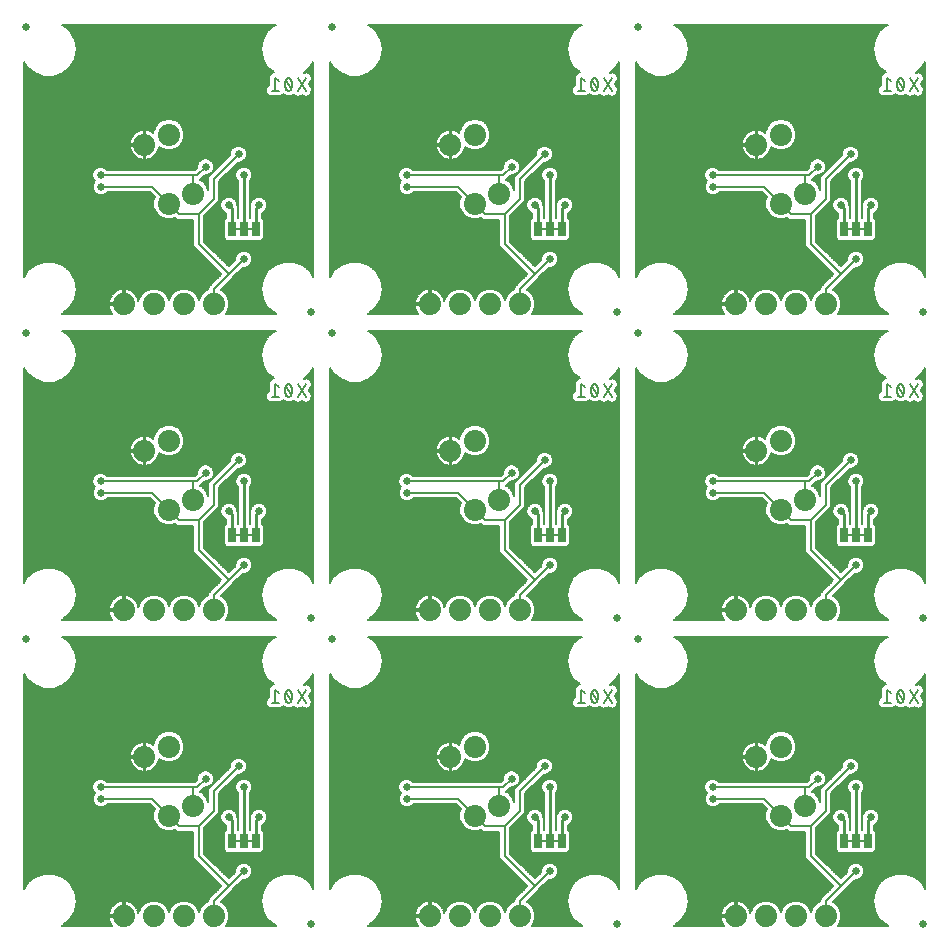
<source format=gbl>
G75*
%MOIN*%
%OFA0B0*%
%FSLAX25Y25*%
%IPPOS*%
%LPD*%
%AMOC8*
5,1,8,0,0,1.08239X$1,22.5*
%
%ADD10C,0.00800*%
%ADD11C,0.07400*%
%ADD12R,0.02500X0.05000*%
%ADD13R,0.01600X0.01000*%
%ADD14C,0.07382*%
%ADD15C,0.02500*%
%ADD16C,0.01000*%
%ADD17C,0.02600*%
%ADD18C,0.00600*%
D10*
X0112967Y0104900D02*
X0115300Y0104900D01*
X0114133Y0104900D02*
X0114133Y0109100D01*
X0115300Y0108167D01*
X0119800Y0107000D02*
X0119798Y0106888D01*
X0119793Y0106776D01*
X0119784Y0106664D01*
X0119771Y0106553D01*
X0119755Y0106442D01*
X0119735Y0106331D01*
X0119711Y0106222D01*
X0119684Y0106113D01*
X0119654Y0106005D01*
X0119620Y0105898D01*
X0119583Y0105792D01*
X0119542Y0105688D01*
X0119498Y0105585D01*
X0119450Y0105483D01*
X0119567Y0105833D02*
X0117700Y0108167D01*
X0117817Y0108517D02*
X0117837Y0108570D01*
X0117860Y0108621D01*
X0117887Y0108670D01*
X0117917Y0108718D01*
X0117950Y0108764D01*
X0117985Y0108807D01*
X0118024Y0108848D01*
X0118065Y0108887D01*
X0118109Y0108923D01*
X0118155Y0108955D01*
X0118202Y0108985D01*
X0118252Y0109011D01*
X0118304Y0109035D01*
X0118356Y0109054D01*
X0118410Y0109071D01*
X0118465Y0109083D01*
X0118521Y0109093D01*
X0118577Y0109098D01*
X0118633Y0109100D01*
X0118689Y0109098D01*
X0118745Y0109093D01*
X0118801Y0109083D01*
X0118856Y0109071D01*
X0118910Y0109054D01*
X0118962Y0109035D01*
X0119014Y0109011D01*
X0119064Y0108985D01*
X0119111Y0108955D01*
X0119157Y0108922D01*
X0119201Y0108887D01*
X0119242Y0108848D01*
X0119281Y0108807D01*
X0119316Y0108764D01*
X0119349Y0108718D01*
X0119379Y0108670D01*
X0119406Y0108621D01*
X0119429Y0108570D01*
X0119449Y0108517D01*
X0117817Y0108517D02*
X0117769Y0108415D01*
X0117725Y0108312D01*
X0117684Y0108208D01*
X0117647Y0108102D01*
X0117613Y0107995D01*
X0117583Y0107887D01*
X0117556Y0107778D01*
X0117532Y0107669D01*
X0117512Y0107558D01*
X0117496Y0107447D01*
X0117483Y0107336D01*
X0117474Y0107224D01*
X0117469Y0107112D01*
X0117467Y0107000D01*
X0119800Y0107000D02*
X0119798Y0107112D01*
X0119793Y0107224D01*
X0119784Y0107336D01*
X0119771Y0107447D01*
X0119755Y0107558D01*
X0119735Y0107669D01*
X0119711Y0107778D01*
X0119684Y0107887D01*
X0119654Y0107995D01*
X0119620Y0108102D01*
X0119583Y0108208D01*
X0119542Y0108312D01*
X0119498Y0108415D01*
X0119450Y0108517D01*
X0117467Y0107000D02*
X0117469Y0106888D01*
X0117474Y0106776D01*
X0117483Y0106664D01*
X0117496Y0106553D01*
X0117512Y0106442D01*
X0117532Y0106331D01*
X0117556Y0106222D01*
X0117583Y0106113D01*
X0117613Y0106005D01*
X0117647Y0105898D01*
X0117684Y0105792D01*
X0117725Y0105688D01*
X0117769Y0105585D01*
X0117817Y0105483D01*
X0118633Y0104900D02*
X0118689Y0104902D01*
X0118745Y0104907D01*
X0118801Y0104917D01*
X0118856Y0104929D01*
X0118910Y0104946D01*
X0118962Y0104965D01*
X0119014Y0104989D01*
X0119064Y0105015D01*
X0119111Y0105045D01*
X0119157Y0105077D01*
X0119201Y0105113D01*
X0119242Y0105152D01*
X0119281Y0105193D01*
X0119316Y0105236D01*
X0119349Y0105282D01*
X0119379Y0105330D01*
X0119406Y0105379D01*
X0119429Y0105430D01*
X0119449Y0105483D01*
X0118633Y0104900D02*
X0118577Y0104902D01*
X0118521Y0104907D01*
X0118465Y0104917D01*
X0118410Y0104929D01*
X0118356Y0104946D01*
X0118304Y0104965D01*
X0118252Y0104989D01*
X0118202Y0105015D01*
X0118155Y0105045D01*
X0118109Y0105077D01*
X0118065Y0105113D01*
X0118024Y0105152D01*
X0117985Y0105193D01*
X0117950Y0105236D01*
X0117917Y0105282D01*
X0117887Y0105330D01*
X0117860Y0105379D01*
X0117837Y0105430D01*
X0117817Y0105483D01*
X0121733Y0104900D02*
X0124533Y0109100D01*
X0121733Y0109100D02*
X0124533Y0104900D01*
X0214967Y0104900D02*
X0217300Y0104900D01*
X0216133Y0104900D02*
X0216133Y0109100D01*
X0217300Y0108167D01*
X0221800Y0107000D02*
X0221798Y0106888D01*
X0221793Y0106776D01*
X0221784Y0106664D01*
X0221771Y0106553D01*
X0221755Y0106442D01*
X0221735Y0106331D01*
X0221711Y0106222D01*
X0221684Y0106113D01*
X0221654Y0106005D01*
X0221620Y0105898D01*
X0221583Y0105792D01*
X0221542Y0105688D01*
X0221498Y0105585D01*
X0221450Y0105483D01*
X0221567Y0105833D02*
X0219700Y0108167D01*
X0219817Y0108517D02*
X0219837Y0108570D01*
X0219860Y0108621D01*
X0219887Y0108670D01*
X0219917Y0108718D01*
X0219950Y0108764D01*
X0219985Y0108807D01*
X0220024Y0108848D01*
X0220065Y0108887D01*
X0220109Y0108923D01*
X0220155Y0108955D01*
X0220202Y0108985D01*
X0220252Y0109011D01*
X0220304Y0109035D01*
X0220356Y0109054D01*
X0220410Y0109071D01*
X0220465Y0109083D01*
X0220521Y0109093D01*
X0220577Y0109098D01*
X0220633Y0109100D01*
X0220689Y0109098D01*
X0220745Y0109093D01*
X0220801Y0109083D01*
X0220856Y0109071D01*
X0220910Y0109054D01*
X0220962Y0109035D01*
X0221014Y0109011D01*
X0221064Y0108985D01*
X0221111Y0108955D01*
X0221157Y0108922D01*
X0221201Y0108887D01*
X0221242Y0108848D01*
X0221281Y0108807D01*
X0221316Y0108764D01*
X0221349Y0108718D01*
X0221379Y0108670D01*
X0221406Y0108621D01*
X0221429Y0108570D01*
X0221449Y0108517D01*
X0219817Y0108517D02*
X0219769Y0108415D01*
X0219725Y0108312D01*
X0219684Y0108208D01*
X0219647Y0108102D01*
X0219613Y0107995D01*
X0219583Y0107887D01*
X0219556Y0107778D01*
X0219532Y0107669D01*
X0219512Y0107558D01*
X0219496Y0107447D01*
X0219483Y0107336D01*
X0219474Y0107224D01*
X0219469Y0107112D01*
X0219467Y0107000D01*
X0221800Y0107000D02*
X0221798Y0107112D01*
X0221793Y0107224D01*
X0221784Y0107336D01*
X0221771Y0107447D01*
X0221755Y0107558D01*
X0221735Y0107669D01*
X0221711Y0107778D01*
X0221684Y0107887D01*
X0221654Y0107995D01*
X0221620Y0108102D01*
X0221583Y0108208D01*
X0221542Y0108312D01*
X0221498Y0108415D01*
X0221450Y0108517D01*
X0219467Y0107000D02*
X0219469Y0106888D01*
X0219474Y0106776D01*
X0219483Y0106664D01*
X0219496Y0106553D01*
X0219512Y0106442D01*
X0219532Y0106331D01*
X0219556Y0106222D01*
X0219583Y0106113D01*
X0219613Y0106005D01*
X0219647Y0105898D01*
X0219684Y0105792D01*
X0219725Y0105688D01*
X0219769Y0105585D01*
X0219817Y0105483D01*
X0220633Y0104900D02*
X0220689Y0104902D01*
X0220745Y0104907D01*
X0220801Y0104917D01*
X0220856Y0104929D01*
X0220910Y0104946D01*
X0220962Y0104965D01*
X0221014Y0104989D01*
X0221064Y0105015D01*
X0221111Y0105045D01*
X0221157Y0105077D01*
X0221201Y0105113D01*
X0221242Y0105152D01*
X0221281Y0105193D01*
X0221316Y0105236D01*
X0221349Y0105282D01*
X0221379Y0105330D01*
X0221406Y0105379D01*
X0221429Y0105430D01*
X0221449Y0105483D01*
X0220633Y0104900D02*
X0220577Y0104902D01*
X0220521Y0104907D01*
X0220465Y0104917D01*
X0220410Y0104929D01*
X0220356Y0104946D01*
X0220304Y0104965D01*
X0220252Y0104989D01*
X0220202Y0105015D01*
X0220155Y0105045D01*
X0220109Y0105077D01*
X0220065Y0105113D01*
X0220024Y0105152D01*
X0219985Y0105193D01*
X0219950Y0105236D01*
X0219917Y0105282D01*
X0219887Y0105330D01*
X0219860Y0105379D01*
X0219837Y0105430D01*
X0219817Y0105483D01*
X0223733Y0104900D02*
X0226533Y0109100D01*
X0223733Y0109100D02*
X0226533Y0104900D01*
X0316967Y0104900D02*
X0319300Y0104900D01*
X0318133Y0104900D02*
X0318133Y0109100D01*
X0319300Y0108167D01*
X0323800Y0107000D02*
X0323798Y0106888D01*
X0323793Y0106776D01*
X0323784Y0106664D01*
X0323771Y0106553D01*
X0323755Y0106442D01*
X0323735Y0106331D01*
X0323711Y0106222D01*
X0323684Y0106113D01*
X0323654Y0106005D01*
X0323620Y0105898D01*
X0323583Y0105792D01*
X0323542Y0105688D01*
X0323498Y0105585D01*
X0323450Y0105483D01*
X0323567Y0105833D02*
X0321700Y0108167D01*
X0321817Y0108517D02*
X0321837Y0108570D01*
X0321860Y0108621D01*
X0321887Y0108670D01*
X0321917Y0108718D01*
X0321950Y0108764D01*
X0321985Y0108807D01*
X0322024Y0108848D01*
X0322065Y0108887D01*
X0322109Y0108923D01*
X0322155Y0108955D01*
X0322202Y0108985D01*
X0322252Y0109011D01*
X0322304Y0109035D01*
X0322356Y0109054D01*
X0322410Y0109071D01*
X0322465Y0109083D01*
X0322521Y0109093D01*
X0322577Y0109098D01*
X0322633Y0109100D01*
X0322689Y0109098D01*
X0322745Y0109093D01*
X0322801Y0109083D01*
X0322856Y0109071D01*
X0322910Y0109054D01*
X0322962Y0109035D01*
X0323014Y0109011D01*
X0323064Y0108985D01*
X0323111Y0108955D01*
X0323157Y0108922D01*
X0323201Y0108887D01*
X0323242Y0108848D01*
X0323281Y0108807D01*
X0323316Y0108764D01*
X0323349Y0108718D01*
X0323379Y0108670D01*
X0323406Y0108621D01*
X0323429Y0108570D01*
X0323449Y0108517D01*
X0321817Y0108517D02*
X0321769Y0108415D01*
X0321725Y0108312D01*
X0321684Y0108208D01*
X0321647Y0108102D01*
X0321613Y0107995D01*
X0321583Y0107887D01*
X0321556Y0107778D01*
X0321532Y0107669D01*
X0321512Y0107558D01*
X0321496Y0107447D01*
X0321483Y0107336D01*
X0321474Y0107224D01*
X0321469Y0107112D01*
X0321467Y0107000D01*
X0323800Y0107000D02*
X0323798Y0107112D01*
X0323793Y0107224D01*
X0323784Y0107336D01*
X0323771Y0107447D01*
X0323755Y0107558D01*
X0323735Y0107669D01*
X0323711Y0107778D01*
X0323684Y0107887D01*
X0323654Y0107995D01*
X0323620Y0108102D01*
X0323583Y0108208D01*
X0323542Y0108312D01*
X0323498Y0108415D01*
X0323450Y0108517D01*
X0321467Y0107000D02*
X0321469Y0106888D01*
X0321474Y0106776D01*
X0321483Y0106664D01*
X0321496Y0106553D01*
X0321512Y0106442D01*
X0321532Y0106331D01*
X0321556Y0106222D01*
X0321583Y0106113D01*
X0321613Y0106005D01*
X0321647Y0105898D01*
X0321684Y0105792D01*
X0321725Y0105688D01*
X0321769Y0105585D01*
X0321817Y0105483D01*
X0322633Y0104900D02*
X0322689Y0104902D01*
X0322745Y0104907D01*
X0322801Y0104917D01*
X0322856Y0104929D01*
X0322910Y0104946D01*
X0322962Y0104965D01*
X0323014Y0104989D01*
X0323064Y0105015D01*
X0323111Y0105045D01*
X0323157Y0105077D01*
X0323201Y0105113D01*
X0323242Y0105152D01*
X0323281Y0105193D01*
X0323316Y0105236D01*
X0323349Y0105282D01*
X0323379Y0105330D01*
X0323406Y0105379D01*
X0323429Y0105430D01*
X0323449Y0105483D01*
X0322633Y0104900D02*
X0322577Y0104902D01*
X0322521Y0104907D01*
X0322465Y0104917D01*
X0322410Y0104929D01*
X0322356Y0104946D01*
X0322304Y0104965D01*
X0322252Y0104989D01*
X0322202Y0105015D01*
X0322155Y0105045D01*
X0322109Y0105077D01*
X0322065Y0105113D01*
X0322024Y0105152D01*
X0321985Y0105193D01*
X0321950Y0105236D01*
X0321917Y0105282D01*
X0321887Y0105330D01*
X0321860Y0105379D01*
X0321837Y0105430D01*
X0321817Y0105483D01*
X0325733Y0104900D02*
X0328533Y0109100D01*
X0325733Y0109100D02*
X0328533Y0104900D01*
X0328533Y0206900D02*
X0325733Y0211100D01*
X0321467Y0209000D02*
X0321469Y0208888D01*
X0321474Y0208776D01*
X0321483Y0208664D01*
X0321496Y0208553D01*
X0321512Y0208442D01*
X0321532Y0208331D01*
X0321556Y0208222D01*
X0321583Y0208113D01*
X0321613Y0208005D01*
X0321647Y0207898D01*
X0321684Y0207792D01*
X0321725Y0207688D01*
X0321769Y0207585D01*
X0321817Y0207483D01*
X0322633Y0206900D02*
X0322689Y0206902D01*
X0322745Y0206907D01*
X0322801Y0206917D01*
X0322856Y0206929D01*
X0322910Y0206946D01*
X0322962Y0206965D01*
X0323014Y0206989D01*
X0323064Y0207015D01*
X0323111Y0207045D01*
X0323157Y0207077D01*
X0323201Y0207113D01*
X0323242Y0207152D01*
X0323281Y0207193D01*
X0323316Y0207236D01*
X0323349Y0207282D01*
X0323379Y0207330D01*
X0323406Y0207379D01*
X0323429Y0207430D01*
X0323449Y0207483D01*
X0323567Y0207833D02*
X0321700Y0210167D01*
X0321817Y0210517D02*
X0321837Y0210570D01*
X0321860Y0210621D01*
X0321887Y0210670D01*
X0321917Y0210718D01*
X0321950Y0210764D01*
X0321985Y0210807D01*
X0322024Y0210848D01*
X0322065Y0210887D01*
X0322109Y0210923D01*
X0322155Y0210955D01*
X0322202Y0210985D01*
X0322252Y0211011D01*
X0322304Y0211035D01*
X0322356Y0211054D01*
X0322410Y0211071D01*
X0322465Y0211083D01*
X0322521Y0211093D01*
X0322577Y0211098D01*
X0322633Y0211100D01*
X0322689Y0211098D01*
X0322745Y0211093D01*
X0322801Y0211083D01*
X0322856Y0211071D01*
X0322910Y0211054D01*
X0322962Y0211035D01*
X0323014Y0211011D01*
X0323064Y0210985D01*
X0323111Y0210955D01*
X0323157Y0210922D01*
X0323201Y0210887D01*
X0323242Y0210848D01*
X0323281Y0210807D01*
X0323316Y0210764D01*
X0323349Y0210718D01*
X0323379Y0210670D01*
X0323406Y0210621D01*
X0323429Y0210570D01*
X0323449Y0210517D01*
X0321817Y0210517D02*
X0321769Y0210415D01*
X0321725Y0210312D01*
X0321684Y0210208D01*
X0321647Y0210102D01*
X0321613Y0209995D01*
X0321583Y0209887D01*
X0321556Y0209778D01*
X0321532Y0209669D01*
X0321512Y0209558D01*
X0321496Y0209447D01*
X0321483Y0209336D01*
X0321474Y0209224D01*
X0321469Y0209112D01*
X0321467Y0209000D01*
X0323800Y0209000D02*
X0323798Y0209112D01*
X0323793Y0209224D01*
X0323784Y0209336D01*
X0323771Y0209447D01*
X0323755Y0209558D01*
X0323735Y0209669D01*
X0323711Y0209778D01*
X0323684Y0209887D01*
X0323654Y0209995D01*
X0323620Y0210102D01*
X0323583Y0210208D01*
X0323542Y0210312D01*
X0323498Y0210415D01*
X0323450Y0210517D01*
X0321817Y0207483D02*
X0321837Y0207430D01*
X0321860Y0207379D01*
X0321887Y0207330D01*
X0321917Y0207282D01*
X0321950Y0207236D01*
X0321985Y0207193D01*
X0322024Y0207152D01*
X0322065Y0207113D01*
X0322109Y0207077D01*
X0322155Y0207045D01*
X0322202Y0207015D01*
X0322252Y0206989D01*
X0322304Y0206965D01*
X0322356Y0206946D01*
X0322410Y0206929D01*
X0322465Y0206917D01*
X0322521Y0206907D01*
X0322577Y0206902D01*
X0322633Y0206900D01*
X0325733Y0206900D02*
X0328533Y0211100D01*
X0323800Y0209000D02*
X0323798Y0208888D01*
X0323793Y0208776D01*
X0323784Y0208664D01*
X0323771Y0208553D01*
X0323755Y0208442D01*
X0323735Y0208331D01*
X0323711Y0208222D01*
X0323684Y0208113D01*
X0323654Y0208005D01*
X0323620Y0207898D01*
X0323583Y0207792D01*
X0323542Y0207688D01*
X0323498Y0207585D01*
X0323450Y0207483D01*
X0319300Y0206900D02*
X0316967Y0206900D01*
X0318133Y0206900D02*
X0318133Y0211100D01*
X0319300Y0210167D01*
X0226533Y0211100D02*
X0223733Y0206900D01*
X0219817Y0207483D02*
X0219769Y0207585D01*
X0219725Y0207688D01*
X0219684Y0207792D01*
X0219647Y0207898D01*
X0219613Y0208005D01*
X0219583Y0208113D01*
X0219556Y0208222D01*
X0219532Y0208331D01*
X0219512Y0208442D01*
X0219496Y0208553D01*
X0219483Y0208664D01*
X0219474Y0208776D01*
X0219469Y0208888D01*
X0219467Y0209000D01*
X0221800Y0209000D02*
X0221798Y0209112D01*
X0221793Y0209224D01*
X0221784Y0209336D01*
X0221771Y0209447D01*
X0221755Y0209558D01*
X0221735Y0209669D01*
X0221711Y0209778D01*
X0221684Y0209887D01*
X0221654Y0209995D01*
X0221620Y0210102D01*
X0221583Y0210208D01*
X0221542Y0210312D01*
X0221498Y0210415D01*
X0221450Y0210517D01*
X0221449Y0210517D02*
X0221429Y0210570D01*
X0221406Y0210621D01*
X0221379Y0210670D01*
X0221349Y0210718D01*
X0221316Y0210764D01*
X0221281Y0210807D01*
X0221242Y0210848D01*
X0221201Y0210887D01*
X0221157Y0210922D01*
X0221111Y0210955D01*
X0221064Y0210985D01*
X0221014Y0211011D01*
X0220962Y0211035D01*
X0220910Y0211054D01*
X0220856Y0211071D01*
X0220801Y0211083D01*
X0220745Y0211093D01*
X0220689Y0211098D01*
X0220633Y0211100D01*
X0220577Y0211098D01*
X0220521Y0211093D01*
X0220465Y0211083D01*
X0220410Y0211071D01*
X0220356Y0211054D01*
X0220304Y0211035D01*
X0220252Y0211011D01*
X0220202Y0210985D01*
X0220155Y0210955D01*
X0220109Y0210923D01*
X0220065Y0210887D01*
X0220024Y0210848D01*
X0219985Y0210807D01*
X0219950Y0210764D01*
X0219917Y0210718D01*
X0219887Y0210670D01*
X0219860Y0210621D01*
X0219837Y0210570D01*
X0219817Y0210517D01*
X0219700Y0210167D02*
X0221567Y0207833D01*
X0220633Y0206900D02*
X0220577Y0206902D01*
X0220521Y0206907D01*
X0220465Y0206917D01*
X0220410Y0206929D01*
X0220356Y0206946D01*
X0220304Y0206965D01*
X0220252Y0206989D01*
X0220202Y0207015D01*
X0220155Y0207045D01*
X0220109Y0207077D01*
X0220065Y0207113D01*
X0220024Y0207152D01*
X0219985Y0207193D01*
X0219950Y0207236D01*
X0219917Y0207282D01*
X0219887Y0207330D01*
X0219860Y0207379D01*
X0219837Y0207430D01*
X0219817Y0207483D01*
X0220633Y0206900D02*
X0220689Y0206902D01*
X0220745Y0206907D01*
X0220801Y0206917D01*
X0220856Y0206929D01*
X0220910Y0206946D01*
X0220962Y0206965D01*
X0221014Y0206989D01*
X0221064Y0207015D01*
X0221111Y0207045D01*
X0221157Y0207077D01*
X0221201Y0207113D01*
X0221242Y0207152D01*
X0221281Y0207193D01*
X0221316Y0207236D01*
X0221349Y0207282D01*
X0221379Y0207330D01*
X0221406Y0207379D01*
X0221429Y0207430D01*
X0221449Y0207483D01*
X0219467Y0209000D02*
X0219469Y0209112D01*
X0219474Y0209224D01*
X0219483Y0209336D01*
X0219496Y0209447D01*
X0219512Y0209558D01*
X0219532Y0209669D01*
X0219556Y0209778D01*
X0219583Y0209887D01*
X0219613Y0209995D01*
X0219647Y0210102D01*
X0219684Y0210208D01*
X0219725Y0210312D01*
X0219769Y0210415D01*
X0219817Y0210517D01*
X0221800Y0209000D02*
X0221798Y0208888D01*
X0221793Y0208776D01*
X0221784Y0208664D01*
X0221771Y0208553D01*
X0221755Y0208442D01*
X0221735Y0208331D01*
X0221711Y0208222D01*
X0221684Y0208113D01*
X0221654Y0208005D01*
X0221620Y0207898D01*
X0221583Y0207792D01*
X0221542Y0207688D01*
X0221498Y0207585D01*
X0221450Y0207483D01*
X0217300Y0206900D02*
X0214967Y0206900D01*
X0216133Y0206900D02*
X0216133Y0211100D01*
X0217300Y0210167D01*
X0223733Y0211100D02*
X0226533Y0206900D01*
X0124533Y0206900D02*
X0121733Y0211100D01*
X0117467Y0209000D02*
X0117469Y0208888D01*
X0117474Y0208776D01*
X0117483Y0208664D01*
X0117496Y0208553D01*
X0117512Y0208442D01*
X0117532Y0208331D01*
X0117556Y0208222D01*
X0117583Y0208113D01*
X0117613Y0208005D01*
X0117647Y0207898D01*
X0117684Y0207792D01*
X0117725Y0207688D01*
X0117769Y0207585D01*
X0117817Y0207483D01*
X0118633Y0206900D02*
X0118689Y0206902D01*
X0118745Y0206907D01*
X0118801Y0206917D01*
X0118856Y0206929D01*
X0118910Y0206946D01*
X0118962Y0206965D01*
X0119014Y0206989D01*
X0119064Y0207015D01*
X0119111Y0207045D01*
X0119157Y0207077D01*
X0119201Y0207113D01*
X0119242Y0207152D01*
X0119281Y0207193D01*
X0119316Y0207236D01*
X0119349Y0207282D01*
X0119379Y0207330D01*
X0119406Y0207379D01*
X0119429Y0207430D01*
X0119449Y0207483D01*
X0119567Y0207833D02*
X0117700Y0210167D01*
X0117817Y0210517D02*
X0117837Y0210570D01*
X0117860Y0210621D01*
X0117887Y0210670D01*
X0117917Y0210718D01*
X0117950Y0210764D01*
X0117985Y0210807D01*
X0118024Y0210848D01*
X0118065Y0210887D01*
X0118109Y0210923D01*
X0118155Y0210955D01*
X0118202Y0210985D01*
X0118252Y0211011D01*
X0118304Y0211035D01*
X0118356Y0211054D01*
X0118410Y0211071D01*
X0118465Y0211083D01*
X0118521Y0211093D01*
X0118577Y0211098D01*
X0118633Y0211100D01*
X0118689Y0211098D01*
X0118745Y0211093D01*
X0118801Y0211083D01*
X0118856Y0211071D01*
X0118910Y0211054D01*
X0118962Y0211035D01*
X0119014Y0211011D01*
X0119064Y0210985D01*
X0119111Y0210955D01*
X0119157Y0210922D01*
X0119201Y0210887D01*
X0119242Y0210848D01*
X0119281Y0210807D01*
X0119316Y0210764D01*
X0119349Y0210718D01*
X0119379Y0210670D01*
X0119406Y0210621D01*
X0119429Y0210570D01*
X0119449Y0210517D01*
X0117817Y0210517D02*
X0117769Y0210415D01*
X0117725Y0210312D01*
X0117684Y0210208D01*
X0117647Y0210102D01*
X0117613Y0209995D01*
X0117583Y0209887D01*
X0117556Y0209778D01*
X0117532Y0209669D01*
X0117512Y0209558D01*
X0117496Y0209447D01*
X0117483Y0209336D01*
X0117474Y0209224D01*
X0117469Y0209112D01*
X0117467Y0209000D01*
X0119800Y0209000D02*
X0119798Y0209112D01*
X0119793Y0209224D01*
X0119784Y0209336D01*
X0119771Y0209447D01*
X0119755Y0209558D01*
X0119735Y0209669D01*
X0119711Y0209778D01*
X0119684Y0209887D01*
X0119654Y0209995D01*
X0119620Y0210102D01*
X0119583Y0210208D01*
X0119542Y0210312D01*
X0119498Y0210415D01*
X0119450Y0210517D01*
X0117817Y0207483D02*
X0117837Y0207430D01*
X0117860Y0207379D01*
X0117887Y0207330D01*
X0117917Y0207282D01*
X0117950Y0207236D01*
X0117985Y0207193D01*
X0118024Y0207152D01*
X0118065Y0207113D01*
X0118109Y0207077D01*
X0118155Y0207045D01*
X0118202Y0207015D01*
X0118252Y0206989D01*
X0118304Y0206965D01*
X0118356Y0206946D01*
X0118410Y0206929D01*
X0118465Y0206917D01*
X0118521Y0206907D01*
X0118577Y0206902D01*
X0118633Y0206900D01*
X0121733Y0206900D02*
X0124533Y0211100D01*
X0119800Y0209000D02*
X0119798Y0208888D01*
X0119793Y0208776D01*
X0119784Y0208664D01*
X0119771Y0208553D01*
X0119755Y0208442D01*
X0119735Y0208331D01*
X0119711Y0208222D01*
X0119684Y0208113D01*
X0119654Y0208005D01*
X0119620Y0207898D01*
X0119583Y0207792D01*
X0119542Y0207688D01*
X0119498Y0207585D01*
X0119450Y0207483D01*
X0115300Y0206900D02*
X0112967Y0206900D01*
X0114133Y0206900D02*
X0114133Y0211100D01*
X0115300Y0210167D01*
X0115300Y0308900D02*
X0112967Y0308900D01*
X0114133Y0308900D02*
X0114133Y0313100D01*
X0115300Y0312167D01*
X0119800Y0311000D02*
X0119798Y0310888D01*
X0119793Y0310776D01*
X0119784Y0310664D01*
X0119771Y0310553D01*
X0119755Y0310442D01*
X0119735Y0310331D01*
X0119711Y0310222D01*
X0119684Y0310113D01*
X0119654Y0310005D01*
X0119620Y0309898D01*
X0119583Y0309792D01*
X0119542Y0309688D01*
X0119498Y0309585D01*
X0119450Y0309483D01*
X0119567Y0309833D02*
X0117700Y0312167D01*
X0117817Y0312517D02*
X0117837Y0312570D01*
X0117860Y0312621D01*
X0117887Y0312670D01*
X0117917Y0312718D01*
X0117950Y0312764D01*
X0117985Y0312807D01*
X0118024Y0312848D01*
X0118065Y0312887D01*
X0118109Y0312923D01*
X0118155Y0312955D01*
X0118202Y0312985D01*
X0118252Y0313011D01*
X0118304Y0313035D01*
X0118356Y0313054D01*
X0118410Y0313071D01*
X0118465Y0313083D01*
X0118521Y0313093D01*
X0118577Y0313098D01*
X0118633Y0313100D01*
X0118689Y0313098D01*
X0118745Y0313093D01*
X0118801Y0313083D01*
X0118856Y0313071D01*
X0118910Y0313054D01*
X0118962Y0313035D01*
X0119014Y0313011D01*
X0119064Y0312985D01*
X0119111Y0312955D01*
X0119157Y0312922D01*
X0119201Y0312887D01*
X0119242Y0312848D01*
X0119281Y0312807D01*
X0119316Y0312764D01*
X0119349Y0312718D01*
X0119379Y0312670D01*
X0119406Y0312621D01*
X0119429Y0312570D01*
X0119449Y0312517D01*
X0117817Y0312517D02*
X0117769Y0312415D01*
X0117725Y0312312D01*
X0117684Y0312208D01*
X0117647Y0312102D01*
X0117613Y0311995D01*
X0117583Y0311887D01*
X0117556Y0311778D01*
X0117532Y0311669D01*
X0117512Y0311558D01*
X0117496Y0311447D01*
X0117483Y0311336D01*
X0117474Y0311224D01*
X0117469Y0311112D01*
X0117467Y0311000D01*
X0119800Y0311000D02*
X0119798Y0311112D01*
X0119793Y0311224D01*
X0119784Y0311336D01*
X0119771Y0311447D01*
X0119755Y0311558D01*
X0119735Y0311669D01*
X0119711Y0311778D01*
X0119684Y0311887D01*
X0119654Y0311995D01*
X0119620Y0312102D01*
X0119583Y0312208D01*
X0119542Y0312312D01*
X0119498Y0312415D01*
X0119450Y0312517D01*
X0117467Y0311000D02*
X0117469Y0310888D01*
X0117474Y0310776D01*
X0117483Y0310664D01*
X0117496Y0310553D01*
X0117512Y0310442D01*
X0117532Y0310331D01*
X0117556Y0310222D01*
X0117583Y0310113D01*
X0117613Y0310005D01*
X0117647Y0309898D01*
X0117684Y0309792D01*
X0117725Y0309688D01*
X0117769Y0309585D01*
X0117817Y0309483D01*
X0118633Y0308900D02*
X0118689Y0308902D01*
X0118745Y0308907D01*
X0118801Y0308917D01*
X0118856Y0308929D01*
X0118910Y0308946D01*
X0118962Y0308965D01*
X0119014Y0308989D01*
X0119064Y0309015D01*
X0119111Y0309045D01*
X0119157Y0309077D01*
X0119201Y0309113D01*
X0119242Y0309152D01*
X0119281Y0309193D01*
X0119316Y0309236D01*
X0119349Y0309282D01*
X0119379Y0309330D01*
X0119406Y0309379D01*
X0119429Y0309430D01*
X0119449Y0309483D01*
X0118633Y0308900D02*
X0118577Y0308902D01*
X0118521Y0308907D01*
X0118465Y0308917D01*
X0118410Y0308929D01*
X0118356Y0308946D01*
X0118304Y0308965D01*
X0118252Y0308989D01*
X0118202Y0309015D01*
X0118155Y0309045D01*
X0118109Y0309077D01*
X0118065Y0309113D01*
X0118024Y0309152D01*
X0117985Y0309193D01*
X0117950Y0309236D01*
X0117917Y0309282D01*
X0117887Y0309330D01*
X0117860Y0309379D01*
X0117837Y0309430D01*
X0117817Y0309483D01*
X0121733Y0308900D02*
X0124533Y0313100D01*
X0121733Y0313100D02*
X0124533Y0308900D01*
X0214967Y0308900D02*
X0217300Y0308900D01*
X0216133Y0308900D02*
X0216133Y0313100D01*
X0217300Y0312167D01*
X0221800Y0311000D02*
X0221798Y0310888D01*
X0221793Y0310776D01*
X0221784Y0310664D01*
X0221771Y0310553D01*
X0221755Y0310442D01*
X0221735Y0310331D01*
X0221711Y0310222D01*
X0221684Y0310113D01*
X0221654Y0310005D01*
X0221620Y0309898D01*
X0221583Y0309792D01*
X0221542Y0309688D01*
X0221498Y0309585D01*
X0221450Y0309483D01*
X0221567Y0309833D02*
X0219700Y0312167D01*
X0219817Y0312517D02*
X0219837Y0312570D01*
X0219860Y0312621D01*
X0219887Y0312670D01*
X0219917Y0312718D01*
X0219950Y0312764D01*
X0219985Y0312807D01*
X0220024Y0312848D01*
X0220065Y0312887D01*
X0220109Y0312923D01*
X0220155Y0312955D01*
X0220202Y0312985D01*
X0220252Y0313011D01*
X0220304Y0313035D01*
X0220356Y0313054D01*
X0220410Y0313071D01*
X0220465Y0313083D01*
X0220521Y0313093D01*
X0220577Y0313098D01*
X0220633Y0313100D01*
X0220689Y0313098D01*
X0220745Y0313093D01*
X0220801Y0313083D01*
X0220856Y0313071D01*
X0220910Y0313054D01*
X0220962Y0313035D01*
X0221014Y0313011D01*
X0221064Y0312985D01*
X0221111Y0312955D01*
X0221157Y0312922D01*
X0221201Y0312887D01*
X0221242Y0312848D01*
X0221281Y0312807D01*
X0221316Y0312764D01*
X0221349Y0312718D01*
X0221379Y0312670D01*
X0221406Y0312621D01*
X0221429Y0312570D01*
X0221449Y0312517D01*
X0219817Y0312517D02*
X0219769Y0312415D01*
X0219725Y0312312D01*
X0219684Y0312208D01*
X0219647Y0312102D01*
X0219613Y0311995D01*
X0219583Y0311887D01*
X0219556Y0311778D01*
X0219532Y0311669D01*
X0219512Y0311558D01*
X0219496Y0311447D01*
X0219483Y0311336D01*
X0219474Y0311224D01*
X0219469Y0311112D01*
X0219467Y0311000D01*
X0221800Y0311000D02*
X0221798Y0311112D01*
X0221793Y0311224D01*
X0221784Y0311336D01*
X0221771Y0311447D01*
X0221755Y0311558D01*
X0221735Y0311669D01*
X0221711Y0311778D01*
X0221684Y0311887D01*
X0221654Y0311995D01*
X0221620Y0312102D01*
X0221583Y0312208D01*
X0221542Y0312312D01*
X0221498Y0312415D01*
X0221450Y0312517D01*
X0219467Y0311000D02*
X0219469Y0310888D01*
X0219474Y0310776D01*
X0219483Y0310664D01*
X0219496Y0310553D01*
X0219512Y0310442D01*
X0219532Y0310331D01*
X0219556Y0310222D01*
X0219583Y0310113D01*
X0219613Y0310005D01*
X0219647Y0309898D01*
X0219684Y0309792D01*
X0219725Y0309688D01*
X0219769Y0309585D01*
X0219817Y0309483D01*
X0220633Y0308900D02*
X0220689Y0308902D01*
X0220745Y0308907D01*
X0220801Y0308917D01*
X0220856Y0308929D01*
X0220910Y0308946D01*
X0220962Y0308965D01*
X0221014Y0308989D01*
X0221064Y0309015D01*
X0221111Y0309045D01*
X0221157Y0309077D01*
X0221201Y0309113D01*
X0221242Y0309152D01*
X0221281Y0309193D01*
X0221316Y0309236D01*
X0221349Y0309282D01*
X0221379Y0309330D01*
X0221406Y0309379D01*
X0221429Y0309430D01*
X0221449Y0309483D01*
X0220633Y0308900D02*
X0220577Y0308902D01*
X0220521Y0308907D01*
X0220465Y0308917D01*
X0220410Y0308929D01*
X0220356Y0308946D01*
X0220304Y0308965D01*
X0220252Y0308989D01*
X0220202Y0309015D01*
X0220155Y0309045D01*
X0220109Y0309077D01*
X0220065Y0309113D01*
X0220024Y0309152D01*
X0219985Y0309193D01*
X0219950Y0309236D01*
X0219917Y0309282D01*
X0219887Y0309330D01*
X0219860Y0309379D01*
X0219837Y0309430D01*
X0219817Y0309483D01*
X0223733Y0308900D02*
X0226533Y0313100D01*
X0223733Y0313100D02*
X0226533Y0308900D01*
X0316967Y0308900D02*
X0319300Y0308900D01*
X0318133Y0308900D02*
X0318133Y0313100D01*
X0319300Y0312167D01*
X0323800Y0311000D02*
X0323798Y0310888D01*
X0323793Y0310776D01*
X0323784Y0310664D01*
X0323771Y0310553D01*
X0323755Y0310442D01*
X0323735Y0310331D01*
X0323711Y0310222D01*
X0323684Y0310113D01*
X0323654Y0310005D01*
X0323620Y0309898D01*
X0323583Y0309792D01*
X0323542Y0309688D01*
X0323498Y0309585D01*
X0323450Y0309483D01*
X0323567Y0309833D02*
X0321700Y0312167D01*
X0321817Y0312517D02*
X0321837Y0312570D01*
X0321860Y0312621D01*
X0321887Y0312670D01*
X0321917Y0312718D01*
X0321950Y0312764D01*
X0321985Y0312807D01*
X0322024Y0312848D01*
X0322065Y0312887D01*
X0322109Y0312923D01*
X0322155Y0312955D01*
X0322202Y0312985D01*
X0322252Y0313011D01*
X0322304Y0313035D01*
X0322356Y0313054D01*
X0322410Y0313071D01*
X0322465Y0313083D01*
X0322521Y0313093D01*
X0322577Y0313098D01*
X0322633Y0313100D01*
X0322689Y0313098D01*
X0322745Y0313093D01*
X0322801Y0313083D01*
X0322856Y0313071D01*
X0322910Y0313054D01*
X0322962Y0313035D01*
X0323014Y0313011D01*
X0323064Y0312985D01*
X0323111Y0312955D01*
X0323157Y0312922D01*
X0323201Y0312887D01*
X0323242Y0312848D01*
X0323281Y0312807D01*
X0323316Y0312764D01*
X0323349Y0312718D01*
X0323379Y0312670D01*
X0323406Y0312621D01*
X0323429Y0312570D01*
X0323449Y0312517D01*
X0321817Y0312517D02*
X0321769Y0312415D01*
X0321725Y0312312D01*
X0321684Y0312208D01*
X0321647Y0312102D01*
X0321613Y0311995D01*
X0321583Y0311887D01*
X0321556Y0311778D01*
X0321532Y0311669D01*
X0321512Y0311558D01*
X0321496Y0311447D01*
X0321483Y0311336D01*
X0321474Y0311224D01*
X0321469Y0311112D01*
X0321467Y0311000D01*
X0323800Y0311000D02*
X0323798Y0311112D01*
X0323793Y0311224D01*
X0323784Y0311336D01*
X0323771Y0311447D01*
X0323755Y0311558D01*
X0323735Y0311669D01*
X0323711Y0311778D01*
X0323684Y0311887D01*
X0323654Y0311995D01*
X0323620Y0312102D01*
X0323583Y0312208D01*
X0323542Y0312312D01*
X0323498Y0312415D01*
X0323450Y0312517D01*
X0321467Y0311000D02*
X0321469Y0310888D01*
X0321474Y0310776D01*
X0321483Y0310664D01*
X0321496Y0310553D01*
X0321512Y0310442D01*
X0321532Y0310331D01*
X0321556Y0310222D01*
X0321583Y0310113D01*
X0321613Y0310005D01*
X0321647Y0309898D01*
X0321684Y0309792D01*
X0321725Y0309688D01*
X0321769Y0309585D01*
X0321817Y0309483D01*
X0322633Y0308900D02*
X0322689Y0308902D01*
X0322745Y0308907D01*
X0322801Y0308917D01*
X0322856Y0308929D01*
X0322910Y0308946D01*
X0322962Y0308965D01*
X0323014Y0308989D01*
X0323064Y0309015D01*
X0323111Y0309045D01*
X0323157Y0309077D01*
X0323201Y0309113D01*
X0323242Y0309152D01*
X0323281Y0309193D01*
X0323316Y0309236D01*
X0323349Y0309282D01*
X0323379Y0309330D01*
X0323406Y0309379D01*
X0323429Y0309430D01*
X0323449Y0309483D01*
X0322633Y0308900D02*
X0322577Y0308902D01*
X0322521Y0308907D01*
X0322465Y0308917D01*
X0322410Y0308929D01*
X0322356Y0308946D01*
X0322304Y0308965D01*
X0322252Y0308989D01*
X0322202Y0309015D01*
X0322155Y0309045D01*
X0322109Y0309077D01*
X0322065Y0309113D01*
X0322024Y0309152D01*
X0321985Y0309193D01*
X0321950Y0309236D01*
X0321917Y0309282D01*
X0321887Y0309330D01*
X0321860Y0309379D01*
X0321837Y0309430D01*
X0321817Y0309483D01*
X0325733Y0308900D02*
X0328533Y0313100D01*
X0325733Y0313100D02*
X0328533Y0308900D01*
D11*
X0297750Y0237750D03*
X0287750Y0237750D03*
X0277750Y0237750D03*
X0267750Y0237750D03*
X0195750Y0237750D03*
X0185750Y0237750D03*
X0175750Y0237750D03*
X0165750Y0237750D03*
X0093750Y0237750D03*
X0083750Y0237750D03*
X0073750Y0237750D03*
X0063750Y0237750D03*
X0063750Y0135750D03*
X0073750Y0135750D03*
X0083750Y0135750D03*
X0093750Y0135750D03*
X0165750Y0135750D03*
X0175750Y0135750D03*
X0185750Y0135750D03*
X0195750Y0135750D03*
X0267750Y0135750D03*
X0277750Y0135750D03*
X0287750Y0135750D03*
X0297750Y0135750D03*
X0297750Y0033750D03*
X0287750Y0033750D03*
X0277750Y0033750D03*
X0267750Y0033750D03*
X0195750Y0033750D03*
X0185750Y0033750D03*
X0175750Y0033750D03*
X0165750Y0033750D03*
X0093750Y0033750D03*
X0083750Y0033750D03*
X0073750Y0033750D03*
X0063750Y0033750D03*
D12*
X0099750Y0058750D03*
X0103750Y0058750D03*
X0107750Y0058750D03*
X0201750Y0058750D03*
X0205750Y0058750D03*
X0209750Y0058750D03*
X0303750Y0058750D03*
X0307750Y0058750D03*
X0311750Y0058750D03*
X0311750Y0160750D03*
X0307750Y0160750D03*
X0303750Y0160750D03*
X0209750Y0160750D03*
X0205750Y0160750D03*
X0201750Y0160750D03*
X0107750Y0160750D03*
X0103750Y0160750D03*
X0099750Y0160750D03*
X0099750Y0262750D03*
X0103750Y0262750D03*
X0107750Y0262750D03*
X0201750Y0262750D03*
X0205750Y0262750D03*
X0209750Y0262750D03*
X0303750Y0262750D03*
X0307750Y0262750D03*
X0311750Y0262750D03*
D13*
X0309750Y0262750D03*
X0305750Y0262750D03*
X0207750Y0262750D03*
X0203750Y0262750D03*
X0105750Y0262750D03*
X0101750Y0262750D03*
X0101750Y0160750D03*
X0105750Y0160750D03*
X0203750Y0160750D03*
X0207750Y0160750D03*
X0305750Y0160750D03*
X0309750Y0160750D03*
X0309750Y0058750D03*
X0305750Y0058750D03*
X0207750Y0058750D03*
X0203750Y0058750D03*
X0105750Y0058750D03*
X0101750Y0058750D03*
D14*
X0086879Y0070621D03*
X0078750Y0067254D03*
X0070621Y0086879D03*
X0078750Y0090246D03*
X0078750Y0169254D03*
X0086879Y0172621D03*
X0078750Y0192246D03*
X0070621Y0188879D03*
X0078750Y0271254D03*
X0086879Y0274621D03*
X0070621Y0290879D03*
X0078750Y0294246D03*
X0172621Y0290879D03*
X0180750Y0294246D03*
X0188879Y0274621D03*
X0180750Y0271254D03*
X0180750Y0192246D03*
X0172621Y0188879D03*
X0188879Y0172621D03*
X0180750Y0169254D03*
X0180750Y0090246D03*
X0172621Y0086879D03*
X0188879Y0070621D03*
X0180750Y0067254D03*
X0274621Y0086879D03*
X0282750Y0090246D03*
X0290879Y0070621D03*
X0282750Y0067254D03*
X0282750Y0169254D03*
X0290879Y0172621D03*
X0282750Y0192246D03*
X0274621Y0188879D03*
X0282750Y0271254D03*
X0290879Y0274621D03*
X0274621Y0290879D03*
X0282750Y0294246D03*
D15*
X0235250Y0330250D03*
X0133250Y0330250D03*
X0031250Y0330250D03*
X0126250Y0235250D03*
X0133250Y0228250D03*
X0228250Y0235250D03*
X0235250Y0228250D03*
X0330250Y0235250D03*
X0330250Y0133250D03*
X0235250Y0126250D03*
X0228250Y0133250D03*
X0133250Y0126250D03*
X0126250Y0133250D03*
X0031250Y0126250D03*
X0126250Y0031250D03*
X0228250Y0031250D03*
X0330250Y0031250D03*
X0031250Y0228250D03*
D16*
X0099750Y0262750D02*
X0099750Y0269750D01*
X0098750Y0270750D01*
X0107750Y0269750D02*
X0107750Y0262750D01*
X0103750Y0262750D02*
X0103750Y0280781D01*
X0108750Y0270750D02*
X0107750Y0269750D01*
X0200750Y0270750D02*
X0201750Y0269750D01*
X0201750Y0262750D01*
X0205750Y0262750D02*
X0205750Y0280781D01*
X0210750Y0270750D02*
X0209750Y0269750D01*
X0209750Y0262750D01*
X0205750Y0178781D02*
X0205750Y0160750D01*
X0201750Y0160750D02*
X0201750Y0167750D01*
X0200750Y0168750D01*
X0209750Y0167750D02*
X0209750Y0160750D01*
X0209750Y0167750D02*
X0210750Y0168750D01*
X0302750Y0168750D02*
X0303750Y0167750D01*
X0303750Y0160750D01*
X0307750Y0160750D02*
X0307750Y0178781D01*
X0312750Y0168750D02*
X0311750Y0167750D01*
X0311750Y0160750D01*
X0307750Y0076781D02*
X0307750Y0058750D01*
X0303750Y0058750D02*
X0303750Y0065750D01*
X0302750Y0066750D01*
X0311750Y0065750D02*
X0311750Y0058750D01*
X0311750Y0065750D02*
X0312750Y0066750D01*
X0210750Y0066750D02*
X0209750Y0065750D01*
X0209750Y0058750D01*
X0205750Y0058750D02*
X0205750Y0076781D01*
X0200750Y0066750D02*
X0201750Y0065750D01*
X0201750Y0058750D01*
X0108750Y0066750D02*
X0107750Y0065750D01*
X0107750Y0058750D01*
X0103750Y0058750D02*
X0103750Y0076781D01*
X0098750Y0066750D02*
X0099750Y0065750D01*
X0099750Y0058750D01*
X0099750Y0160750D02*
X0099750Y0167750D01*
X0098750Y0168750D01*
X0107750Y0167750D02*
X0107750Y0160750D01*
X0103750Y0160750D02*
X0103750Y0178781D01*
X0108750Y0168750D02*
X0107750Y0167750D01*
X0303750Y0262750D02*
X0303750Y0269750D01*
X0302750Y0270750D01*
X0311750Y0269750D02*
X0311750Y0262750D01*
X0307750Y0262750D02*
X0307750Y0280781D01*
X0312750Y0270750D02*
X0311750Y0269750D01*
D17*
X0312750Y0270750D03*
X0302750Y0270750D03*
X0307750Y0280781D03*
X0306000Y0287750D03*
X0295000Y0283500D03*
X0307750Y0252750D03*
X0260094Y0276844D03*
X0260031Y0280781D03*
X0257750Y0292750D03*
X0210750Y0270750D03*
X0200750Y0270750D03*
X0205750Y0280781D03*
X0204000Y0287750D03*
X0193000Y0283500D03*
X0205750Y0252750D03*
X0158094Y0276844D03*
X0158031Y0280781D03*
X0155750Y0292750D03*
X0108750Y0270750D03*
X0098750Y0270750D03*
X0103750Y0280781D03*
X0102000Y0287750D03*
X0091000Y0283500D03*
X0103750Y0252750D03*
X0056094Y0276844D03*
X0056031Y0280781D03*
X0053750Y0292750D03*
X0053750Y0190750D03*
X0056031Y0178781D03*
X0056094Y0174844D03*
X0091000Y0181500D03*
X0102000Y0185750D03*
X0103750Y0178781D03*
X0098750Y0168750D03*
X0108750Y0168750D03*
X0103750Y0150750D03*
X0155750Y0190750D03*
X0158031Y0178781D03*
X0158094Y0174844D03*
X0193000Y0181500D03*
X0204000Y0185750D03*
X0205750Y0178781D03*
X0200750Y0168750D03*
X0210750Y0168750D03*
X0205750Y0150750D03*
X0260094Y0174844D03*
X0260031Y0178781D03*
X0257750Y0190750D03*
X0295000Y0181500D03*
X0306000Y0185750D03*
X0307750Y0178781D03*
X0302750Y0168750D03*
X0312750Y0168750D03*
X0307750Y0150750D03*
X0257750Y0088750D03*
X0260031Y0076781D03*
X0260094Y0072844D03*
X0295000Y0079500D03*
X0306000Y0083750D03*
X0307750Y0076781D03*
X0302750Y0066750D03*
X0312750Y0066750D03*
X0307750Y0048750D03*
X0210750Y0066750D03*
X0200750Y0066750D03*
X0205750Y0076781D03*
X0204000Y0083750D03*
X0193000Y0079500D03*
X0205750Y0048750D03*
X0158094Y0072844D03*
X0158031Y0076781D03*
X0155750Y0088750D03*
X0108750Y0066750D03*
X0098750Y0066750D03*
X0103750Y0076781D03*
X0102000Y0083750D03*
X0091000Y0079500D03*
X0103750Y0048750D03*
X0056094Y0072844D03*
X0056031Y0076781D03*
X0053750Y0088750D03*
D18*
X0043421Y0030660D02*
X0043120Y0030550D01*
X0059895Y0030550D01*
X0059474Y0031129D01*
X0059116Y0031831D01*
X0058873Y0032579D01*
X0058750Y0033356D01*
X0058750Y0033450D01*
X0063450Y0033450D01*
X0063450Y0034050D01*
X0063450Y0038750D01*
X0063356Y0038750D01*
X0062579Y0038627D01*
X0061831Y0038384D01*
X0061129Y0038026D01*
X0060493Y0037564D01*
X0059936Y0037007D01*
X0059474Y0036371D01*
X0059116Y0035669D01*
X0058873Y0034921D01*
X0058750Y0034144D01*
X0058750Y0034050D01*
X0063450Y0034050D01*
X0064050Y0034050D01*
X0064050Y0038750D01*
X0064144Y0038750D01*
X0064921Y0038627D01*
X0065669Y0038384D01*
X0066371Y0038026D01*
X0067007Y0037564D01*
X0067564Y0037007D01*
X0068026Y0036371D01*
X0068384Y0035669D01*
X0068618Y0034948D01*
X0069342Y0036696D01*
X0070804Y0038158D01*
X0072716Y0038950D01*
X0074784Y0038950D01*
X0076696Y0038158D01*
X0078158Y0036696D01*
X0078750Y0035267D01*
X0079342Y0036696D01*
X0080804Y0038158D01*
X0082716Y0038950D01*
X0084784Y0038950D01*
X0086696Y0038158D01*
X0088158Y0036696D01*
X0088750Y0035267D01*
X0089342Y0036696D01*
X0090804Y0038158D01*
X0091950Y0038633D01*
X0091950Y0039496D01*
X0096204Y0043750D01*
X0086950Y0053004D01*
X0086950Y0061950D01*
X0081508Y0061950D01*
X0080923Y0062535D01*
X0079783Y0062063D01*
X0077717Y0062063D01*
X0075810Y0062853D01*
X0074349Y0064313D01*
X0073559Y0066221D01*
X0073559Y0068286D01*
X0074031Y0069427D01*
X0072414Y0071044D01*
X0058254Y0071044D01*
X0057681Y0070471D01*
X0056651Y0070044D01*
X0055538Y0070044D01*
X0054508Y0070471D01*
X0053721Y0071258D01*
X0053294Y0072288D01*
X0053294Y0073401D01*
X0053721Y0074431D01*
X0054072Y0074781D01*
X0053658Y0075195D01*
X0053231Y0076225D01*
X0053231Y0077338D01*
X0053658Y0078368D01*
X0054445Y0079155D01*
X0055475Y0079581D01*
X0056588Y0079581D01*
X0057618Y0079155D01*
X0058191Y0078581D01*
X0087536Y0078581D01*
X0088200Y0079246D01*
X0088200Y0080057D01*
X0088626Y0081086D01*
X0089414Y0081874D01*
X0090443Y0082300D01*
X0091557Y0082300D01*
X0092586Y0081874D01*
X0093374Y0081086D01*
X0093800Y0080057D01*
X0093800Y0078943D01*
X0093374Y0077914D01*
X0092586Y0077126D01*
X0091557Y0076700D01*
X0090746Y0076700D01*
X0089288Y0075242D01*
X0089819Y0075022D01*
X0091280Y0073561D01*
X0091950Y0071943D01*
X0091950Y0076246D01*
X0093004Y0077300D01*
X0099200Y0083496D01*
X0099200Y0084307D01*
X0099626Y0085336D01*
X0100414Y0086124D01*
X0101443Y0086550D01*
X0102557Y0086550D01*
X0103586Y0086124D01*
X0104374Y0085336D01*
X0104800Y0084307D01*
X0104800Y0083193D01*
X0104374Y0082164D01*
X0103586Y0081376D01*
X0102557Y0080950D01*
X0101746Y0080950D01*
X0095550Y0074754D01*
X0095550Y0068004D01*
X0090550Y0063004D01*
X0090550Y0054496D01*
X0098750Y0046296D01*
X0100950Y0048496D01*
X0100950Y0049307D01*
X0101376Y0050336D01*
X0102164Y0051124D01*
X0103193Y0051550D01*
X0104307Y0051550D01*
X0105336Y0051124D01*
X0106124Y0050336D01*
X0106550Y0049307D01*
X0106550Y0048193D01*
X0106124Y0047164D01*
X0105336Y0046376D01*
X0104307Y0045950D01*
X0103496Y0045950D01*
X0100550Y0043004D01*
X0099496Y0041950D01*
X0099496Y0041950D01*
X0095994Y0038449D01*
X0096696Y0038158D01*
X0098158Y0036696D01*
X0098950Y0034784D01*
X0098950Y0032716D01*
X0098158Y0030804D01*
X0097904Y0030550D01*
X0114380Y0030550D01*
X0114079Y0030660D01*
X0114079Y0030660D01*
X0111594Y0032745D01*
X0111594Y0032745D01*
X0109971Y0035555D01*
X0109971Y0035555D01*
X0109408Y0038750D01*
X0109408Y0038750D01*
X0109971Y0041945D01*
X0109971Y0041945D01*
X0111594Y0044755D01*
X0111594Y0044755D01*
X0114079Y0046840D01*
X0117128Y0047950D01*
X0120372Y0047950D01*
X0123421Y0046840D01*
X0123421Y0046840D01*
X0125906Y0044755D01*
X0125906Y0044755D01*
X0126950Y0042947D01*
X0126950Y0114553D01*
X0125906Y0112745D01*
X0125906Y0112745D01*
X0123664Y0110864D01*
X0124932Y0111117D01*
X0126242Y0110244D01*
X0126551Y0108701D01*
X0125417Y0107000D01*
X0126551Y0105299D01*
X0126242Y0103756D01*
X0124932Y0102883D01*
X0123389Y0103191D01*
X0123133Y0103575D01*
X0122878Y0103191D01*
X0121334Y0102883D01*
X0120310Y0103565D01*
X0119519Y0103000D01*
X0117748Y0103000D01*
X0116779Y0103692D01*
X0116087Y0103000D01*
X0112180Y0103000D01*
X0111067Y0104113D01*
X0111067Y0105687D01*
X0112180Y0106800D01*
X0112233Y0106800D01*
X0112233Y0108995D01*
X0112158Y0109672D01*
X0112233Y0109766D01*
X0112233Y0109887D01*
X0112715Y0110369D01*
X0113141Y0110901D01*
X0113261Y0110915D01*
X0113346Y0111000D01*
X0113673Y0111000D01*
X0111594Y0112745D01*
X0111594Y0112745D01*
X0109971Y0115555D01*
X0109971Y0115555D01*
X0109408Y0118750D01*
X0109408Y0118750D01*
X0109971Y0121945D01*
X0109971Y0121945D01*
X0111594Y0124755D01*
X0111594Y0124755D01*
X0114079Y0126840D01*
X0114079Y0126840D01*
X0114380Y0126950D01*
X0043120Y0126950D01*
X0043421Y0126840D01*
X0043421Y0126840D01*
X0045906Y0124755D01*
X0045906Y0124755D01*
X0047529Y0121945D01*
X0047529Y0121945D01*
X0048092Y0118750D01*
X0048092Y0118750D01*
X0047529Y0115555D01*
X0047529Y0115555D01*
X0045906Y0112745D01*
X0045906Y0112745D01*
X0043421Y0110660D01*
X0043421Y0110660D01*
X0040372Y0109550D01*
X0037128Y0109550D01*
X0034079Y0110660D01*
X0034079Y0110660D01*
X0031594Y0112745D01*
X0030550Y0114553D01*
X0030550Y0042947D01*
X0031594Y0044755D01*
X0031594Y0044755D01*
X0034079Y0046840D01*
X0034079Y0046840D01*
X0037128Y0047950D01*
X0040372Y0047950D01*
X0043421Y0046840D01*
X0043421Y0046840D01*
X0045906Y0044755D01*
X0045906Y0044755D01*
X0047529Y0041945D01*
X0047529Y0041945D01*
X0048092Y0038750D01*
X0048092Y0038750D01*
X0047529Y0035555D01*
X0047529Y0035555D01*
X0045906Y0032745D01*
X0045906Y0032745D01*
X0043421Y0030660D01*
X0043998Y0031144D02*
X0059466Y0031144D01*
X0059161Y0031743D02*
X0044711Y0031743D01*
X0045425Y0032341D02*
X0058950Y0032341D01*
X0058816Y0032940D02*
X0046019Y0032940D01*
X0046364Y0033538D02*
X0063450Y0033538D01*
X0063450Y0034137D02*
X0064050Y0034137D01*
X0064050Y0034735D02*
X0063450Y0034735D01*
X0063450Y0035334D02*
X0064050Y0035334D01*
X0064050Y0035932D02*
X0063450Y0035932D01*
X0063450Y0036531D02*
X0064050Y0036531D01*
X0064050Y0037129D02*
X0063450Y0037129D01*
X0063450Y0037728D02*
X0064050Y0037728D01*
X0064050Y0038326D02*
X0063450Y0038326D01*
X0061718Y0038326D02*
X0048017Y0038326D01*
X0048061Y0038925D02*
X0072655Y0038925D01*
X0071210Y0038326D02*
X0065782Y0038326D01*
X0066782Y0037728D02*
X0070374Y0037728D01*
X0069775Y0037129D02*
X0067442Y0037129D01*
X0067910Y0036531D02*
X0069273Y0036531D01*
X0069025Y0035932D02*
X0068250Y0035932D01*
X0068493Y0035334D02*
X0068778Y0035334D01*
X0074845Y0038925D02*
X0082655Y0038925D01*
X0081210Y0038326D02*
X0076290Y0038326D01*
X0077126Y0037728D02*
X0080374Y0037728D01*
X0079775Y0037129D02*
X0077725Y0037129D01*
X0078227Y0036531D02*
X0079273Y0036531D01*
X0079025Y0035932D02*
X0078475Y0035932D01*
X0078722Y0035334D02*
X0078778Y0035334D01*
X0084845Y0038925D02*
X0091950Y0038925D01*
X0091978Y0039523D02*
X0047956Y0039523D01*
X0047850Y0040122D02*
X0092576Y0040122D01*
X0093175Y0040720D02*
X0047745Y0040720D01*
X0047639Y0041319D02*
X0093773Y0041319D01*
X0094372Y0041917D02*
X0047533Y0041917D01*
X0047199Y0042516D02*
X0094970Y0042516D01*
X0095569Y0043114D02*
X0046854Y0043114D01*
X0046508Y0043713D02*
X0096167Y0043713D01*
X0095643Y0044311D02*
X0046162Y0044311D01*
X0045722Y0044910D02*
X0095045Y0044910D01*
X0094446Y0045508D02*
X0045008Y0045508D01*
X0044295Y0046107D02*
X0093848Y0046107D01*
X0093249Y0046705D02*
X0043582Y0046705D01*
X0042147Y0047304D02*
X0092651Y0047304D01*
X0092052Y0047902D02*
X0040503Y0047902D01*
X0036997Y0047902D02*
X0030550Y0047902D01*
X0030550Y0047304D02*
X0035353Y0047304D01*
X0033918Y0046705D02*
X0030550Y0046705D01*
X0030550Y0046107D02*
X0033205Y0046107D01*
X0032492Y0045508D02*
X0030550Y0045508D01*
X0030550Y0044910D02*
X0031778Y0044910D01*
X0031594Y0044755D02*
X0031594Y0044755D01*
X0031338Y0044311D02*
X0030550Y0044311D01*
X0030550Y0043713D02*
X0030992Y0043713D01*
X0030646Y0043114D02*
X0030550Y0043114D01*
X0030550Y0048501D02*
X0091454Y0048501D01*
X0090855Y0049099D02*
X0030550Y0049099D01*
X0030550Y0049698D02*
X0090257Y0049698D01*
X0089658Y0050296D02*
X0030550Y0050296D01*
X0030550Y0050895D02*
X0089059Y0050895D01*
X0088461Y0051493D02*
X0030550Y0051493D01*
X0030550Y0052092D02*
X0087862Y0052092D01*
X0087264Y0052690D02*
X0030550Y0052690D01*
X0030550Y0053289D02*
X0086950Y0053289D01*
X0086950Y0053887D02*
X0030550Y0053887D01*
X0030550Y0054486D02*
X0086950Y0054486D01*
X0086950Y0055084D02*
X0030550Y0055084D01*
X0030550Y0055683D02*
X0086950Y0055683D01*
X0086950Y0056282D02*
X0030550Y0056282D01*
X0030550Y0056880D02*
X0086950Y0056880D01*
X0086950Y0057479D02*
X0030550Y0057479D01*
X0030550Y0058077D02*
X0086950Y0058077D01*
X0086950Y0058676D02*
X0030550Y0058676D01*
X0030550Y0059274D02*
X0086950Y0059274D01*
X0086950Y0059873D02*
X0030550Y0059873D01*
X0030550Y0060471D02*
X0086950Y0060471D01*
X0086950Y0061070D02*
X0030550Y0061070D01*
X0030550Y0061668D02*
X0086950Y0061668D01*
X0088750Y0063750D02*
X0082254Y0063750D01*
X0078750Y0067254D01*
X0073159Y0072844D01*
X0056094Y0072844D01*
X0053479Y0071843D02*
X0030550Y0071843D01*
X0030550Y0072441D02*
X0053294Y0072441D01*
X0053294Y0073040D02*
X0030550Y0073040D01*
X0030550Y0073638D02*
X0053393Y0073638D01*
X0053641Y0074237D02*
X0030550Y0074237D01*
X0030550Y0074835D02*
X0054018Y0074835D01*
X0053559Y0075434D02*
X0030550Y0075434D01*
X0030550Y0076032D02*
X0053311Y0076032D01*
X0053231Y0076631D02*
X0030550Y0076631D01*
X0030550Y0077229D02*
X0053231Y0077229D01*
X0053434Y0077828D02*
X0030550Y0077828D01*
X0030550Y0078426D02*
X0053717Y0078426D01*
X0054315Y0079025D02*
X0030550Y0079025D01*
X0030550Y0079623D02*
X0088200Y0079623D01*
X0088268Y0080222D02*
X0030550Y0080222D01*
X0030550Y0080820D02*
X0088516Y0080820D01*
X0088959Y0081419D02*
X0030550Y0081419D01*
X0030550Y0082018D02*
X0069432Y0082018D01*
X0069452Y0082011D02*
X0070228Y0081888D01*
X0070321Y0081888D01*
X0070321Y0086579D01*
X0065630Y0086579D01*
X0065630Y0086486D01*
X0065753Y0085710D01*
X0065996Y0084963D01*
X0066352Y0084263D01*
X0066814Y0083628D01*
X0067370Y0083072D01*
X0068005Y0082610D01*
X0068705Y0082254D01*
X0069452Y0082011D01*
X0070321Y0082018D02*
X0070921Y0082018D01*
X0070921Y0081888D02*
X0071014Y0081888D01*
X0071790Y0082011D01*
X0072537Y0082254D01*
X0073237Y0082610D01*
X0073872Y0083072D01*
X0074428Y0083628D01*
X0074890Y0084263D01*
X0075246Y0084963D01*
X0075489Y0085710D01*
X0075551Y0086104D01*
X0075810Y0085845D01*
X0077717Y0085055D01*
X0079783Y0085055D01*
X0081690Y0085845D01*
X0083151Y0087306D01*
X0083941Y0089214D01*
X0083941Y0091279D01*
X0083151Y0093186D01*
X0081690Y0094647D01*
X0079783Y0095437D01*
X0077717Y0095437D01*
X0075810Y0094647D01*
X0074349Y0093186D01*
X0073559Y0091279D01*
X0073559Y0090913D01*
X0073237Y0091148D01*
X0072537Y0091504D01*
X0071790Y0091747D01*
X0071014Y0091870D01*
X0070921Y0091870D01*
X0070921Y0087179D01*
X0070321Y0087179D01*
X0070321Y0091870D01*
X0070228Y0091870D01*
X0069452Y0091747D01*
X0068705Y0091504D01*
X0068005Y0091148D01*
X0067370Y0090686D01*
X0066814Y0090130D01*
X0066352Y0089495D01*
X0065996Y0088795D01*
X0065753Y0088048D01*
X0065630Y0087272D01*
X0065630Y0087179D01*
X0070321Y0087179D01*
X0070321Y0086579D01*
X0070921Y0086579D01*
X0070921Y0081888D01*
X0070921Y0082616D02*
X0070321Y0082616D01*
X0070321Y0083215D02*
X0070921Y0083215D01*
X0070921Y0083813D02*
X0070321Y0083813D01*
X0070321Y0084412D02*
X0070921Y0084412D01*
X0070921Y0085010D02*
X0070321Y0085010D01*
X0070321Y0085609D02*
X0070921Y0085609D01*
X0070921Y0086207D02*
X0070321Y0086207D01*
X0070321Y0086806D02*
X0030550Y0086806D01*
X0030550Y0087404D02*
X0065651Y0087404D01*
X0065746Y0088003D02*
X0030550Y0088003D01*
X0030550Y0088601D02*
X0065933Y0088601D01*
X0066202Y0089200D02*
X0030550Y0089200D01*
X0030550Y0089798D02*
X0066573Y0089798D01*
X0067081Y0090397D02*
X0030550Y0090397D01*
X0030550Y0090995D02*
X0067795Y0090995D01*
X0068981Y0091594D02*
X0030550Y0091594D01*
X0030550Y0092192D02*
X0073937Y0092192D01*
X0073690Y0091594D02*
X0072262Y0091594D01*
X0073447Y0090995D02*
X0073559Y0090995D01*
X0074185Y0092791D02*
X0030550Y0092791D01*
X0030550Y0093389D02*
X0074552Y0093389D01*
X0075151Y0093988D02*
X0030550Y0093988D01*
X0030550Y0094586D02*
X0075749Y0094586D01*
X0077108Y0095185D02*
X0030550Y0095185D01*
X0030550Y0095783D02*
X0126950Y0095783D01*
X0126950Y0095185D02*
X0080392Y0095185D01*
X0081751Y0094586D02*
X0126950Y0094586D01*
X0126950Y0093988D02*
X0082349Y0093988D01*
X0082948Y0093389D02*
X0126950Y0093389D01*
X0126950Y0092791D02*
X0083315Y0092791D01*
X0083563Y0092192D02*
X0126950Y0092192D01*
X0126950Y0091594D02*
X0083810Y0091594D01*
X0083941Y0090995D02*
X0126950Y0090995D01*
X0126950Y0090397D02*
X0083941Y0090397D01*
X0083941Y0089798D02*
X0126950Y0089798D01*
X0126950Y0089200D02*
X0083935Y0089200D01*
X0083687Y0088601D02*
X0126950Y0088601D01*
X0126950Y0088003D02*
X0083439Y0088003D01*
X0083191Y0087404D02*
X0126950Y0087404D01*
X0126950Y0086806D02*
X0082651Y0086806D01*
X0082052Y0086207D02*
X0100615Y0086207D01*
X0099899Y0085609D02*
X0081119Y0085609D01*
X0076381Y0085609D02*
X0075456Y0085609D01*
X0075262Y0085010D02*
X0099491Y0085010D01*
X0099243Y0084412D02*
X0074965Y0084412D01*
X0074563Y0083813D02*
X0099200Y0083813D01*
X0098919Y0083215D02*
X0074015Y0083215D01*
X0073245Y0082616D02*
X0098320Y0082616D01*
X0097722Y0082018D02*
X0092239Y0082018D01*
X0093041Y0081419D02*
X0097123Y0081419D01*
X0096525Y0080820D02*
X0093484Y0080820D01*
X0093732Y0080222D02*
X0095926Y0080222D01*
X0095328Y0079623D02*
X0093800Y0079623D01*
X0093800Y0079025D02*
X0094729Y0079025D01*
X0094131Y0078426D02*
X0093586Y0078426D01*
X0093532Y0077828D02*
X0093288Y0077828D01*
X0092934Y0077229D02*
X0092689Y0077229D01*
X0092335Y0076631D02*
X0090676Y0076631D01*
X0090078Y0076032D02*
X0091950Y0076032D01*
X0091950Y0075434D02*
X0089479Y0075434D01*
X0090006Y0074835D02*
X0091950Y0074835D01*
X0091950Y0074237D02*
X0090604Y0074237D01*
X0091203Y0073638D02*
X0091950Y0073638D01*
X0091950Y0073040D02*
X0091496Y0073040D01*
X0091744Y0072441D02*
X0091950Y0072441D01*
X0093750Y0075500D02*
X0093750Y0068750D01*
X0088750Y0063750D01*
X0088750Y0053750D01*
X0098750Y0043750D01*
X0103750Y0048750D01*
X0105665Y0046705D02*
X0113918Y0046705D01*
X0113205Y0046107D02*
X0104686Y0046107D01*
X0103054Y0045508D02*
X0112492Y0045508D01*
X0111778Y0044910D02*
X0102455Y0044910D01*
X0101857Y0044311D02*
X0111338Y0044311D01*
X0111594Y0044755D02*
X0111594Y0044755D01*
X0110992Y0043713D02*
X0101258Y0043713D01*
X0100660Y0043114D02*
X0110646Y0043114D01*
X0110301Y0042516D02*
X0100061Y0042516D01*
X0099463Y0041917D02*
X0109967Y0041917D01*
X0109861Y0041319D02*
X0098864Y0041319D01*
X0098266Y0040720D02*
X0109755Y0040720D01*
X0109650Y0040122D02*
X0097667Y0040122D01*
X0097069Y0039523D02*
X0109544Y0039523D01*
X0109439Y0038925D02*
X0096470Y0038925D01*
X0096290Y0038326D02*
X0109483Y0038326D01*
X0109588Y0037728D02*
X0097126Y0037728D01*
X0097725Y0037129D02*
X0109694Y0037129D01*
X0109799Y0036531D02*
X0098227Y0036531D01*
X0098475Y0035932D02*
X0109905Y0035932D01*
X0110099Y0035334D02*
X0098722Y0035334D01*
X0098950Y0034735D02*
X0110445Y0034735D01*
X0110790Y0034137D02*
X0098950Y0034137D01*
X0098950Y0033538D02*
X0111136Y0033538D01*
X0111481Y0032940D02*
X0098950Y0032940D01*
X0098795Y0032341D02*
X0112075Y0032341D01*
X0112788Y0031743D02*
X0098547Y0031743D01*
X0098299Y0031144D02*
X0113502Y0031144D01*
X0126854Y0043114D02*
X0126950Y0043114D01*
X0126950Y0043713D02*
X0126508Y0043713D01*
X0126162Y0044311D02*
X0126950Y0044311D01*
X0126950Y0044910D02*
X0125722Y0044910D01*
X0125008Y0045508D02*
X0126950Y0045508D01*
X0126950Y0046107D02*
X0124295Y0046107D01*
X0123582Y0046705D02*
X0126950Y0046705D01*
X0126950Y0047304D02*
X0122147Y0047304D01*
X0120503Y0047902D02*
X0126950Y0047902D01*
X0126950Y0048501D02*
X0106550Y0048501D01*
X0106550Y0049099D02*
X0126950Y0049099D01*
X0126950Y0049698D02*
X0106388Y0049698D01*
X0106140Y0050296D02*
X0126950Y0050296D01*
X0126950Y0050895D02*
X0105565Y0050895D01*
X0104444Y0051493D02*
X0126950Y0051493D01*
X0126950Y0052092D02*
X0092954Y0052092D01*
X0093552Y0051493D02*
X0103056Y0051493D01*
X0101935Y0050895D02*
X0094151Y0050895D01*
X0094749Y0050296D02*
X0101360Y0050296D01*
X0101112Y0049698D02*
X0095348Y0049698D01*
X0095946Y0049099D02*
X0100950Y0049099D01*
X0100950Y0048501D02*
X0096545Y0048501D01*
X0097143Y0047902D02*
X0100357Y0047902D01*
X0099758Y0047304D02*
X0097742Y0047304D01*
X0098340Y0046705D02*
X0099160Y0046705D01*
X0098750Y0043750D02*
X0093750Y0038750D01*
X0093750Y0033750D01*
X0089025Y0035932D02*
X0088475Y0035932D01*
X0088722Y0035334D02*
X0088778Y0035334D01*
X0089273Y0036531D02*
X0088227Y0036531D01*
X0087725Y0037129D02*
X0089775Y0037129D01*
X0090374Y0037728D02*
X0087126Y0037728D01*
X0086290Y0038326D02*
X0091210Y0038326D01*
X0092355Y0052690D02*
X0126950Y0052690D01*
X0126950Y0053289D02*
X0091757Y0053289D01*
X0091158Y0053887D02*
X0126950Y0053887D01*
X0126950Y0054486D02*
X0090560Y0054486D01*
X0090550Y0055084D02*
X0097544Y0055084D01*
X0097879Y0054750D02*
X0101621Y0054750D01*
X0101750Y0054879D01*
X0101879Y0054750D01*
X0105621Y0054750D01*
X0105750Y0054879D01*
X0105879Y0054750D01*
X0109621Y0054750D01*
X0110500Y0055629D01*
X0110500Y0061871D01*
X0109750Y0062621D01*
X0109750Y0064134D01*
X0110336Y0064376D01*
X0111124Y0065164D01*
X0111550Y0066193D01*
X0111550Y0067307D01*
X0111124Y0068336D01*
X0110336Y0069124D01*
X0109307Y0069550D01*
X0108193Y0069550D01*
X0107164Y0069124D01*
X0106376Y0068336D01*
X0105950Y0067307D01*
X0105950Y0066778D01*
X0105750Y0066578D01*
X0105750Y0062621D01*
X0105750Y0074822D01*
X0106124Y0075195D01*
X0106550Y0076225D01*
X0106550Y0077338D01*
X0106124Y0078368D01*
X0105336Y0079155D01*
X0104307Y0079581D01*
X0103193Y0079581D01*
X0102164Y0079155D01*
X0101376Y0078368D01*
X0100950Y0077338D01*
X0100950Y0076225D01*
X0101376Y0075195D01*
X0101750Y0074822D01*
X0101750Y0062621D01*
X0101750Y0066578D01*
X0101550Y0066778D01*
X0101550Y0067307D01*
X0101124Y0068336D01*
X0100336Y0069124D01*
X0099307Y0069550D01*
X0098193Y0069550D01*
X0097164Y0069124D01*
X0096376Y0068336D01*
X0095950Y0067307D01*
X0095950Y0066193D01*
X0096376Y0065164D01*
X0097164Y0064376D01*
X0097750Y0064134D01*
X0097750Y0062621D01*
X0097000Y0061871D01*
X0097000Y0055629D01*
X0097879Y0054750D01*
X0097000Y0055683D02*
X0090550Y0055683D01*
X0090550Y0056282D02*
X0097000Y0056282D01*
X0097000Y0056880D02*
X0090550Y0056880D01*
X0090550Y0057479D02*
X0097000Y0057479D01*
X0097000Y0058077D02*
X0090550Y0058077D01*
X0090550Y0058676D02*
X0097000Y0058676D01*
X0097000Y0059274D02*
X0090550Y0059274D01*
X0090550Y0059873D02*
X0097000Y0059873D01*
X0097000Y0060471D02*
X0090550Y0060471D01*
X0090550Y0061070D02*
X0097000Y0061070D01*
X0097000Y0061668D02*
X0090550Y0061668D01*
X0090550Y0062267D02*
X0097395Y0062267D01*
X0097750Y0062865D02*
X0090550Y0062865D01*
X0091009Y0063464D02*
X0097750Y0063464D01*
X0097750Y0064062D02*
X0091608Y0064062D01*
X0092206Y0064661D02*
X0096880Y0064661D01*
X0096337Y0065259D02*
X0092805Y0065259D01*
X0093403Y0065858D02*
X0096089Y0065858D01*
X0095950Y0066456D02*
X0094002Y0066456D01*
X0094600Y0067055D02*
X0095950Y0067055D01*
X0096093Y0067653D02*
X0095199Y0067653D01*
X0095550Y0068252D02*
X0096341Y0068252D01*
X0096890Y0068850D02*
X0095550Y0068850D01*
X0095550Y0069449D02*
X0097949Y0069449D01*
X0099551Y0069449D02*
X0101750Y0069449D01*
X0101750Y0070047D02*
X0095550Y0070047D01*
X0095550Y0070646D02*
X0101750Y0070646D01*
X0101750Y0071244D02*
X0095550Y0071244D01*
X0095550Y0071843D02*
X0101750Y0071843D01*
X0101750Y0072441D02*
X0095550Y0072441D01*
X0095550Y0073040D02*
X0101750Y0073040D01*
X0101750Y0073638D02*
X0095550Y0073638D01*
X0095550Y0074237D02*
X0101750Y0074237D01*
X0101736Y0074835D02*
X0095631Y0074835D01*
X0096229Y0075434D02*
X0101277Y0075434D01*
X0101030Y0076032D02*
X0096828Y0076032D01*
X0097426Y0076631D02*
X0100950Y0076631D01*
X0100950Y0077229D02*
X0098025Y0077229D01*
X0098624Y0077828D02*
X0101153Y0077828D01*
X0101435Y0078426D02*
X0099222Y0078426D01*
X0099821Y0079025D02*
X0102034Y0079025D01*
X0101018Y0080222D02*
X0126950Y0080222D01*
X0126950Y0080820D02*
X0101616Y0080820D01*
X0100419Y0079623D02*
X0126950Y0079623D01*
X0126950Y0079025D02*
X0105466Y0079025D01*
X0106065Y0078426D02*
X0126950Y0078426D01*
X0126950Y0077828D02*
X0106347Y0077828D01*
X0106550Y0077229D02*
X0126950Y0077229D01*
X0126950Y0076631D02*
X0106550Y0076631D01*
X0106470Y0076032D02*
X0126950Y0076032D01*
X0126950Y0075434D02*
X0106222Y0075434D01*
X0105764Y0074835D02*
X0126950Y0074835D01*
X0126950Y0074237D02*
X0105750Y0074237D01*
X0105750Y0073638D02*
X0126950Y0073638D01*
X0126950Y0073040D02*
X0105750Y0073040D01*
X0105750Y0072441D02*
X0126950Y0072441D01*
X0126950Y0071843D02*
X0105750Y0071843D01*
X0105750Y0071244D02*
X0126950Y0071244D01*
X0126950Y0070646D02*
X0105750Y0070646D01*
X0105750Y0070047D02*
X0126950Y0070047D01*
X0126950Y0069449D02*
X0109551Y0069449D01*
X0110610Y0068850D02*
X0126950Y0068850D01*
X0126950Y0068252D02*
X0111159Y0068252D01*
X0111407Y0067653D02*
X0126950Y0067653D01*
X0126950Y0067055D02*
X0111550Y0067055D01*
X0111550Y0066456D02*
X0126950Y0066456D01*
X0126950Y0065858D02*
X0111411Y0065858D01*
X0111163Y0065259D02*
X0126950Y0065259D01*
X0126950Y0064661D02*
X0110620Y0064661D01*
X0109750Y0064062D02*
X0126950Y0064062D01*
X0126950Y0063464D02*
X0109750Y0063464D01*
X0109750Y0062865D02*
X0126950Y0062865D01*
X0126950Y0062267D02*
X0110105Y0062267D01*
X0110500Y0061668D02*
X0126950Y0061668D01*
X0126950Y0061070D02*
X0110500Y0061070D01*
X0110500Y0060471D02*
X0126950Y0060471D01*
X0126950Y0059873D02*
X0110500Y0059873D01*
X0110500Y0059274D02*
X0126950Y0059274D01*
X0126950Y0058676D02*
X0110500Y0058676D01*
X0110500Y0058077D02*
X0126950Y0058077D01*
X0126950Y0057479D02*
X0110500Y0057479D01*
X0110500Y0056880D02*
X0126950Y0056880D01*
X0126950Y0056282D02*
X0110500Y0056282D01*
X0110500Y0055683D02*
X0126950Y0055683D01*
X0126950Y0055084D02*
X0109956Y0055084D01*
X0106430Y0047902D02*
X0116997Y0047902D01*
X0115353Y0047304D02*
X0106182Y0047304D01*
X0105750Y0062621D02*
X0105750Y0062621D01*
X0105750Y0062865D02*
X0105750Y0062865D01*
X0105750Y0063464D02*
X0105750Y0063464D01*
X0105750Y0064062D02*
X0105750Y0064062D01*
X0105750Y0064661D02*
X0105750Y0064661D01*
X0105750Y0065259D02*
X0105750Y0065259D01*
X0105750Y0065858D02*
X0105750Y0065858D01*
X0105750Y0066456D02*
X0105750Y0066456D01*
X0105750Y0067055D02*
X0105950Y0067055D01*
X0106093Y0067653D02*
X0105750Y0067653D01*
X0105750Y0068252D02*
X0106341Y0068252D01*
X0106890Y0068850D02*
X0105750Y0068850D01*
X0105750Y0069449D02*
X0107949Y0069449D01*
X0101750Y0068850D02*
X0100610Y0068850D01*
X0101159Y0068252D02*
X0101750Y0068252D01*
X0101750Y0067653D02*
X0101407Y0067653D01*
X0101550Y0067055D02*
X0101750Y0067055D01*
X0101750Y0066456D02*
X0101750Y0066456D01*
X0101750Y0065858D02*
X0101750Y0065858D01*
X0101750Y0065259D02*
X0101750Y0065259D01*
X0101750Y0064661D02*
X0101750Y0064661D01*
X0101750Y0064062D02*
X0101750Y0064062D01*
X0101750Y0063464D02*
X0101750Y0063464D01*
X0101750Y0062865D02*
X0101750Y0062865D01*
X0101750Y0062621D02*
X0101750Y0062621D01*
X0093750Y0075500D02*
X0102000Y0083750D01*
X0104800Y0083813D02*
X0126950Y0083813D01*
X0126950Y0083215D02*
X0104800Y0083215D01*
X0104561Y0082616D02*
X0126950Y0082616D01*
X0126950Y0082018D02*
X0104227Y0082018D01*
X0103629Y0081419D02*
X0126950Y0081419D01*
X0126950Y0084412D02*
X0104757Y0084412D01*
X0104509Y0085010D02*
X0126950Y0085010D01*
X0126950Y0085609D02*
X0104101Y0085609D01*
X0103385Y0086207D02*
X0126950Y0086207D01*
X0132550Y0086207D02*
X0167674Y0086207D01*
X0167630Y0086486D02*
X0167753Y0085710D01*
X0167996Y0084963D01*
X0168352Y0084263D01*
X0168814Y0083628D01*
X0169370Y0083072D01*
X0170005Y0082610D01*
X0170705Y0082254D01*
X0171452Y0082011D01*
X0172228Y0081888D01*
X0172321Y0081888D01*
X0172321Y0086579D01*
X0167630Y0086579D01*
X0167630Y0086486D01*
X0167630Y0087179D02*
X0172321Y0087179D01*
X0172321Y0091870D01*
X0172228Y0091870D01*
X0171452Y0091747D01*
X0170705Y0091504D01*
X0170005Y0091148D01*
X0169370Y0090686D01*
X0168814Y0090130D01*
X0168352Y0089495D01*
X0167996Y0088795D01*
X0167753Y0088048D01*
X0167630Y0087272D01*
X0167630Y0087179D01*
X0167651Y0087404D02*
X0132550Y0087404D01*
X0132550Y0086806D02*
X0172321Y0086806D01*
X0172321Y0086579D02*
X0172321Y0087179D01*
X0172921Y0087179D01*
X0172921Y0091870D01*
X0173014Y0091870D01*
X0173790Y0091747D01*
X0174537Y0091504D01*
X0175237Y0091148D01*
X0175559Y0090913D01*
X0175559Y0091279D01*
X0176349Y0093186D01*
X0177810Y0094647D01*
X0179717Y0095437D01*
X0181783Y0095437D01*
X0183690Y0094647D01*
X0185151Y0093186D01*
X0185941Y0091279D01*
X0185941Y0089214D01*
X0185151Y0087306D01*
X0183690Y0085845D01*
X0181783Y0085055D01*
X0179717Y0085055D01*
X0177810Y0085845D01*
X0177551Y0086104D01*
X0177489Y0085710D01*
X0177246Y0084963D01*
X0176890Y0084263D01*
X0176428Y0083628D01*
X0175872Y0083072D01*
X0175237Y0082610D01*
X0174537Y0082254D01*
X0173790Y0082011D01*
X0173014Y0081888D01*
X0172921Y0081888D01*
X0172921Y0086579D01*
X0172321Y0086579D01*
X0172321Y0086207D02*
X0172921Y0086207D01*
X0172921Y0085609D02*
X0172321Y0085609D01*
X0172321Y0085010D02*
X0172921Y0085010D01*
X0172921Y0084412D02*
X0172321Y0084412D01*
X0172321Y0083813D02*
X0172921Y0083813D01*
X0172921Y0083215D02*
X0172321Y0083215D01*
X0172321Y0082616D02*
X0172921Y0082616D01*
X0172921Y0082018D02*
X0172321Y0082018D01*
X0171432Y0082018D02*
X0132550Y0082018D01*
X0132550Y0082616D02*
X0169997Y0082616D01*
X0169227Y0083215D02*
X0132550Y0083215D01*
X0132550Y0083813D02*
X0168679Y0083813D01*
X0168277Y0084412D02*
X0132550Y0084412D01*
X0132550Y0085010D02*
X0167980Y0085010D01*
X0167786Y0085609D02*
X0132550Y0085609D01*
X0132550Y0088003D02*
X0167746Y0088003D01*
X0167933Y0088601D02*
X0132550Y0088601D01*
X0132550Y0089200D02*
X0168202Y0089200D01*
X0168573Y0089798D02*
X0132550Y0089798D01*
X0132550Y0090397D02*
X0169081Y0090397D01*
X0169795Y0090995D02*
X0132550Y0090995D01*
X0132550Y0091594D02*
X0170981Y0091594D01*
X0172321Y0091594D02*
X0172921Y0091594D01*
X0172921Y0090995D02*
X0172321Y0090995D01*
X0172321Y0090397D02*
X0172921Y0090397D01*
X0172921Y0089798D02*
X0172321Y0089798D01*
X0172321Y0089200D02*
X0172921Y0089200D01*
X0172921Y0088601D02*
X0172321Y0088601D01*
X0172321Y0088003D02*
X0172921Y0088003D01*
X0172921Y0087404D02*
X0172321Y0087404D01*
X0174262Y0091594D02*
X0175690Y0091594D01*
X0175559Y0090995D02*
X0175447Y0090995D01*
X0175937Y0092192D02*
X0132550Y0092192D01*
X0132550Y0092791D02*
X0176185Y0092791D01*
X0176552Y0093389D02*
X0132550Y0093389D01*
X0132550Y0093988D02*
X0177151Y0093988D01*
X0177749Y0094586D02*
X0132550Y0094586D01*
X0132550Y0095185D02*
X0179108Y0095185D01*
X0182392Y0095185D02*
X0228950Y0095185D01*
X0228950Y0095783D02*
X0132550Y0095783D01*
X0132550Y0096382D02*
X0228950Y0096382D01*
X0228950Y0096980D02*
X0132550Y0096980D01*
X0132550Y0097579D02*
X0228950Y0097579D01*
X0228950Y0098177D02*
X0132550Y0098177D01*
X0132550Y0098776D02*
X0228950Y0098776D01*
X0228950Y0099374D02*
X0132550Y0099374D01*
X0132550Y0099973D02*
X0228950Y0099973D01*
X0228950Y0100571D02*
X0132550Y0100571D01*
X0132550Y0101170D02*
X0228950Y0101170D01*
X0228950Y0101768D02*
X0132550Y0101768D01*
X0132550Y0102367D02*
X0228950Y0102367D01*
X0228950Y0102965D02*
X0227057Y0102965D01*
X0226932Y0102883D02*
X0228242Y0103756D01*
X0228551Y0105299D01*
X0227417Y0107000D01*
X0228551Y0108701D01*
X0228242Y0110244D01*
X0226932Y0111117D01*
X0225664Y0110864D01*
X0227906Y0112745D01*
X0227906Y0112745D01*
X0227906Y0112745D01*
X0228950Y0114553D01*
X0228950Y0042947D01*
X0227906Y0044755D01*
X0225421Y0046840D01*
X0222372Y0047950D01*
X0219128Y0047950D01*
X0216079Y0046840D01*
X0213594Y0044755D01*
X0213594Y0044755D01*
X0211971Y0041945D01*
X0211408Y0038750D01*
X0211971Y0035555D01*
X0213594Y0032745D01*
X0216079Y0030660D01*
X0216380Y0030550D01*
X0199904Y0030550D01*
X0200158Y0030804D01*
X0200950Y0032716D01*
X0200950Y0034784D01*
X0200158Y0036696D01*
X0198696Y0038158D01*
X0197994Y0038449D01*
X0201496Y0041950D01*
X0202550Y0043004D01*
X0205496Y0045950D01*
X0206307Y0045950D01*
X0207336Y0046376D01*
X0208124Y0047164D01*
X0208550Y0048193D01*
X0208550Y0049307D01*
X0208124Y0050336D01*
X0207336Y0051124D01*
X0206307Y0051550D01*
X0205193Y0051550D01*
X0204164Y0051124D01*
X0203376Y0050336D01*
X0202950Y0049307D01*
X0202950Y0048496D01*
X0200750Y0046296D01*
X0192550Y0054496D01*
X0192550Y0063004D01*
X0197550Y0068004D01*
X0197550Y0074754D01*
X0203746Y0080950D01*
X0204557Y0080950D01*
X0205586Y0081376D01*
X0206374Y0082164D01*
X0206800Y0083193D01*
X0206800Y0084307D01*
X0206374Y0085336D01*
X0205586Y0086124D01*
X0204557Y0086550D01*
X0203443Y0086550D01*
X0202414Y0086124D01*
X0201626Y0085336D01*
X0201200Y0084307D01*
X0201200Y0083496D01*
X0195004Y0077300D01*
X0193950Y0076246D01*
X0193950Y0071943D01*
X0193280Y0073561D01*
X0191819Y0075022D01*
X0191288Y0075242D01*
X0192746Y0076700D01*
X0193557Y0076700D01*
X0194586Y0077126D01*
X0195374Y0077914D01*
X0195800Y0078943D01*
X0195800Y0080057D01*
X0195374Y0081086D01*
X0194586Y0081874D01*
X0193557Y0082300D01*
X0192443Y0082300D01*
X0191414Y0081874D01*
X0190626Y0081086D01*
X0190200Y0080057D01*
X0190200Y0079246D01*
X0189536Y0078581D01*
X0160191Y0078581D01*
X0159618Y0079155D01*
X0158588Y0079581D01*
X0157475Y0079581D01*
X0156445Y0079155D01*
X0155658Y0078368D01*
X0155231Y0077338D01*
X0155231Y0076225D01*
X0155658Y0075195D01*
X0156072Y0074781D01*
X0155721Y0074431D01*
X0155294Y0073401D01*
X0155294Y0072288D01*
X0155721Y0071258D01*
X0156508Y0070471D01*
X0157538Y0070044D01*
X0158651Y0070044D01*
X0159681Y0070471D01*
X0160254Y0071044D01*
X0174414Y0071044D01*
X0176031Y0069427D01*
X0175559Y0068286D01*
X0175559Y0066221D01*
X0176349Y0064313D01*
X0177810Y0062853D01*
X0179717Y0062063D01*
X0181783Y0062063D01*
X0182923Y0062535D01*
X0183508Y0061950D01*
X0188950Y0061950D01*
X0188950Y0053004D01*
X0198204Y0043750D01*
X0193950Y0039496D01*
X0193950Y0038633D01*
X0192804Y0038158D01*
X0191342Y0036696D01*
X0190750Y0035267D01*
X0190158Y0036696D01*
X0188696Y0038158D01*
X0186784Y0038950D01*
X0184716Y0038950D01*
X0182804Y0038158D01*
X0181342Y0036696D01*
X0180750Y0035267D01*
X0180158Y0036696D01*
X0178696Y0038158D01*
X0176784Y0038950D01*
X0174716Y0038950D01*
X0172804Y0038158D01*
X0171342Y0036696D01*
X0170618Y0034948D01*
X0170384Y0035669D01*
X0170026Y0036371D01*
X0169564Y0037007D01*
X0169007Y0037564D01*
X0168371Y0038026D01*
X0167669Y0038384D01*
X0166921Y0038627D01*
X0166144Y0038750D01*
X0166050Y0038750D01*
X0166050Y0034050D01*
X0165450Y0034050D01*
X0165450Y0038750D01*
X0165356Y0038750D01*
X0164579Y0038627D01*
X0163831Y0038384D01*
X0163129Y0038026D01*
X0162493Y0037564D01*
X0161936Y0037007D01*
X0161474Y0036371D01*
X0161116Y0035669D01*
X0160873Y0034921D01*
X0160750Y0034144D01*
X0160750Y0034050D01*
X0165450Y0034050D01*
X0165450Y0033450D01*
X0160750Y0033450D01*
X0160750Y0033356D01*
X0160873Y0032579D01*
X0161116Y0031831D01*
X0161474Y0031129D01*
X0161895Y0030550D01*
X0145120Y0030550D01*
X0145421Y0030660D01*
X0147906Y0032745D01*
X0147906Y0032745D01*
X0147906Y0032745D01*
X0149529Y0035555D01*
X0150092Y0038750D01*
X0149529Y0041945D01*
X0147906Y0044755D01*
X0145421Y0046840D01*
X0142372Y0047950D01*
X0139128Y0047950D01*
X0136079Y0046840D01*
X0133594Y0044755D01*
X0133594Y0044755D01*
X0132550Y0042947D01*
X0132550Y0114553D01*
X0133594Y0112745D01*
X0136079Y0110660D01*
X0139128Y0109550D01*
X0142372Y0109550D01*
X0145421Y0110660D01*
X0147906Y0112745D01*
X0147906Y0112745D01*
X0147906Y0112745D01*
X0149529Y0115555D01*
X0150092Y0118750D01*
X0149529Y0121945D01*
X0147906Y0124755D01*
X0145421Y0126840D01*
X0145120Y0126950D01*
X0216380Y0126950D01*
X0216079Y0126840D01*
X0213594Y0124755D01*
X0213594Y0124755D01*
X0211971Y0121945D01*
X0211408Y0118750D01*
X0211971Y0115555D01*
X0213594Y0112745D01*
X0215673Y0111000D01*
X0215346Y0111000D01*
X0215261Y0110915D01*
X0215141Y0110901D01*
X0214715Y0110369D01*
X0214233Y0109887D01*
X0214233Y0109766D01*
X0214158Y0109672D01*
X0214233Y0108995D01*
X0214233Y0106800D01*
X0214180Y0106800D01*
X0213067Y0105687D01*
X0213067Y0104113D01*
X0214180Y0103000D01*
X0218087Y0103000D01*
X0218779Y0103692D01*
X0219748Y0103000D01*
X0221519Y0103000D01*
X0222310Y0103565D01*
X0223334Y0102883D01*
X0224878Y0103191D01*
X0225133Y0103575D01*
X0225389Y0103191D01*
X0226932Y0102883D01*
X0226518Y0102965D02*
X0223748Y0102965D01*
X0223210Y0102965D02*
X0132550Y0102965D01*
X0132550Y0103564D02*
X0213616Y0103564D01*
X0213067Y0104162D02*
X0132550Y0104162D01*
X0132550Y0104761D02*
X0213067Y0104761D01*
X0213067Y0105359D02*
X0132550Y0105359D01*
X0132550Y0105958D02*
X0213338Y0105958D01*
X0213936Y0106556D02*
X0132550Y0106556D01*
X0132550Y0107155D02*
X0214233Y0107155D01*
X0214233Y0107753D02*
X0132550Y0107753D01*
X0132550Y0108352D02*
X0214233Y0108352D01*
X0214233Y0108951D02*
X0132550Y0108951D01*
X0132550Y0109549D02*
X0214172Y0109549D01*
X0214494Y0110148D02*
X0144014Y0110148D01*
X0145421Y0110660D02*
X0145421Y0110660D01*
X0145524Y0110746D02*
X0215017Y0110746D01*
X0215263Y0111345D02*
X0146237Y0111345D01*
X0146950Y0111943D02*
X0214550Y0111943D01*
X0213836Y0112542D02*
X0147664Y0112542D01*
X0148134Y0113140D02*
X0213366Y0113140D01*
X0213594Y0112745D02*
X0213594Y0112745D01*
X0213020Y0113739D02*
X0148480Y0113739D01*
X0148825Y0114337D02*
X0212675Y0114337D01*
X0212329Y0114936D02*
X0149171Y0114936D01*
X0149517Y0115534D02*
X0211983Y0115534D01*
X0211971Y0115555D02*
X0211971Y0115555D01*
X0211870Y0116133D02*
X0149630Y0116133D01*
X0149529Y0115555D02*
X0149529Y0115555D01*
X0149736Y0116731D02*
X0211764Y0116731D01*
X0211659Y0117330D02*
X0149841Y0117330D01*
X0149947Y0117928D02*
X0211553Y0117928D01*
X0211447Y0118527D02*
X0150053Y0118527D01*
X0150092Y0118750D02*
X0150092Y0118750D01*
X0150026Y0119125D02*
X0211474Y0119125D01*
X0211408Y0118750D02*
X0211408Y0118750D01*
X0211580Y0119724D02*
X0149920Y0119724D01*
X0149815Y0120322D02*
X0211685Y0120322D01*
X0211791Y0120921D02*
X0149709Y0120921D01*
X0149604Y0121519D02*
X0211896Y0121519D01*
X0211971Y0121945D02*
X0211971Y0121945D01*
X0212071Y0122118D02*
X0149429Y0122118D01*
X0149529Y0121945D02*
X0149529Y0121945D01*
X0149083Y0122716D02*
X0212417Y0122716D01*
X0212762Y0123315D02*
X0148738Y0123315D01*
X0148392Y0123913D02*
X0213108Y0123913D01*
X0213453Y0124512D02*
X0148047Y0124512D01*
X0147906Y0124755D02*
X0147906Y0124755D01*
X0147483Y0125110D02*
X0214017Y0125110D01*
X0213594Y0124755D02*
X0213594Y0124755D01*
X0214731Y0125709D02*
X0146769Y0125709D01*
X0146056Y0126307D02*
X0215444Y0126307D01*
X0216079Y0126840D02*
X0216079Y0126840D01*
X0216259Y0126906D02*
X0145241Y0126906D01*
X0145421Y0126840D02*
X0145421Y0126840D01*
X0145120Y0132550D02*
X0145421Y0132660D01*
X0147906Y0134745D01*
X0147906Y0134745D01*
X0147906Y0134745D01*
X0149529Y0137555D01*
X0150092Y0140750D01*
X0149529Y0143945D01*
X0147906Y0146755D01*
X0145421Y0148840D01*
X0142372Y0149950D01*
X0139128Y0149950D01*
X0136079Y0148840D01*
X0133594Y0146755D01*
X0133594Y0146755D01*
X0132550Y0144947D01*
X0132550Y0216553D01*
X0133594Y0214745D01*
X0136079Y0212660D01*
X0139128Y0211550D01*
X0142372Y0211550D01*
X0145421Y0212660D01*
X0147906Y0214745D01*
X0147906Y0214745D01*
X0147906Y0214745D01*
X0149529Y0217555D01*
X0150092Y0220750D01*
X0149529Y0223945D01*
X0147906Y0226755D01*
X0145421Y0228840D01*
X0145120Y0228950D01*
X0216380Y0228950D01*
X0216079Y0228840D01*
X0213594Y0226755D01*
X0213594Y0226755D01*
X0211971Y0223945D01*
X0211408Y0220750D01*
X0211971Y0217555D01*
X0213594Y0214745D01*
X0215673Y0213000D01*
X0215346Y0213000D01*
X0215261Y0212915D01*
X0215141Y0212901D01*
X0214715Y0212369D01*
X0214233Y0211887D01*
X0214233Y0211766D01*
X0214158Y0211672D01*
X0214233Y0210995D01*
X0214233Y0208800D01*
X0214180Y0208800D01*
X0213067Y0207687D01*
X0213067Y0206113D01*
X0214180Y0205000D01*
X0218087Y0205000D01*
X0218779Y0205692D01*
X0219748Y0205000D01*
X0221519Y0205000D01*
X0222310Y0205565D01*
X0223334Y0204883D01*
X0224878Y0205191D01*
X0225133Y0205575D01*
X0225389Y0205191D01*
X0226932Y0204883D01*
X0228242Y0205756D01*
X0228551Y0207299D01*
X0227417Y0209000D01*
X0228551Y0210701D01*
X0228242Y0212244D01*
X0226932Y0213117D01*
X0225664Y0212864D01*
X0227906Y0214745D01*
X0227906Y0214745D01*
X0227906Y0214745D01*
X0228950Y0216553D01*
X0228950Y0144947D01*
X0227906Y0146755D01*
X0225421Y0148840D01*
X0222372Y0149950D01*
X0219128Y0149950D01*
X0216079Y0148840D01*
X0213594Y0146755D01*
X0213594Y0146755D01*
X0211971Y0143945D01*
X0211408Y0140750D01*
X0211971Y0137555D01*
X0213594Y0134745D01*
X0216079Y0132660D01*
X0216380Y0132550D01*
X0199904Y0132550D01*
X0200158Y0132804D01*
X0200950Y0134716D01*
X0200950Y0136784D01*
X0200158Y0138696D01*
X0198696Y0140158D01*
X0197994Y0140449D01*
X0201496Y0143950D01*
X0202550Y0145004D01*
X0205496Y0147950D01*
X0206307Y0147950D01*
X0207336Y0148376D01*
X0208124Y0149164D01*
X0208550Y0150193D01*
X0208550Y0151307D01*
X0208124Y0152336D01*
X0207336Y0153124D01*
X0206307Y0153550D01*
X0205193Y0153550D01*
X0204164Y0153124D01*
X0203376Y0152336D01*
X0202950Y0151307D01*
X0202950Y0150496D01*
X0200750Y0148296D01*
X0192550Y0156496D01*
X0192550Y0165004D01*
X0197550Y0170004D01*
X0197550Y0176754D01*
X0203746Y0182950D01*
X0204557Y0182950D01*
X0205586Y0183376D01*
X0206374Y0184164D01*
X0206800Y0185193D01*
X0206800Y0186307D01*
X0206374Y0187336D01*
X0205586Y0188124D01*
X0204557Y0188550D01*
X0203443Y0188550D01*
X0202414Y0188124D01*
X0201626Y0187336D01*
X0201200Y0186307D01*
X0201200Y0185496D01*
X0195004Y0179300D01*
X0193950Y0178246D01*
X0193950Y0173943D01*
X0193280Y0175561D01*
X0191819Y0177022D01*
X0191288Y0177242D01*
X0192746Y0178700D01*
X0193557Y0178700D01*
X0194586Y0179126D01*
X0195374Y0179914D01*
X0195800Y0180943D01*
X0195800Y0182057D01*
X0195374Y0183086D01*
X0194586Y0183874D01*
X0193557Y0184300D01*
X0192443Y0184300D01*
X0191414Y0183874D01*
X0190626Y0183086D01*
X0190200Y0182057D01*
X0190200Y0181246D01*
X0189536Y0180581D01*
X0160191Y0180581D01*
X0159618Y0181155D01*
X0158588Y0181581D01*
X0157475Y0181581D01*
X0156445Y0181155D01*
X0155658Y0180368D01*
X0155231Y0179338D01*
X0155231Y0178225D01*
X0155658Y0177195D01*
X0156072Y0176781D01*
X0155721Y0176431D01*
X0155294Y0175401D01*
X0155294Y0174288D01*
X0155721Y0173258D01*
X0156508Y0172471D01*
X0157538Y0172044D01*
X0158651Y0172044D01*
X0159681Y0172471D01*
X0160254Y0173044D01*
X0174414Y0173044D01*
X0176031Y0171427D01*
X0175559Y0170286D01*
X0175559Y0168221D01*
X0176349Y0166313D01*
X0177810Y0164853D01*
X0179717Y0164063D01*
X0181783Y0164063D01*
X0182923Y0164535D01*
X0183508Y0163950D01*
X0188950Y0163950D01*
X0188950Y0155004D01*
X0198204Y0145750D01*
X0193950Y0141496D01*
X0193950Y0140633D01*
X0192804Y0140158D01*
X0191342Y0138696D01*
X0190750Y0137267D01*
X0190158Y0138696D01*
X0188696Y0140158D01*
X0186784Y0140950D01*
X0184716Y0140950D01*
X0182804Y0140158D01*
X0181342Y0138696D01*
X0180750Y0137267D01*
X0180158Y0138696D01*
X0178696Y0140158D01*
X0176784Y0140950D01*
X0174716Y0140950D01*
X0172804Y0140158D01*
X0171342Y0138696D01*
X0170618Y0136948D01*
X0170384Y0137669D01*
X0170026Y0138371D01*
X0169564Y0139007D01*
X0169007Y0139564D01*
X0168371Y0140026D01*
X0167669Y0140384D01*
X0166921Y0140627D01*
X0166144Y0140750D01*
X0166050Y0140750D01*
X0166050Y0136050D01*
X0165450Y0136050D01*
X0165450Y0140750D01*
X0165356Y0140750D01*
X0164579Y0140627D01*
X0163831Y0140384D01*
X0163129Y0140026D01*
X0162493Y0139564D01*
X0161936Y0139007D01*
X0161474Y0138371D01*
X0161116Y0137669D01*
X0160873Y0136921D01*
X0160750Y0136144D01*
X0160750Y0136050D01*
X0165450Y0136050D01*
X0165450Y0135450D01*
X0160750Y0135450D01*
X0160750Y0135356D01*
X0160873Y0134579D01*
X0161116Y0133831D01*
X0161474Y0133129D01*
X0161895Y0132550D01*
X0145120Y0132550D01*
X0145421Y0132660D02*
X0145421Y0132660D01*
X0145697Y0132891D02*
X0161647Y0132891D01*
X0161290Y0133489D02*
X0146410Y0133489D01*
X0147123Y0134088D02*
X0161033Y0134088D01*
X0160856Y0134687D02*
X0147836Y0134687D01*
X0148218Y0135285D02*
X0160761Y0135285D01*
X0160804Y0136482D02*
X0148909Y0136482D01*
X0148564Y0135884D02*
X0165450Y0135884D01*
X0165450Y0136482D02*
X0166050Y0136482D01*
X0166050Y0137081D02*
X0165450Y0137081D01*
X0165450Y0137679D02*
X0166050Y0137679D01*
X0166050Y0138278D02*
X0165450Y0138278D01*
X0165450Y0138876D02*
X0166050Y0138876D01*
X0166050Y0139475D02*
X0165450Y0139475D01*
X0165450Y0140073D02*
X0166050Y0140073D01*
X0166050Y0140672D02*
X0165450Y0140672D01*
X0164862Y0140672D02*
X0150078Y0140672D01*
X0150092Y0140750D02*
X0150092Y0140750D01*
X0150000Y0141270D02*
X0193950Y0141270D01*
X0193950Y0140672D02*
X0187456Y0140672D01*
X0188781Y0140073D02*
X0192719Y0140073D01*
X0192121Y0139475D02*
X0189379Y0139475D01*
X0189978Y0138876D02*
X0191522Y0138876D01*
X0191169Y0138278D02*
X0190331Y0138278D01*
X0190579Y0137679D02*
X0190921Y0137679D01*
X0195750Y0135750D02*
X0195750Y0140750D01*
X0200750Y0145750D01*
X0190750Y0155750D01*
X0190750Y0165750D01*
X0184254Y0165750D01*
X0180750Y0169254D01*
X0175159Y0174844D01*
X0158094Y0174844D01*
X0155294Y0174787D02*
X0132550Y0174787D01*
X0132550Y0175385D02*
X0155294Y0175385D01*
X0155536Y0175984D02*
X0132550Y0175984D01*
X0132550Y0176582D02*
X0155873Y0176582D01*
X0155672Y0177181D02*
X0132550Y0177181D01*
X0132550Y0177779D02*
X0155416Y0177779D01*
X0155231Y0178378D02*
X0132550Y0178378D01*
X0132550Y0178976D02*
X0155231Y0178976D01*
X0155329Y0179575D02*
X0132550Y0179575D01*
X0132550Y0180173D02*
X0155577Y0180173D01*
X0156062Y0180772D02*
X0132550Y0180772D01*
X0132550Y0181370D02*
X0156965Y0181370D01*
X0159098Y0181370D02*
X0190200Y0181370D01*
X0190200Y0181969D02*
X0132550Y0181969D01*
X0132550Y0182567D02*
X0190411Y0182567D01*
X0190706Y0183166D02*
X0132550Y0183166D01*
X0132550Y0183764D02*
X0191305Y0183764D01*
X0193000Y0181500D02*
X0190281Y0178781D01*
X0188879Y0178781D01*
X0188879Y0172621D01*
X0193601Y0174787D02*
X0193950Y0174787D01*
X0193950Y0175385D02*
X0193353Y0175385D01*
X0192857Y0175984D02*
X0193950Y0175984D01*
X0193950Y0176582D02*
X0192259Y0176582D01*
X0191435Y0177181D02*
X0193950Y0177181D01*
X0193950Y0177779D02*
X0191825Y0177779D01*
X0192423Y0178378D02*
X0194082Y0178378D01*
X0194224Y0178976D02*
X0194681Y0178976D01*
X0195035Y0179575D02*
X0195279Y0179575D01*
X0195481Y0180173D02*
X0195878Y0180173D01*
X0195729Y0180772D02*
X0196476Y0180772D01*
X0197075Y0181370D02*
X0195800Y0181370D01*
X0195800Y0181969D02*
X0197673Y0181969D01*
X0198272Y0182567D02*
X0195589Y0182567D01*
X0195294Y0183166D02*
X0198870Y0183166D01*
X0199469Y0183764D02*
X0194695Y0183764D01*
X0200067Y0184363D02*
X0174751Y0184363D01*
X0174537Y0184254D02*
X0175237Y0184610D01*
X0175872Y0185072D01*
X0176428Y0185628D01*
X0176890Y0186263D01*
X0177246Y0186963D01*
X0177489Y0187710D01*
X0177551Y0188104D01*
X0177810Y0187845D01*
X0179717Y0187055D01*
X0181783Y0187055D01*
X0183690Y0187845D01*
X0185151Y0189306D01*
X0185941Y0191214D01*
X0185941Y0193279D01*
X0185151Y0195186D01*
X0183690Y0196647D01*
X0181783Y0197437D01*
X0179717Y0197437D01*
X0177810Y0196647D01*
X0176349Y0195186D01*
X0175559Y0193279D01*
X0175559Y0192913D01*
X0175237Y0193148D01*
X0174537Y0193504D01*
X0173790Y0193747D01*
X0173014Y0193870D01*
X0172921Y0193870D01*
X0172921Y0189179D01*
X0172321Y0189179D01*
X0172321Y0193870D01*
X0172228Y0193870D01*
X0171452Y0193747D01*
X0170705Y0193504D01*
X0170005Y0193148D01*
X0169370Y0192686D01*
X0168814Y0192130D01*
X0168352Y0191495D01*
X0167996Y0190795D01*
X0167753Y0190048D01*
X0167630Y0189272D01*
X0167630Y0189179D01*
X0172321Y0189179D01*
X0172321Y0188579D01*
X0167630Y0188579D01*
X0167630Y0188486D01*
X0167753Y0187710D01*
X0167996Y0186963D01*
X0168352Y0186263D01*
X0168814Y0185628D01*
X0169370Y0185072D01*
X0170005Y0184610D01*
X0170705Y0184254D01*
X0171452Y0184011D01*
X0172228Y0183888D01*
X0172321Y0183888D01*
X0172321Y0188579D01*
X0172921Y0188579D01*
X0172921Y0183888D01*
X0173014Y0183888D01*
X0173790Y0184011D01*
X0174537Y0184254D01*
X0175720Y0184961D02*
X0200666Y0184961D01*
X0201200Y0185560D02*
X0176360Y0185560D01*
X0176814Y0186158D02*
X0201200Y0186158D01*
X0201386Y0186757D02*
X0177141Y0186757D01*
X0177374Y0187355D02*
X0178992Y0187355D01*
X0177701Y0187954D02*
X0177528Y0187954D01*
X0172921Y0187954D02*
X0172321Y0187954D01*
X0172321Y0187355D02*
X0172921Y0187355D01*
X0172921Y0186757D02*
X0172321Y0186757D01*
X0172321Y0186158D02*
X0172921Y0186158D01*
X0172921Y0185560D02*
X0172321Y0185560D01*
X0172321Y0184961D02*
X0172921Y0184961D01*
X0172921Y0184363D02*
X0172321Y0184363D01*
X0170491Y0184363D02*
X0132550Y0184363D01*
X0132550Y0184961D02*
X0169522Y0184961D01*
X0168882Y0185560D02*
X0132550Y0185560D01*
X0132550Y0186158D02*
X0168428Y0186158D01*
X0168101Y0186757D02*
X0132550Y0186757D01*
X0132550Y0187355D02*
X0167868Y0187355D01*
X0167714Y0187954D02*
X0132550Y0187954D01*
X0132550Y0188553D02*
X0167630Y0188553D01*
X0167706Y0189750D02*
X0132550Y0189750D01*
X0132550Y0190348D02*
X0167851Y0190348D01*
X0168073Y0190947D02*
X0132550Y0190947D01*
X0132550Y0191545D02*
X0168389Y0191545D01*
X0168827Y0192144D02*
X0132550Y0192144D01*
X0132550Y0192742D02*
X0169447Y0192742D01*
X0170384Y0193341D02*
X0132550Y0193341D01*
X0132550Y0193939D02*
X0175833Y0193939D01*
X0176081Y0194538D02*
X0132550Y0194538D01*
X0132550Y0195136D02*
X0176328Y0195136D01*
X0176897Y0195735D02*
X0132550Y0195735D01*
X0132550Y0196333D02*
X0177496Y0196333D01*
X0178498Y0196932D02*
X0132550Y0196932D01*
X0132550Y0197530D02*
X0228950Y0197530D01*
X0228950Y0196932D02*
X0183002Y0196932D01*
X0184004Y0196333D02*
X0228950Y0196333D01*
X0228950Y0195735D02*
X0184602Y0195735D01*
X0185172Y0195136D02*
X0228950Y0195136D01*
X0228950Y0194538D02*
X0185419Y0194538D01*
X0185667Y0193939D02*
X0228950Y0193939D01*
X0228950Y0193341D02*
X0185915Y0193341D01*
X0185941Y0192742D02*
X0228950Y0192742D01*
X0228950Y0192144D02*
X0185941Y0192144D01*
X0185941Y0191545D02*
X0228950Y0191545D01*
X0228950Y0190947D02*
X0185830Y0190947D01*
X0185582Y0190348D02*
X0228950Y0190348D01*
X0228950Y0189750D02*
X0185335Y0189750D01*
X0184996Y0189151D02*
X0228950Y0189151D01*
X0228950Y0188553D02*
X0184398Y0188553D01*
X0183799Y0187954D02*
X0202244Y0187954D01*
X0201646Y0187355D02*
X0182508Y0187355D01*
X0175585Y0193341D02*
X0174858Y0193341D01*
X0172921Y0193341D02*
X0172321Y0193341D01*
X0172321Y0192742D02*
X0172921Y0192742D01*
X0172921Y0192144D02*
X0172321Y0192144D01*
X0172321Y0191545D02*
X0172921Y0191545D01*
X0172921Y0190947D02*
X0172321Y0190947D01*
X0172321Y0190348D02*
X0172921Y0190348D01*
X0172921Y0189750D02*
X0172321Y0189750D01*
X0172321Y0189151D02*
X0132550Y0189151D01*
X0126950Y0189151D02*
X0082996Y0189151D01*
X0083151Y0189306D02*
X0083941Y0191214D01*
X0083941Y0193279D01*
X0083151Y0195186D01*
X0081690Y0196647D01*
X0079783Y0197437D01*
X0077717Y0197437D01*
X0075810Y0196647D01*
X0074349Y0195186D01*
X0073559Y0193279D01*
X0073559Y0192913D01*
X0073237Y0193148D01*
X0072537Y0193504D01*
X0071790Y0193747D01*
X0071014Y0193870D01*
X0070921Y0193870D01*
X0070921Y0189179D01*
X0070321Y0189179D01*
X0070321Y0193870D01*
X0070228Y0193870D01*
X0069452Y0193747D01*
X0068705Y0193504D01*
X0068005Y0193148D01*
X0067370Y0192686D01*
X0066814Y0192130D01*
X0066352Y0191495D01*
X0065996Y0190795D01*
X0065753Y0190048D01*
X0065630Y0189272D01*
X0065630Y0189179D01*
X0070321Y0189179D01*
X0070321Y0188579D01*
X0065630Y0188579D01*
X0065630Y0188486D01*
X0065753Y0187710D01*
X0065996Y0186963D01*
X0066352Y0186263D01*
X0066814Y0185628D01*
X0067370Y0185072D01*
X0068005Y0184610D01*
X0068705Y0184254D01*
X0069452Y0184011D01*
X0070228Y0183888D01*
X0070321Y0183888D01*
X0070321Y0188579D01*
X0070921Y0188579D01*
X0070921Y0183888D01*
X0071014Y0183888D01*
X0071790Y0184011D01*
X0072537Y0184254D01*
X0073237Y0184610D01*
X0073872Y0185072D01*
X0074428Y0185628D01*
X0074890Y0186263D01*
X0075246Y0186963D01*
X0075489Y0187710D01*
X0075551Y0188104D01*
X0075810Y0187845D01*
X0077717Y0187055D01*
X0079783Y0187055D01*
X0081690Y0187845D01*
X0083151Y0189306D01*
X0083335Y0189750D02*
X0126950Y0189750D01*
X0126950Y0190348D02*
X0083582Y0190348D01*
X0083830Y0190947D02*
X0126950Y0190947D01*
X0126950Y0191545D02*
X0083941Y0191545D01*
X0083941Y0192144D02*
X0126950Y0192144D01*
X0126950Y0192742D02*
X0083941Y0192742D01*
X0083915Y0193341D02*
X0126950Y0193341D01*
X0126950Y0193939D02*
X0083667Y0193939D01*
X0083419Y0194538D02*
X0126950Y0194538D01*
X0126950Y0195136D02*
X0083172Y0195136D01*
X0082602Y0195735D02*
X0126950Y0195735D01*
X0126950Y0196333D02*
X0082004Y0196333D01*
X0081002Y0196932D02*
X0126950Y0196932D01*
X0126950Y0197530D02*
X0030550Y0197530D01*
X0030550Y0196932D02*
X0076498Y0196932D01*
X0075496Y0196333D02*
X0030550Y0196333D01*
X0030550Y0195735D02*
X0074897Y0195735D01*
X0074328Y0195136D02*
X0030550Y0195136D01*
X0030550Y0194538D02*
X0074081Y0194538D01*
X0073833Y0193939D02*
X0030550Y0193939D01*
X0030550Y0193341D02*
X0068384Y0193341D01*
X0067447Y0192742D02*
X0030550Y0192742D01*
X0030550Y0192144D02*
X0066827Y0192144D01*
X0066389Y0191545D02*
X0030550Y0191545D01*
X0030550Y0190947D02*
X0066073Y0190947D01*
X0065851Y0190348D02*
X0030550Y0190348D01*
X0030550Y0189750D02*
X0065706Y0189750D01*
X0065630Y0188553D02*
X0030550Y0188553D01*
X0030550Y0189151D02*
X0070321Y0189151D01*
X0070321Y0188553D02*
X0070921Y0188553D01*
X0070921Y0187954D02*
X0070321Y0187954D01*
X0070321Y0187355D02*
X0070921Y0187355D01*
X0070921Y0186757D02*
X0070321Y0186757D01*
X0070321Y0186158D02*
X0070921Y0186158D01*
X0070921Y0185560D02*
X0070321Y0185560D01*
X0070321Y0184961D02*
X0070921Y0184961D01*
X0070921Y0184363D02*
X0070321Y0184363D01*
X0068491Y0184363D02*
X0030550Y0184363D01*
X0030550Y0184961D02*
X0067522Y0184961D01*
X0066882Y0185560D02*
X0030550Y0185560D01*
X0030550Y0186158D02*
X0066428Y0186158D01*
X0066101Y0186757D02*
X0030550Y0186757D01*
X0030550Y0187355D02*
X0065868Y0187355D01*
X0065714Y0187954D02*
X0030550Y0187954D01*
X0030550Y0183764D02*
X0089305Y0183764D01*
X0089414Y0183874D02*
X0088626Y0183086D01*
X0088200Y0182057D01*
X0088200Y0181246D01*
X0087536Y0180581D01*
X0058191Y0180581D01*
X0057618Y0181155D01*
X0056588Y0181581D01*
X0055475Y0181581D01*
X0054445Y0181155D01*
X0053658Y0180368D01*
X0053231Y0179338D01*
X0053231Y0178225D01*
X0053658Y0177195D01*
X0054072Y0176781D01*
X0053721Y0176431D01*
X0053294Y0175401D01*
X0053294Y0174288D01*
X0053721Y0173258D01*
X0054508Y0172471D01*
X0055538Y0172044D01*
X0056651Y0172044D01*
X0057681Y0172471D01*
X0058254Y0173044D01*
X0072414Y0173044D01*
X0074031Y0171427D01*
X0073559Y0170286D01*
X0073559Y0168221D01*
X0074349Y0166313D01*
X0075810Y0164853D01*
X0077717Y0164063D01*
X0079783Y0164063D01*
X0080923Y0164535D01*
X0081508Y0163950D01*
X0086950Y0163950D01*
X0086950Y0155004D01*
X0096204Y0145750D01*
X0091950Y0141496D01*
X0091950Y0140633D01*
X0090804Y0140158D01*
X0089342Y0138696D01*
X0088750Y0137267D01*
X0088158Y0138696D01*
X0086696Y0140158D01*
X0084784Y0140950D01*
X0082716Y0140950D01*
X0080804Y0140158D01*
X0079342Y0138696D01*
X0078750Y0137267D01*
X0078158Y0138696D01*
X0076696Y0140158D01*
X0074784Y0140950D01*
X0072716Y0140950D01*
X0070804Y0140158D01*
X0069342Y0138696D01*
X0068618Y0136948D01*
X0068384Y0137669D01*
X0068026Y0138371D01*
X0067564Y0139007D01*
X0067007Y0139564D01*
X0066371Y0140026D01*
X0065669Y0140384D01*
X0064921Y0140627D01*
X0064144Y0140750D01*
X0064050Y0140750D01*
X0064050Y0136050D01*
X0063450Y0136050D01*
X0063450Y0140750D01*
X0063356Y0140750D01*
X0062579Y0140627D01*
X0061831Y0140384D01*
X0061129Y0140026D01*
X0060493Y0139564D01*
X0059936Y0139007D01*
X0059474Y0138371D01*
X0059116Y0137669D01*
X0058873Y0136921D01*
X0058750Y0136144D01*
X0058750Y0136050D01*
X0063450Y0136050D01*
X0063450Y0135450D01*
X0058750Y0135450D01*
X0058750Y0135356D01*
X0058873Y0134579D01*
X0059116Y0133831D01*
X0059474Y0133129D01*
X0059895Y0132550D01*
X0043120Y0132550D01*
X0043421Y0132660D01*
X0045906Y0134745D01*
X0045906Y0134745D01*
X0045906Y0134745D01*
X0047529Y0137555D01*
X0048092Y0140750D01*
X0047529Y0143945D01*
X0045906Y0146755D01*
X0043421Y0148840D01*
X0040372Y0149950D01*
X0037128Y0149950D01*
X0034079Y0148840D01*
X0031594Y0146755D01*
X0031594Y0146755D01*
X0030550Y0144947D01*
X0030550Y0216553D01*
X0031594Y0214745D01*
X0034079Y0212660D01*
X0037128Y0211550D01*
X0040372Y0211550D01*
X0043421Y0212660D01*
X0045906Y0214745D01*
X0045906Y0214745D01*
X0045906Y0214745D01*
X0047529Y0217555D01*
X0048092Y0220750D01*
X0047529Y0223945D01*
X0045906Y0226755D01*
X0043421Y0228840D01*
X0043120Y0228950D01*
X0114380Y0228950D01*
X0114079Y0228840D01*
X0111594Y0226755D01*
X0111594Y0226755D01*
X0109971Y0223945D01*
X0109408Y0220750D01*
X0109971Y0217555D01*
X0111594Y0214745D01*
X0113673Y0213000D01*
X0113346Y0213000D01*
X0113261Y0212915D01*
X0113141Y0212901D01*
X0112715Y0212369D01*
X0112233Y0211887D01*
X0112233Y0211766D01*
X0112158Y0211672D01*
X0112233Y0210995D01*
X0112233Y0208800D01*
X0112180Y0208800D01*
X0111067Y0207687D01*
X0111067Y0206113D01*
X0112180Y0205000D01*
X0116087Y0205000D01*
X0116779Y0205692D01*
X0117748Y0205000D01*
X0119519Y0205000D01*
X0120310Y0205565D01*
X0121334Y0204883D01*
X0122878Y0205191D01*
X0123133Y0205575D01*
X0123389Y0205191D01*
X0124932Y0204883D01*
X0126242Y0205756D01*
X0126551Y0207299D01*
X0125417Y0209000D01*
X0126551Y0210701D01*
X0126242Y0212244D01*
X0124932Y0213117D01*
X0123664Y0212864D01*
X0125906Y0214745D01*
X0125906Y0214745D01*
X0125906Y0214745D01*
X0126950Y0216553D01*
X0126950Y0144947D01*
X0125906Y0146755D01*
X0123421Y0148840D01*
X0120372Y0149950D01*
X0117128Y0149950D01*
X0114079Y0148840D01*
X0111594Y0146755D01*
X0111594Y0146755D01*
X0109971Y0143945D01*
X0109408Y0140750D01*
X0109971Y0137555D01*
X0111594Y0134745D01*
X0114079Y0132660D01*
X0114380Y0132550D01*
X0097904Y0132550D01*
X0098158Y0132804D01*
X0098950Y0134716D01*
X0098950Y0136784D01*
X0098158Y0138696D01*
X0096696Y0140158D01*
X0095994Y0140449D01*
X0099496Y0143950D01*
X0100550Y0145004D01*
X0103496Y0147950D01*
X0104307Y0147950D01*
X0105336Y0148376D01*
X0106124Y0149164D01*
X0106550Y0150193D01*
X0106550Y0151307D01*
X0106124Y0152336D01*
X0105336Y0153124D01*
X0104307Y0153550D01*
X0103193Y0153550D01*
X0102164Y0153124D01*
X0101376Y0152336D01*
X0100950Y0151307D01*
X0100950Y0150496D01*
X0098750Y0148296D01*
X0090550Y0156496D01*
X0090550Y0165004D01*
X0095550Y0170004D01*
X0095550Y0176754D01*
X0101746Y0182950D01*
X0102557Y0182950D01*
X0103586Y0183376D01*
X0104374Y0184164D01*
X0104800Y0185193D01*
X0104800Y0186307D01*
X0104374Y0187336D01*
X0103586Y0188124D01*
X0102557Y0188550D01*
X0101443Y0188550D01*
X0100414Y0188124D01*
X0099626Y0187336D01*
X0099200Y0186307D01*
X0099200Y0185496D01*
X0093004Y0179300D01*
X0091950Y0178246D01*
X0091950Y0173943D01*
X0091280Y0175561D01*
X0089819Y0177022D01*
X0089288Y0177242D01*
X0090746Y0178700D01*
X0091557Y0178700D01*
X0092586Y0179126D01*
X0093374Y0179914D01*
X0093800Y0180943D01*
X0093800Y0182057D01*
X0093374Y0183086D01*
X0092586Y0183874D01*
X0091557Y0184300D01*
X0090443Y0184300D01*
X0089414Y0183874D01*
X0088706Y0183166D02*
X0030550Y0183166D01*
X0030550Y0182567D02*
X0088411Y0182567D01*
X0088200Y0181969D02*
X0030550Y0181969D01*
X0030550Y0181370D02*
X0054965Y0181370D01*
X0054062Y0180772D02*
X0030550Y0180772D01*
X0030550Y0180173D02*
X0053577Y0180173D01*
X0053329Y0179575D02*
X0030550Y0179575D01*
X0030550Y0178976D02*
X0053231Y0178976D01*
X0053231Y0178378D02*
X0030550Y0178378D01*
X0030550Y0177779D02*
X0053416Y0177779D01*
X0053672Y0177181D02*
X0030550Y0177181D01*
X0030550Y0176582D02*
X0053873Y0176582D01*
X0053536Y0175984D02*
X0030550Y0175984D01*
X0030550Y0175385D02*
X0053294Y0175385D01*
X0053294Y0174787D02*
X0030550Y0174787D01*
X0030550Y0174188D02*
X0053336Y0174188D01*
X0053584Y0173590D02*
X0030550Y0173590D01*
X0030550Y0172991D02*
X0053988Y0172991D01*
X0054697Y0172393D02*
X0030550Y0172393D01*
X0030550Y0171794D02*
X0073664Y0171794D01*
X0073936Y0171196D02*
X0030550Y0171196D01*
X0030550Y0170597D02*
X0073688Y0170597D01*
X0073559Y0169999D02*
X0030550Y0169999D01*
X0030550Y0169400D02*
X0073559Y0169400D01*
X0073559Y0168802D02*
X0030550Y0168802D01*
X0030550Y0168203D02*
X0073567Y0168203D01*
X0073815Y0167605D02*
X0030550Y0167605D01*
X0030550Y0167006D02*
X0074062Y0167006D01*
X0074310Y0166408D02*
X0030550Y0166408D01*
X0030550Y0165809D02*
X0074854Y0165809D01*
X0075452Y0165211D02*
X0030550Y0165211D01*
X0030550Y0164612D02*
X0076392Y0164612D01*
X0081445Y0164014D02*
X0030550Y0164014D01*
X0030550Y0163415D02*
X0086950Y0163415D01*
X0086950Y0162817D02*
X0030550Y0162817D01*
X0030550Y0162218D02*
X0086950Y0162218D01*
X0086950Y0161620D02*
X0030550Y0161620D01*
X0030550Y0161021D02*
X0086950Y0161021D01*
X0086950Y0160422D02*
X0030550Y0160422D01*
X0030550Y0159824D02*
X0086950Y0159824D01*
X0086950Y0159225D02*
X0030550Y0159225D01*
X0030550Y0158627D02*
X0086950Y0158627D01*
X0086950Y0158028D02*
X0030550Y0158028D01*
X0030550Y0157430D02*
X0086950Y0157430D01*
X0086950Y0156831D02*
X0030550Y0156831D01*
X0030550Y0156233D02*
X0086950Y0156233D01*
X0086950Y0155634D02*
X0030550Y0155634D01*
X0030550Y0155036D02*
X0086950Y0155036D01*
X0087517Y0154437D02*
X0030550Y0154437D01*
X0030550Y0153839D02*
X0088116Y0153839D01*
X0088714Y0153240D02*
X0030550Y0153240D01*
X0030550Y0152642D02*
X0089313Y0152642D01*
X0089911Y0152043D02*
X0030550Y0152043D01*
X0030550Y0151445D02*
X0090510Y0151445D01*
X0091108Y0150846D02*
X0030550Y0150846D01*
X0030550Y0150248D02*
X0091707Y0150248D01*
X0092305Y0149649D02*
X0041198Y0149649D01*
X0042843Y0149051D02*
X0092904Y0149051D01*
X0093502Y0148452D02*
X0043883Y0148452D01*
X0043421Y0148840D02*
X0043421Y0148840D01*
X0044597Y0147854D02*
X0094101Y0147854D01*
X0094699Y0147255D02*
X0045310Y0147255D01*
X0045906Y0146755D02*
X0045906Y0146755D01*
X0045963Y0146657D02*
X0095298Y0146657D01*
X0095896Y0146058D02*
X0046309Y0146058D01*
X0046654Y0145460D02*
X0095914Y0145460D01*
X0095316Y0144861D02*
X0047000Y0144861D01*
X0047345Y0144263D02*
X0094717Y0144263D01*
X0094119Y0143664D02*
X0047578Y0143664D01*
X0047529Y0143945D02*
X0047529Y0143945D01*
X0047684Y0143066D02*
X0093520Y0143066D01*
X0092922Y0142467D02*
X0047789Y0142467D01*
X0047895Y0141869D02*
X0092323Y0141869D01*
X0091950Y0141270D02*
X0048000Y0141270D01*
X0048092Y0140750D02*
X0048092Y0140750D01*
X0048078Y0140672D02*
X0062862Y0140672D01*
X0063450Y0140672D02*
X0064050Y0140672D01*
X0064638Y0140672D02*
X0072044Y0140672D01*
X0070719Y0140073D02*
X0066279Y0140073D01*
X0067096Y0139475D02*
X0070121Y0139475D01*
X0069522Y0138876D02*
X0067659Y0138876D01*
X0068074Y0138278D02*
X0069169Y0138278D01*
X0068921Y0137679D02*
X0068379Y0137679D01*
X0068575Y0137081D02*
X0068673Y0137081D01*
X0064050Y0137081D02*
X0063450Y0137081D01*
X0063450Y0137679D02*
X0064050Y0137679D01*
X0064050Y0138278D02*
X0063450Y0138278D01*
X0063450Y0138876D02*
X0064050Y0138876D01*
X0064050Y0139475D02*
X0063450Y0139475D01*
X0063450Y0140073D02*
X0064050Y0140073D01*
X0061221Y0140073D02*
X0047973Y0140073D01*
X0047867Y0139475D02*
X0060404Y0139475D01*
X0059841Y0138876D02*
X0047761Y0138876D01*
X0047656Y0138278D02*
X0059426Y0138278D01*
X0059121Y0137679D02*
X0047550Y0137679D01*
X0047529Y0137555D02*
X0047529Y0137555D01*
X0047255Y0137081D02*
X0058925Y0137081D01*
X0058804Y0136482D02*
X0046909Y0136482D01*
X0046564Y0135884D02*
X0063450Y0135884D01*
X0063450Y0136482D02*
X0064050Y0136482D01*
X0058761Y0135285D02*
X0046218Y0135285D01*
X0045836Y0134687D02*
X0058856Y0134687D01*
X0059033Y0134088D02*
X0045123Y0134088D01*
X0044410Y0133489D02*
X0059290Y0133489D01*
X0059647Y0132891D02*
X0043697Y0132891D01*
X0043421Y0132660D02*
X0043421Y0132660D01*
X0043241Y0126906D02*
X0114259Y0126906D01*
X0113444Y0126307D02*
X0044056Y0126307D01*
X0044769Y0125709D02*
X0112731Y0125709D01*
X0112017Y0125110D02*
X0045483Y0125110D01*
X0046047Y0124512D02*
X0111453Y0124512D01*
X0111594Y0124755D02*
X0111594Y0124755D01*
X0111108Y0123913D02*
X0046392Y0123913D01*
X0046738Y0123315D02*
X0110762Y0123315D01*
X0110417Y0122716D02*
X0047083Y0122716D01*
X0047429Y0122118D02*
X0110071Y0122118D01*
X0109896Y0121519D02*
X0047604Y0121519D01*
X0047709Y0120921D02*
X0109791Y0120921D01*
X0109685Y0120322D02*
X0047815Y0120322D01*
X0047920Y0119724D02*
X0109580Y0119724D01*
X0109474Y0119125D02*
X0048026Y0119125D01*
X0048053Y0118527D02*
X0109447Y0118527D01*
X0109553Y0117928D02*
X0047947Y0117928D01*
X0047841Y0117330D02*
X0109659Y0117330D01*
X0109764Y0116731D02*
X0047736Y0116731D01*
X0047630Y0116133D02*
X0109870Y0116133D01*
X0109983Y0115534D02*
X0047517Y0115534D01*
X0047171Y0114936D02*
X0110329Y0114936D01*
X0110675Y0114337D02*
X0046825Y0114337D01*
X0046480Y0113739D02*
X0111020Y0113739D01*
X0111366Y0113140D02*
X0046134Y0113140D01*
X0045906Y0112745D02*
X0045906Y0112745D01*
X0045664Y0112542D02*
X0111836Y0112542D01*
X0112550Y0111943D02*
X0044950Y0111943D01*
X0044237Y0111345D02*
X0113263Y0111345D01*
X0113017Y0110746D02*
X0043524Y0110746D01*
X0042014Y0110148D02*
X0112494Y0110148D01*
X0112172Y0109549D02*
X0030550Y0109549D01*
X0030550Y0108951D02*
X0112233Y0108951D01*
X0112233Y0108352D02*
X0030550Y0108352D01*
X0030550Y0107753D02*
X0112233Y0107753D01*
X0112233Y0107155D02*
X0030550Y0107155D01*
X0030550Y0106556D02*
X0111936Y0106556D01*
X0111338Y0105958D02*
X0030550Y0105958D01*
X0030550Y0105359D02*
X0111067Y0105359D01*
X0111067Y0104761D02*
X0030550Y0104761D01*
X0030550Y0104162D02*
X0111067Y0104162D01*
X0111616Y0103564D02*
X0030550Y0103564D01*
X0030550Y0102965D02*
X0121210Y0102965D01*
X0121748Y0102965D02*
X0124518Y0102965D01*
X0125057Y0102965D02*
X0126950Y0102965D01*
X0126950Y0102367D02*
X0030550Y0102367D01*
X0030550Y0101768D02*
X0126950Y0101768D01*
X0126950Y0101170D02*
X0030550Y0101170D01*
X0030550Y0100571D02*
X0126950Y0100571D01*
X0126950Y0099973D02*
X0030550Y0099973D01*
X0030550Y0099374D02*
X0126950Y0099374D01*
X0126950Y0098776D02*
X0030550Y0098776D01*
X0030550Y0098177D02*
X0126950Y0098177D01*
X0126950Y0097579D02*
X0030550Y0097579D01*
X0030550Y0096980D02*
X0126950Y0096980D01*
X0126950Y0096382D02*
X0030550Y0096382D01*
X0030550Y0086207D02*
X0065674Y0086207D01*
X0065786Y0085609D02*
X0030550Y0085609D01*
X0030550Y0085010D02*
X0065980Y0085010D01*
X0066277Y0084412D02*
X0030550Y0084412D01*
X0030550Y0083813D02*
X0066679Y0083813D01*
X0067227Y0083215D02*
X0030550Y0083215D01*
X0030550Y0082616D02*
X0067997Y0082616D01*
X0071810Y0082018D02*
X0089761Y0082018D01*
X0091000Y0079500D02*
X0088281Y0076781D01*
X0086879Y0076781D01*
X0086879Y0070621D01*
X0086879Y0076781D02*
X0056031Y0076781D01*
X0057748Y0079025D02*
X0087979Y0079025D01*
X0074206Y0064661D02*
X0030550Y0064661D01*
X0030550Y0065259D02*
X0073958Y0065259D01*
X0073710Y0065858D02*
X0030550Y0065858D01*
X0030550Y0066456D02*
X0073559Y0066456D01*
X0073559Y0067055D02*
X0030550Y0067055D01*
X0030550Y0067653D02*
X0073559Y0067653D01*
X0073559Y0068252D02*
X0030550Y0068252D01*
X0030550Y0068850D02*
X0073793Y0068850D01*
X0074010Y0069449D02*
X0030550Y0069449D01*
X0030550Y0070047D02*
X0055531Y0070047D01*
X0056658Y0070047D02*
X0073411Y0070047D01*
X0072813Y0070646D02*
X0057856Y0070646D01*
X0054333Y0070646D02*
X0030550Y0070646D01*
X0030550Y0071244D02*
X0053735Y0071244D01*
X0070321Y0087404D02*
X0070921Y0087404D01*
X0070921Y0088003D02*
X0070321Y0088003D01*
X0070321Y0088601D02*
X0070921Y0088601D01*
X0070921Y0089200D02*
X0070321Y0089200D01*
X0070321Y0089798D02*
X0070921Y0089798D01*
X0070921Y0090397D02*
X0070321Y0090397D01*
X0070321Y0090995D02*
X0070921Y0090995D01*
X0070921Y0091594D02*
X0070321Y0091594D01*
X0074601Y0064062D02*
X0030550Y0064062D01*
X0030550Y0063464D02*
X0075199Y0063464D01*
X0075798Y0062865D02*
X0030550Y0062865D01*
X0030550Y0062267D02*
X0077226Y0062267D01*
X0080274Y0062267D02*
X0081192Y0062267D01*
X0060718Y0037728D02*
X0047912Y0037728D01*
X0047806Y0037129D02*
X0060058Y0037129D01*
X0059590Y0036531D02*
X0047701Y0036531D01*
X0047595Y0035932D02*
X0059250Y0035932D01*
X0059007Y0035334D02*
X0047401Y0035334D01*
X0047055Y0034735D02*
X0058844Y0034735D01*
X0058750Y0034137D02*
X0046710Y0034137D01*
X0116651Y0103564D02*
X0116958Y0103564D01*
X0120308Y0103564D02*
X0120312Y0103564D01*
X0123126Y0103564D02*
X0123141Y0103564D01*
X0125954Y0103564D02*
X0126950Y0103564D01*
X0126950Y0104162D02*
X0126323Y0104162D01*
X0126443Y0104761D02*
X0126950Y0104761D01*
X0126950Y0105359D02*
X0126511Y0105359D01*
X0126112Y0105958D02*
X0126950Y0105958D01*
X0126950Y0106556D02*
X0125712Y0106556D01*
X0125520Y0107155D02*
X0126950Y0107155D01*
X0126950Y0107753D02*
X0125919Y0107753D01*
X0126318Y0108352D02*
X0126950Y0108352D01*
X0126950Y0108951D02*
X0126501Y0108951D01*
X0126381Y0109549D02*
X0126950Y0109549D01*
X0126950Y0110148D02*
X0126261Y0110148D01*
X0126950Y0110746D02*
X0125490Y0110746D01*
X0124950Y0111943D02*
X0126950Y0111943D01*
X0126950Y0111345D02*
X0124237Y0111345D01*
X0125664Y0112542D02*
X0126950Y0112542D01*
X0126950Y0113140D02*
X0126134Y0113140D01*
X0125906Y0112745D02*
X0125906Y0112745D01*
X0126480Y0113739D02*
X0126950Y0113739D01*
X0126950Y0114337D02*
X0126825Y0114337D01*
X0132550Y0114337D02*
X0132675Y0114337D01*
X0132550Y0113739D02*
X0133020Y0113739D01*
X0133366Y0113140D02*
X0132550Y0113140D01*
X0132550Y0112542D02*
X0133836Y0112542D01*
X0133594Y0112745D02*
X0133594Y0112745D01*
X0134550Y0111943D02*
X0132550Y0111943D01*
X0132550Y0111345D02*
X0135263Y0111345D01*
X0135976Y0110746D02*
X0132550Y0110746D01*
X0132550Y0110148D02*
X0137486Y0110148D01*
X0136079Y0110660D02*
X0136079Y0110660D01*
X0114079Y0132660D02*
X0114079Y0132660D01*
X0113803Y0132891D02*
X0098194Y0132891D01*
X0098442Y0133489D02*
X0113090Y0133489D01*
X0112377Y0134088D02*
X0098690Y0134088D01*
X0098938Y0134687D02*
X0111664Y0134687D01*
X0111594Y0134745D02*
X0111594Y0134745D01*
X0111282Y0135285D02*
X0098950Y0135285D01*
X0098950Y0135884D02*
X0110936Y0135884D01*
X0110591Y0136482D02*
X0098950Y0136482D01*
X0098827Y0137081D02*
X0110245Y0137081D01*
X0109971Y0137555D02*
X0109971Y0137555D01*
X0109950Y0137679D02*
X0098579Y0137679D01*
X0098331Y0138278D02*
X0109844Y0138278D01*
X0109738Y0138876D02*
X0097978Y0138876D01*
X0097379Y0139475D02*
X0109633Y0139475D01*
X0109527Y0140073D02*
X0096781Y0140073D01*
X0096217Y0140672D02*
X0109422Y0140672D01*
X0109408Y0140750D02*
X0109408Y0140750D01*
X0109500Y0141270D02*
X0096816Y0141270D01*
X0097414Y0141869D02*
X0109605Y0141869D01*
X0109711Y0142467D02*
X0098013Y0142467D01*
X0098611Y0143066D02*
X0109816Y0143066D01*
X0109922Y0143664D02*
X0099210Y0143664D01*
X0099808Y0144263D02*
X0110155Y0144263D01*
X0109971Y0143945D02*
X0109971Y0143945D01*
X0110500Y0144861D02*
X0100407Y0144861D01*
X0101005Y0145460D02*
X0110846Y0145460D01*
X0111191Y0146058D02*
X0101604Y0146058D01*
X0102202Y0146657D02*
X0111537Y0146657D01*
X0111594Y0146755D02*
X0111594Y0146755D01*
X0112190Y0147255D02*
X0102801Y0147255D01*
X0103399Y0147854D02*
X0112903Y0147854D01*
X0113617Y0148452D02*
X0105412Y0148452D01*
X0106011Y0149051D02*
X0114657Y0149051D01*
X0114079Y0148840D02*
X0114079Y0148840D01*
X0116302Y0149649D02*
X0106325Y0149649D01*
X0106550Y0150248D02*
X0126950Y0150248D01*
X0126950Y0150846D02*
X0106550Y0150846D01*
X0106493Y0151445D02*
X0126950Y0151445D01*
X0126950Y0152043D02*
X0106245Y0152043D01*
X0105818Y0152642D02*
X0126950Y0152642D01*
X0126950Y0153240D02*
X0105054Y0153240D01*
X0102446Y0153240D02*
X0093805Y0153240D01*
X0094404Y0152642D02*
X0101682Y0152642D01*
X0101255Y0152043D02*
X0095002Y0152043D01*
X0095601Y0151445D02*
X0101007Y0151445D01*
X0100950Y0150846D02*
X0096199Y0150846D01*
X0096798Y0150248D02*
X0100702Y0150248D01*
X0100104Y0149649D02*
X0097396Y0149649D01*
X0097995Y0149051D02*
X0099505Y0149051D01*
X0098907Y0148452D02*
X0098593Y0148452D01*
X0098750Y0145750D02*
X0088750Y0155750D01*
X0088750Y0165750D01*
X0082254Y0165750D01*
X0078750Y0169254D01*
X0073159Y0174844D01*
X0056094Y0174844D01*
X0058201Y0172991D02*
X0072467Y0172991D01*
X0073066Y0172393D02*
X0057492Y0172393D01*
X0056031Y0178781D02*
X0086879Y0178781D01*
X0086879Y0172621D01*
X0090259Y0176582D02*
X0091950Y0176582D01*
X0091950Y0175984D02*
X0090857Y0175984D01*
X0091353Y0175385D02*
X0091950Y0175385D01*
X0091950Y0174787D02*
X0091601Y0174787D01*
X0091848Y0174188D02*
X0091950Y0174188D01*
X0091950Y0177181D02*
X0089435Y0177181D01*
X0089825Y0177779D02*
X0091950Y0177779D01*
X0092082Y0178378D02*
X0090423Y0178378D01*
X0092224Y0178976D02*
X0092681Y0178976D01*
X0093035Y0179575D02*
X0093279Y0179575D01*
X0093481Y0180173D02*
X0093878Y0180173D01*
X0093729Y0180772D02*
X0094476Y0180772D01*
X0095075Y0181370D02*
X0093800Y0181370D01*
X0093800Y0181969D02*
X0095673Y0181969D01*
X0096272Y0182567D02*
X0093589Y0182567D01*
X0093294Y0183166D02*
X0096870Y0183166D01*
X0097469Y0183764D02*
X0092695Y0183764D01*
X0091000Y0181500D02*
X0088281Y0178781D01*
X0086879Y0178781D01*
X0087726Y0180772D02*
X0058001Y0180772D01*
X0057098Y0181370D02*
X0088200Y0181370D01*
X0093750Y0177500D02*
X0093750Y0170750D01*
X0088750Y0165750D01*
X0090756Y0165211D02*
X0097750Y0165211D01*
X0097750Y0164621D02*
X0097000Y0163871D01*
X0097000Y0157629D01*
X0097879Y0156750D01*
X0101621Y0156750D01*
X0101750Y0156879D01*
X0101879Y0156750D01*
X0105621Y0156750D01*
X0105750Y0156879D01*
X0105879Y0156750D01*
X0109621Y0156750D01*
X0110500Y0157629D01*
X0110500Y0163871D01*
X0109750Y0164621D01*
X0109750Y0166134D01*
X0110336Y0166376D01*
X0111124Y0167164D01*
X0111550Y0168193D01*
X0111550Y0169307D01*
X0111124Y0170336D01*
X0110336Y0171124D01*
X0109307Y0171550D01*
X0108193Y0171550D01*
X0107164Y0171124D01*
X0106376Y0170336D01*
X0105950Y0169307D01*
X0105950Y0168778D01*
X0105750Y0168578D01*
X0105750Y0164621D01*
X0105750Y0164621D01*
X0105750Y0176822D01*
X0106124Y0177195D01*
X0106550Y0178225D01*
X0106550Y0179338D01*
X0106124Y0180368D01*
X0105336Y0181155D01*
X0104307Y0181581D01*
X0103193Y0181581D01*
X0102164Y0181155D01*
X0101376Y0180368D01*
X0100950Y0179338D01*
X0100950Y0178225D01*
X0101376Y0177195D01*
X0101750Y0176822D01*
X0101750Y0164621D01*
X0101750Y0164621D01*
X0101750Y0168578D01*
X0101550Y0168778D01*
X0101550Y0169307D01*
X0101124Y0170336D01*
X0100336Y0171124D01*
X0099307Y0171550D01*
X0098193Y0171550D01*
X0097164Y0171124D01*
X0096376Y0170336D01*
X0095950Y0169307D01*
X0095950Y0168193D01*
X0096376Y0167164D01*
X0097164Y0166376D01*
X0097750Y0166134D01*
X0097750Y0164621D01*
X0097741Y0164612D02*
X0090550Y0164612D01*
X0090550Y0164014D02*
X0097142Y0164014D01*
X0097000Y0163415D02*
X0090550Y0163415D01*
X0090550Y0162817D02*
X0097000Y0162817D01*
X0097000Y0162218D02*
X0090550Y0162218D01*
X0090550Y0161620D02*
X0097000Y0161620D01*
X0097000Y0161021D02*
X0090550Y0161021D01*
X0090550Y0160422D02*
X0097000Y0160422D01*
X0097000Y0159824D02*
X0090550Y0159824D01*
X0090550Y0159225D02*
X0097000Y0159225D01*
X0097000Y0158627D02*
X0090550Y0158627D01*
X0090550Y0158028D02*
X0097000Y0158028D01*
X0097199Y0157430D02*
X0090550Y0157430D01*
X0090550Y0156831D02*
X0097797Y0156831D01*
X0101703Y0156831D02*
X0101797Y0156831D01*
X0105703Y0156831D02*
X0105797Y0156831D01*
X0109703Y0156831D02*
X0126950Y0156831D01*
X0126950Y0156233D02*
X0090813Y0156233D01*
X0091411Y0155634D02*
X0126950Y0155634D01*
X0126950Y0155036D02*
X0092010Y0155036D01*
X0092608Y0154437D02*
X0126950Y0154437D01*
X0126950Y0153839D02*
X0093207Y0153839D01*
X0098750Y0145750D02*
X0103750Y0150750D01*
X0098750Y0145750D02*
X0093750Y0140750D01*
X0093750Y0135750D01*
X0088921Y0137679D02*
X0088579Y0137679D01*
X0088331Y0138278D02*
X0089169Y0138278D01*
X0089522Y0138876D02*
X0087978Y0138876D01*
X0087379Y0139475D02*
X0090121Y0139475D01*
X0090719Y0140073D02*
X0086781Y0140073D01*
X0085456Y0140672D02*
X0091950Y0140672D01*
X0082044Y0140672D02*
X0075456Y0140672D01*
X0076781Y0140073D02*
X0080719Y0140073D01*
X0080121Y0139475D02*
X0077379Y0139475D01*
X0077978Y0138876D02*
X0079522Y0138876D01*
X0079169Y0138278D02*
X0078331Y0138278D01*
X0078579Y0137679D02*
X0078921Y0137679D01*
X0091355Y0165809D02*
X0097750Y0165809D01*
X0097133Y0166408D02*
X0091953Y0166408D01*
X0092552Y0167006D02*
X0096534Y0167006D01*
X0096194Y0167605D02*
X0093150Y0167605D01*
X0093749Y0168203D02*
X0095950Y0168203D01*
X0095950Y0168802D02*
X0094347Y0168802D01*
X0094946Y0169400D02*
X0095989Y0169400D01*
X0096237Y0169999D02*
X0095544Y0169999D01*
X0095550Y0170597D02*
X0096637Y0170597D01*
X0097338Y0171196D02*
X0095550Y0171196D01*
X0095550Y0171794D02*
X0101750Y0171794D01*
X0101750Y0171196D02*
X0100162Y0171196D01*
X0100863Y0170597D02*
X0101750Y0170597D01*
X0101750Y0169999D02*
X0101263Y0169999D01*
X0101511Y0169400D02*
X0101750Y0169400D01*
X0101750Y0168802D02*
X0101550Y0168802D01*
X0101750Y0168203D02*
X0101750Y0168203D01*
X0101750Y0167605D02*
X0101750Y0167605D01*
X0101750Y0167006D02*
X0101750Y0167006D01*
X0101750Y0166408D02*
X0101750Y0166408D01*
X0101750Y0165809D02*
X0101750Y0165809D01*
X0101750Y0165211D02*
X0101750Y0165211D01*
X0105750Y0165211D02*
X0105750Y0165211D01*
X0105750Y0165809D02*
X0105750Y0165809D01*
X0105750Y0166408D02*
X0105750Y0166408D01*
X0105750Y0167006D02*
X0105750Y0167006D01*
X0105750Y0167605D02*
X0105750Y0167605D01*
X0105750Y0168203D02*
X0105750Y0168203D01*
X0105750Y0168802D02*
X0105950Y0168802D01*
X0105989Y0169400D02*
X0105750Y0169400D01*
X0105750Y0169999D02*
X0106237Y0169999D01*
X0106637Y0170597D02*
X0105750Y0170597D01*
X0105750Y0171196D02*
X0107338Y0171196D01*
X0105750Y0171794D02*
X0126950Y0171794D01*
X0126950Y0171196D02*
X0110162Y0171196D01*
X0110863Y0170597D02*
X0126950Y0170597D01*
X0126950Y0169999D02*
X0111263Y0169999D01*
X0111511Y0169400D02*
X0126950Y0169400D01*
X0126950Y0168802D02*
X0111550Y0168802D01*
X0111550Y0168203D02*
X0126950Y0168203D01*
X0126950Y0167605D02*
X0111306Y0167605D01*
X0110966Y0167006D02*
X0126950Y0167006D01*
X0126950Y0166408D02*
X0110367Y0166408D01*
X0109750Y0165809D02*
X0126950Y0165809D01*
X0126950Y0165211D02*
X0109750Y0165211D01*
X0109759Y0164612D02*
X0126950Y0164612D01*
X0126950Y0164014D02*
X0110358Y0164014D01*
X0110500Y0163415D02*
X0126950Y0163415D01*
X0126950Y0162817D02*
X0110500Y0162817D01*
X0110500Y0162218D02*
X0126950Y0162218D01*
X0126950Y0161620D02*
X0110500Y0161620D01*
X0110500Y0161021D02*
X0126950Y0161021D01*
X0126950Y0160422D02*
X0110500Y0160422D01*
X0110500Y0159824D02*
X0126950Y0159824D01*
X0126950Y0159225D02*
X0110500Y0159225D01*
X0110500Y0158627D02*
X0126950Y0158627D01*
X0126950Y0158028D02*
X0110500Y0158028D01*
X0110301Y0157430D02*
X0126950Y0157430D01*
X0132550Y0157430D02*
X0188950Y0157430D01*
X0188950Y0158028D02*
X0132550Y0158028D01*
X0132550Y0158627D02*
X0188950Y0158627D01*
X0188950Y0159225D02*
X0132550Y0159225D01*
X0132550Y0159824D02*
X0188950Y0159824D01*
X0188950Y0160422D02*
X0132550Y0160422D01*
X0132550Y0161021D02*
X0188950Y0161021D01*
X0188950Y0161620D02*
X0132550Y0161620D01*
X0132550Y0162218D02*
X0188950Y0162218D01*
X0188950Y0162817D02*
X0132550Y0162817D01*
X0132550Y0163415D02*
X0188950Y0163415D01*
X0190750Y0165750D02*
X0195750Y0170750D01*
X0195750Y0177500D01*
X0204000Y0185750D01*
X0205974Y0183764D02*
X0228950Y0183764D01*
X0228950Y0183166D02*
X0205078Y0183166D01*
X0205193Y0181581D02*
X0204164Y0181155D01*
X0203376Y0180368D01*
X0202950Y0179338D01*
X0202950Y0178225D01*
X0203376Y0177195D01*
X0203750Y0176822D01*
X0203750Y0164621D01*
X0203750Y0164621D01*
X0203750Y0168578D01*
X0203550Y0168778D01*
X0203550Y0169307D01*
X0203124Y0170336D01*
X0202336Y0171124D01*
X0201307Y0171550D01*
X0200193Y0171550D01*
X0199164Y0171124D01*
X0198376Y0170336D01*
X0197950Y0169307D01*
X0197950Y0168193D01*
X0198376Y0167164D01*
X0199164Y0166376D01*
X0199750Y0166134D01*
X0199750Y0164621D01*
X0199000Y0163871D01*
X0199000Y0157629D01*
X0199879Y0156750D01*
X0203621Y0156750D01*
X0203750Y0156879D01*
X0203879Y0156750D01*
X0207621Y0156750D01*
X0207750Y0156879D01*
X0207879Y0156750D01*
X0211621Y0156750D01*
X0212500Y0157629D01*
X0212500Y0163871D01*
X0211750Y0164621D01*
X0211750Y0166134D01*
X0212336Y0166376D01*
X0213124Y0167164D01*
X0213550Y0168193D01*
X0213550Y0169307D01*
X0213124Y0170336D01*
X0212336Y0171124D01*
X0211307Y0171550D01*
X0210193Y0171550D01*
X0209164Y0171124D01*
X0208376Y0170336D01*
X0207950Y0169307D01*
X0207950Y0168778D01*
X0207750Y0168578D01*
X0207750Y0164621D01*
X0207750Y0164621D01*
X0207750Y0176822D01*
X0208124Y0177195D01*
X0208550Y0178225D01*
X0208550Y0179338D01*
X0208124Y0180368D01*
X0207336Y0181155D01*
X0206307Y0181581D01*
X0205193Y0181581D01*
X0204683Y0181370D02*
X0202166Y0181370D01*
X0201567Y0180772D02*
X0203781Y0180772D01*
X0203296Y0180173D02*
X0200969Y0180173D01*
X0200370Y0179575D02*
X0203048Y0179575D01*
X0202950Y0178976D02*
X0199772Y0178976D01*
X0199173Y0178378D02*
X0202950Y0178378D01*
X0203134Y0177779D02*
X0198575Y0177779D01*
X0197976Y0177181D02*
X0203391Y0177181D01*
X0203750Y0176582D02*
X0197550Y0176582D01*
X0197550Y0175984D02*
X0203750Y0175984D01*
X0203750Y0175385D02*
X0197550Y0175385D01*
X0197550Y0174787D02*
X0203750Y0174787D01*
X0203750Y0174188D02*
X0197550Y0174188D01*
X0197550Y0173590D02*
X0203750Y0173590D01*
X0203750Y0172991D02*
X0197550Y0172991D01*
X0197550Y0172393D02*
X0203750Y0172393D01*
X0203750Y0171794D02*
X0197550Y0171794D01*
X0197550Y0171196D02*
X0199338Y0171196D01*
X0198637Y0170597D02*
X0197550Y0170597D01*
X0197544Y0169999D02*
X0198237Y0169999D01*
X0197989Y0169400D02*
X0196946Y0169400D01*
X0196347Y0168802D02*
X0197950Y0168802D01*
X0197950Y0168203D02*
X0195749Y0168203D01*
X0195150Y0167605D02*
X0198194Y0167605D01*
X0198534Y0167006D02*
X0194552Y0167006D01*
X0193953Y0166408D02*
X0199133Y0166408D01*
X0199750Y0165809D02*
X0193355Y0165809D01*
X0192756Y0165211D02*
X0199750Y0165211D01*
X0199741Y0164612D02*
X0192550Y0164612D01*
X0192550Y0164014D02*
X0199142Y0164014D01*
X0199000Y0163415D02*
X0192550Y0163415D01*
X0192550Y0162817D02*
X0199000Y0162817D01*
X0199000Y0162218D02*
X0192550Y0162218D01*
X0192550Y0161620D02*
X0199000Y0161620D01*
X0199000Y0161021D02*
X0192550Y0161021D01*
X0192550Y0160422D02*
X0199000Y0160422D01*
X0199000Y0159824D02*
X0192550Y0159824D01*
X0192550Y0159225D02*
X0199000Y0159225D01*
X0199000Y0158627D02*
X0192550Y0158627D01*
X0192550Y0158028D02*
X0199000Y0158028D01*
X0199199Y0157430D02*
X0192550Y0157430D01*
X0192550Y0156831D02*
X0199797Y0156831D01*
X0203703Y0156831D02*
X0203797Y0156831D01*
X0204446Y0153240D02*
X0195805Y0153240D01*
X0196404Y0152642D02*
X0203682Y0152642D01*
X0203255Y0152043D02*
X0197002Y0152043D01*
X0197601Y0151445D02*
X0203007Y0151445D01*
X0202950Y0150846D02*
X0198199Y0150846D01*
X0198798Y0150248D02*
X0202702Y0150248D01*
X0202104Y0149649D02*
X0199396Y0149649D01*
X0199995Y0149051D02*
X0201505Y0149051D01*
X0200907Y0148452D02*
X0200593Y0148452D01*
X0200750Y0145750D02*
X0205750Y0150750D01*
X0208325Y0149649D02*
X0218302Y0149649D01*
X0216657Y0149051D02*
X0208011Y0149051D01*
X0207412Y0148452D02*
X0215617Y0148452D01*
X0216079Y0148840D02*
X0216079Y0148840D01*
X0214903Y0147854D02*
X0205399Y0147854D01*
X0204801Y0147255D02*
X0214190Y0147255D01*
X0213594Y0146755D02*
X0213594Y0146755D01*
X0213537Y0146657D02*
X0204202Y0146657D01*
X0203604Y0146058D02*
X0213191Y0146058D01*
X0212846Y0145460D02*
X0203005Y0145460D01*
X0202407Y0144861D02*
X0212500Y0144861D01*
X0212155Y0144263D02*
X0201808Y0144263D01*
X0201210Y0143664D02*
X0211922Y0143664D01*
X0211971Y0143945D02*
X0211971Y0143945D01*
X0211816Y0143066D02*
X0200611Y0143066D01*
X0200013Y0142467D02*
X0211711Y0142467D01*
X0211605Y0141869D02*
X0199414Y0141869D01*
X0198816Y0141270D02*
X0211500Y0141270D01*
X0211408Y0140750D02*
X0211408Y0140750D01*
X0211422Y0140672D02*
X0198217Y0140672D01*
X0198781Y0140073D02*
X0211527Y0140073D01*
X0211633Y0139475D02*
X0199379Y0139475D01*
X0199978Y0138876D02*
X0211738Y0138876D01*
X0211844Y0138278D02*
X0200331Y0138278D01*
X0200579Y0137679D02*
X0211950Y0137679D01*
X0211971Y0137555D02*
X0211971Y0137555D01*
X0212245Y0137081D02*
X0200827Y0137081D01*
X0200950Y0136482D02*
X0212591Y0136482D01*
X0212936Y0135884D02*
X0200950Y0135884D01*
X0200950Y0135285D02*
X0213282Y0135285D01*
X0213594Y0134745D02*
X0213594Y0134745D01*
X0213664Y0134687D02*
X0200938Y0134687D01*
X0200690Y0134088D02*
X0214377Y0134088D01*
X0215090Y0133489D02*
X0200442Y0133489D01*
X0200194Y0132891D02*
X0215803Y0132891D01*
X0228654Y0145460D02*
X0228950Y0145460D01*
X0228950Y0146058D02*
X0228309Y0146058D01*
X0227963Y0146657D02*
X0228950Y0146657D01*
X0228950Y0147255D02*
X0227310Y0147255D01*
X0227906Y0146755D02*
X0227906Y0146755D01*
X0228950Y0147854D02*
X0226597Y0147854D01*
X0225883Y0148452D02*
X0228950Y0148452D01*
X0228950Y0149051D02*
X0224843Y0149051D01*
X0225421Y0148840D02*
X0225421Y0148840D01*
X0223198Y0149649D02*
X0228950Y0149649D01*
X0228950Y0150248D02*
X0208550Y0150248D01*
X0208550Y0150846D02*
X0228950Y0150846D01*
X0228950Y0151445D02*
X0208493Y0151445D01*
X0208245Y0152043D02*
X0228950Y0152043D01*
X0228950Y0152642D02*
X0207818Y0152642D01*
X0207054Y0153240D02*
X0228950Y0153240D01*
X0228950Y0153839D02*
X0195207Y0153839D01*
X0194608Y0154437D02*
X0228950Y0154437D01*
X0228950Y0155036D02*
X0194010Y0155036D01*
X0193411Y0155634D02*
X0228950Y0155634D01*
X0228950Y0156233D02*
X0192813Y0156233D01*
X0190116Y0153839D02*
X0132550Y0153839D01*
X0132550Y0154437D02*
X0189517Y0154437D01*
X0188950Y0155036D02*
X0132550Y0155036D01*
X0132550Y0155634D02*
X0188950Y0155634D01*
X0188950Y0156233D02*
X0132550Y0156233D01*
X0132550Y0156831D02*
X0188950Y0156831D01*
X0190714Y0153240D02*
X0132550Y0153240D01*
X0132550Y0152642D02*
X0191313Y0152642D01*
X0191911Y0152043D02*
X0132550Y0152043D01*
X0132550Y0151445D02*
X0192510Y0151445D01*
X0193108Y0150846D02*
X0132550Y0150846D01*
X0132550Y0150248D02*
X0193707Y0150248D01*
X0194305Y0149649D02*
X0143198Y0149649D01*
X0144843Y0149051D02*
X0194904Y0149051D01*
X0195502Y0148452D02*
X0145883Y0148452D01*
X0145421Y0148840D02*
X0145421Y0148840D01*
X0146597Y0147854D02*
X0196101Y0147854D01*
X0196699Y0147255D02*
X0147310Y0147255D01*
X0147906Y0146755D02*
X0147906Y0146755D01*
X0147963Y0146657D02*
X0197298Y0146657D01*
X0197896Y0146058D02*
X0148309Y0146058D01*
X0148654Y0145460D02*
X0197914Y0145460D01*
X0197316Y0144861D02*
X0149000Y0144861D01*
X0149345Y0144263D02*
X0196717Y0144263D01*
X0196119Y0143664D02*
X0149578Y0143664D01*
X0149529Y0143945D02*
X0149529Y0143945D01*
X0149684Y0143066D02*
X0195520Y0143066D01*
X0194922Y0142467D02*
X0149789Y0142467D01*
X0149895Y0141869D02*
X0194323Y0141869D01*
X0184044Y0140672D02*
X0177456Y0140672D01*
X0178781Y0140073D02*
X0182719Y0140073D01*
X0182121Y0139475D02*
X0179379Y0139475D01*
X0179978Y0138876D02*
X0181522Y0138876D01*
X0181169Y0138278D02*
X0180331Y0138278D01*
X0180579Y0137679D02*
X0180921Y0137679D01*
X0174044Y0140672D02*
X0166638Y0140672D01*
X0168279Y0140073D02*
X0172719Y0140073D01*
X0172121Y0139475D02*
X0169096Y0139475D01*
X0169659Y0138876D02*
X0171522Y0138876D01*
X0171169Y0138278D02*
X0170074Y0138278D01*
X0170379Y0137679D02*
X0170921Y0137679D01*
X0170673Y0137081D02*
X0170575Y0137081D01*
X0163221Y0140073D02*
X0149973Y0140073D01*
X0149867Y0139475D02*
X0162404Y0139475D01*
X0161841Y0138876D02*
X0149761Y0138876D01*
X0149656Y0138278D02*
X0161426Y0138278D01*
X0161121Y0137679D02*
X0149550Y0137679D01*
X0149529Y0137555D02*
X0149529Y0137555D01*
X0149255Y0137081D02*
X0160925Y0137081D01*
X0138302Y0149649D02*
X0132550Y0149649D01*
X0132550Y0149051D02*
X0136657Y0149051D01*
X0136079Y0148840D02*
X0136079Y0148840D01*
X0135617Y0148452D02*
X0132550Y0148452D01*
X0132550Y0147854D02*
X0134903Y0147854D01*
X0134190Y0147255D02*
X0132550Y0147255D01*
X0132550Y0146657D02*
X0133537Y0146657D01*
X0133594Y0146755D02*
X0133594Y0146755D01*
X0133191Y0146058D02*
X0132550Y0146058D01*
X0132550Y0145460D02*
X0132846Y0145460D01*
X0126950Y0145460D02*
X0126654Y0145460D01*
X0126950Y0146058D02*
X0126309Y0146058D01*
X0125963Y0146657D02*
X0126950Y0146657D01*
X0126950Y0147255D02*
X0125310Y0147255D01*
X0125906Y0146755D02*
X0125906Y0146755D01*
X0126950Y0147854D02*
X0124597Y0147854D01*
X0123883Y0148452D02*
X0126950Y0148452D01*
X0126950Y0149051D02*
X0122843Y0149051D01*
X0123421Y0148840D02*
X0123421Y0148840D01*
X0121198Y0149649D02*
X0126950Y0149649D01*
X0132550Y0164014D02*
X0183445Y0164014D01*
X0178392Y0164612D02*
X0132550Y0164612D01*
X0132550Y0165211D02*
X0177452Y0165211D01*
X0176854Y0165809D02*
X0132550Y0165809D01*
X0132550Y0166408D02*
X0176310Y0166408D01*
X0176062Y0167006D02*
X0132550Y0167006D01*
X0132550Y0167605D02*
X0175815Y0167605D01*
X0175567Y0168203D02*
X0132550Y0168203D01*
X0132550Y0168802D02*
X0175559Y0168802D01*
X0175559Y0169400D02*
X0132550Y0169400D01*
X0132550Y0169999D02*
X0175559Y0169999D01*
X0175688Y0170597D02*
X0132550Y0170597D01*
X0132550Y0171196D02*
X0175936Y0171196D01*
X0175664Y0171794D02*
X0132550Y0171794D01*
X0132550Y0172393D02*
X0156697Y0172393D01*
X0155988Y0172991D02*
X0132550Y0172991D01*
X0132550Y0173590D02*
X0155584Y0173590D01*
X0155336Y0174188D02*
X0132550Y0174188D01*
X0126950Y0174188D02*
X0105750Y0174188D01*
X0105750Y0173590D02*
X0126950Y0173590D01*
X0126950Y0172991D02*
X0105750Y0172991D01*
X0105750Y0172393D02*
X0126950Y0172393D01*
X0126950Y0174787D02*
X0105750Y0174787D01*
X0105750Y0175385D02*
X0126950Y0175385D01*
X0126950Y0175984D02*
X0105750Y0175984D01*
X0105750Y0176582D02*
X0126950Y0176582D01*
X0126950Y0177181D02*
X0106109Y0177181D01*
X0106366Y0177779D02*
X0126950Y0177779D01*
X0126950Y0178378D02*
X0106550Y0178378D01*
X0106550Y0178976D02*
X0126950Y0178976D01*
X0126950Y0179575D02*
X0106452Y0179575D01*
X0106204Y0180173D02*
X0126950Y0180173D01*
X0126950Y0180772D02*
X0105719Y0180772D01*
X0104817Y0181370D02*
X0126950Y0181370D01*
X0126950Y0181969D02*
X0100764Y0181969D01*
X0100166Y0181370D02*
X0102683Y0181370D01*
X0101781Y0180772D02*
X0099567Y0180772D01*
X0098969Y0180173D02*
X0101296Y0180173D01*
X0101048Y0179575D02*
X0098370Y0179575D01*
X0097772Y0178976D02*
X0100950Y0178976D01*
X0100950Y0178378D02*
X0097173Y0178378D01*
X0096575Y0177779D02*
X0101134Y0177779D01*
X0101391Y0177181D02*
X0095976Y0177181D01*
X0095550Y0176582D02*
X0101750Y0176582D01*
X0101750Y0175984D02*
X0095550Y0175984D01*
X0095550Y0175385D02*
X0101750Y0175385D01*
X0101750Y0174787D02*
X0095550Y0174787D01*
X0095550Y0174188D02*
X0101750Y0174188D01*
X0101750Y0173590D02*
X0095550Y0173590D01*
X0095550Y0172991D02*
X0101750Y0172991D01*
X0101750Y0172393D02*
X0095550Y0172393D01*
X0093750Y0177500D02*
X0102000Y0185750D01*
X0103974Y0183764D02*
X0126950Y0183764D01*
X0126950Y0183166D02*
X0103078Y0183166D01*
X0101363Y0182567D02*
X0126950Y0182567D01*
X0126950Y0184363D02*
X0104456Y0184363D01*
X0104704Y0184961D02*
X0126950Y0184961D01*
X0126950Y0185560D02*
X0104800Y0185560D01*
X0104800Y0186158D02*
X0126950Y0186158D01*
X0126950Y0186757D02*
X0104614Y0186757D01*
X0104354Y0187355D02*
X0126950Y0187355D01*
X0126950Y0187954D02*
X0103756Y0187954D01*
X0100244Y0187954D02*
X0081799Y0187954D01*
X0082398Y0188553D02*
X0126950Y0188553D01*
X0126950Y0198129D02*
X0030550Y0198129D01*
X0030550Y0198727D02*
X0126950Y0198727D01*
X0126950Y0199326D02*
X0030550Y0199326D01*
X0030550Y0199924D02*
X0126950Y0199924D01*
X0126950Y0200523D02*
X0030550Y0200523D01*
X0030550Y0201121D02*
X0126950Y0201121D01*
X0126950Y0201720D02*
X0030550Y0201720D01*
X0030550Y0202318D02*
X0126950Y0202318D01*
X0126950Y0202917D02*
X0030550Y0202917D01*
X0030550Y0203515D02*
X0126950Y0203515D01*
X0126950Y0204114D02*
X0030550Y0204114D01*
X0030550Y0204712D02*
X0126950Y0204712D01*
X0126950Y0205311D02*
X0125575Y0205311D01*
X0126273Y0205909D02*
X0126950Y0205909D01*
X0126950Y0206508D02*
X0126392Y0206508D01*
X0126512Y0207106D02*
X0126950Y0207106D01*
X0126950Y0207705D02*
X0126280Y0207705D01*
X0125881Y0208303D02*
X0126950Y0208303D01*
X0126950Y0208902D02*
X0125482Y0208902D01*
X0125750Y0209500D02*
X0126950Y0209500D01*
X0126950Y0210099D02*
X0126149Y0210099D01*
X0126548Y0210697D02*
X0126950Y0210697D01*
X0126950Y0211296D02*
X0126432Y0211296D01*
X0126312Y0211894D02*
X0126950Y0211894D01*
X0126950Y0212493D02*
X0125869Y0212493D01*
X0124971Y0213091D02*
X0126950Y0213091D01*
X0126950Y0213690D02*
X0124649Y0213690D01*
X0124803Y0213091D02*
X0123936Y0213091D01*
X0125362Y0214289D02*
X0126950Y0214289D01*
X0126950Y0214887D02*
X0125988Y0214887D01*
X0126334Y0215486D02*
X0126950Y0215486D01*
X0126950Y0216084D02*
X0126679Y0216084D01*
X0132550Y0216084D02*
X0132821Y0216084D01*
X0132550Y0215486D02*
X0133166Y0215486D01*
X0133512Y0214887D02*
X0132550Y0214887D01*
X0132550Y0214289D02*
X0134138Y0214289D01*
X0133594Y0214745D02*
X0133594Y0214745D01*
X0132550Y0213690D02*
X0134851Y0213690D01*
X0135564Y0213091D02*
X0132550Y0213091D01*
X0132550Y0212493D02*
X0136537Y0212493D01*
X0136079Y0212660D02*
X0136079Y0212660D01*
X0138181Y0211894D02*
X0132550Y0211894D01*
X0132550Y0211296D02*
X0214200Y0211296D01*
X0214233Y0210697D02*
X0132550Y0210697D01*
X0132550Y0210099D02*
X0214233Y0210099D01*
X0214233Y0209500D02*
X0132550Y0209500D01*
X0132550Y0208902D02*
X0214233Y0208902D01*
X0213683Y0208303D02*
X0132550Y0208303D01*
X0132550Y0207705D02*
X0213085Y0207705D01*
X0213067Y0207106D02*
X0132550Y0207106D01*
X0132550Y0206508D02*
X0213067Y0206508D01*
X0213270Y0205909D02*
X0132550Y0205909D01*
X0132550Y0205311D02*
X0213869Y0205311D01*
X0218398Y0205311D02*
X0219313Y0205311D01*
X0221954Y0205311D02*
X0222692Y0205311D01*
X0224957Y0205311D02*
X0225309Y0205311D01*
X0227575Y0205311D02*
X0228950Y0205311D01*
X0228950Y0205909D02*
X0228273Y0205909D01*
X0228392Y0206508D02*
X0228950Y0206508D01*
X0228950Y0207106D02*
X0228512Y0207106D01*
X0228280Y0207705D02*
X0228950Y0207705D01*
X0228950Y0208303D02*
X0227881Y0208303D01*
X0227482Y0208902D02*
X0228950Y0208902D01*
X0228950Y0209500D02*
X0227750Y0209500D01*
X0228149Y0210099D02*
X0228950Y0210099D01*
X0228950Y0210697D02*
X0228548Y0210697D01*
X0228432Y0211296D02*
X0228950Y0211296D01*
X0228950Y0211894D02*
X0228312Y0211894D01*
X0227869Y0212493D02*
X0228950Y0212493D01*
X0228950Y0213091D02*
X0226971Y0213091D01*
X0226803Y0213091D02*
X0225936Y0213091D01*
X0226649Y0213690D02*
X0228950Y0213690D01*
X0228950Y0214289D02*
X0227362Y0214289D01*
X0227988Y0214887D02*
X0228950Y0214887D01*
X0228950Y0215486D02*
X0228334Y0215486D01*
X0228679Y0216084D02*
X0228950Y0216084D01*
X0234550Y0216084D02*
X0234821Y0216084D01*
X0234550Y0216553D02*
X0235594Y0214745D01*
X0238079Y0212660D01*
X0238079Y0212660D01*
X0241128Y0211550D01*
X0244372Y0211550D01*
X0247421Y0212660D01*
X0249906Y0214745D01*
X0249906Y0214745D01*
X0249906Y0214745D01*
X0251529Y0217555D01*
X0252092Y0220750D01*
X0251529Y0223945D01*
X0249906Y0226755D01*
X0247421Y0228840D01*
X0247120Y0228950D01*
X0318380Y0228950D01*
X0318079Y0228840D01*
X0315594Y0226755D01*
X0315594Y0226755D01*
X0313971Y0223945D01*
X0313408Y0220750D01*
X0313971Y0217555D01*
X0315594Y0214745D01*
X0317673Y0213000D01*
X0317346Y0213000D01*
X0317261Y0212915D01*
X0317141Y0212901D01*
X0316715Y0212369D01*
X0316233Y0211887D01*
X0316233Y0211766D01*
X0316158Y0211672D01*
X0316233Y0210995D01*
X0316233Y0208800D01*
X0316180Y0208800D01*
X0315067Y0207687D01*
X0315067Y0206113D01*
X0316180Y0205000D01*
X0320087Y0205000D01*
X0320779Y0205692D01*
X0321748Y0205000D01*
X0323519Y0205000D01*
X0324310Y0205565D01*
X0325334Y0204883D01*
X0326878Y0205191D01*
X0327133Y0205575D01*
X0327389Y0205191D01*
X0328932Y0204883D01*
X0330242Y0205756D01*
X0330551Y0207299D01*
X0329417Y0209000D01*
X0330551Y0210701D01*
X0330242Y0212244D01*
X0328932Y0213117D01*
X0327664Y0212864D01*
X0329906Y0214745D01*
X0329906Y0214745D01*
X0329906Y0214745D01*
X0330950Y0216553D01*
X0330950Y0144947D01*
X0329906Y0146755D01*
X0327421Y0148840D01*
X0324372Y0149950D01*
X0321128Y0149950D01*
X0318079Y0148840D01*
X0315594Y0146755D01*
X0315594Y0146755D01*
X0313971Y0143945D01*
X0313408Y0140750D01*
X0313971Y0137555D01*
X0315594Y0134745D01*
X0318079Y0132660D01*
X0318380Y0132550D01*
X0301904Y0132550D01*
X0302158Y0132804D01*
X0302950Y0134716D01*
X0302950Y0136784D01*
X0302158Y0138696D01*
X0300696Y0140158D01*
X0299994Y0140449D01*
X0303496Y0143950D01*
X0304550Y0145004D01*
X0307496Y0147950D01*
X0308307Y0147950D01*
X0309336Y0148376D01*
X0310124Y0149164D01*
X0310550Y0150193D01*
X0310550Y0151307D01*
X0310124Y0152336D01*
X0309336Y0153124D01*
X0308307Y0153550D01*
X0307193Y0153550D01*
X0306164Y0153124D01*
X0305376Y0152336D01*
X0304950Y0151307D01*
X0304950Y0150496D01*
X0302750Y0148296D01*
X0294550Y0156496D01*
X0294550Y0165004D01*
X0299550Y0170004D01*
X0299550Y0176754D01*
X0305746Y0182950D01*
X0306557Y0182950D01*
X0307586Y0183376D01*
X0308374Y0184164D01*
X0308800Y0185193D01*
X0308800Y0186307D01*
X0308374Y0187336D01*
X0307586Y0188124D01*
X0306557Y0188550D01*
X0305443Y0188550D01*
X0304414Y0188124D01*
X0303626Y0187336D01*
X0303200Y0186307D01*
X0303200Y0185496D01*
X0297004Y0179300D01*
X0295950Y0178246D01*
X0295950Y0173943D01*
X0295280Y0175561D01*
X0293819Y0177022D01*
X0293288Y0177242D01*
X0294746Y0178700D01*
X0295557Y0178700D01*
X0296586Y0179126D01*
X0297374Y0179914D01*
X0297800Y0180943D01*
X0297800Y0182057D01*
X0297374Y0183086D01*
X0296586Y0183874D01*
X0295557Y0184300D01*
X0294443Y0184300D01*
X0293414Y0183874D01*
X0292626Y0183086D01*
X0292200Y0182057D01*
X0292200Y0181246D01*
X0291536Y0180581D01*
X0262191Y0180581D01*
X0261618Y0181155D01*
X0260588Y0181581D01*
X0259475Y0181581D01*
X0258445Y0181155D01*
X0257658Y0180368D01*
X0257231Y0179338D01*
X0257231Y0178225D01*
X0257658Y0177195D01*
X0258072Y0176781D01*
X0257721Y0176431D01*
X0257294Y0175401D01*
X0257294Y0174288D01*
X0257721Y0173258D01*
X0258508Y0172471D01*
X0259538Y0172044D01*
X0260651Y0172044D01*
X0261681Y0172471D01*
X0262254Y0173044D01*
X0276414Y0173044D01*
X0278031Y0171427D01*
X0277559Y0170286D01*
X0277559Y0168221D01*
X0278349Y0166313D01*
X0279810Y0164853D01*
X0281717Y0164063D01*
X0283783Y0164063D01*
X0284923Y0164535D01*
X0285508Y0163950D01*
X0290950Y0163950D01*
X0290950Y0155004D01*
X0300204Y0145750D01*
X0295950Y0141496D01*
X0295950Y0140633D01*
X0294804Y0140158D01*
X0293342Y0138696D01*
X0292750Y0137267D01*
X0292158Y0138696D01*
X0290696Y0140158D01*
X0288784Y0140950D01*
X0286716Y0140950D01*
X0284804Y0140158D01*
X0283342Y0138696D01*
X0282750Y0137267D01*
X0282158Y0138696D01*
X0280696Y0140158D01*
X0278784Y0140950D01*
X0276716Y0140950D01*
X0274804Y0140158D01*
X0273342Y0138696D01*
X0272618Y0136948D01*
X0272384Y0137669D01*
X0272026Y0138371D01*
X0271564Y0139007D01*
X0271007Y0139564D01*
X0270371Y0140026D01*
X0269669Y0140384D01*
X0268921Y0140627D01*
X0268144Y0140750D01*
X0268050Y0140750D01*
X0268050Y0136050D01*
X0267450Y0136050D01*
X0267450Y0140750D01*
X0267356Y0140750D01*
X0266579Y0140627D01*
X0265831Y0140384D01*
X0265129Y0140026D01*
X0264493Y0139564D01*
X0263936Y0139007D01*
X0263474Y0138371D01*
X0263116Y0137669D01*
X0262873Y0136921D01*
X0262750Y0136144D01*
X0262750Y0136050D01*
X0267450Y0136050D01*
X0267450Y0135450D01*
X0262750Y0135450D01*
X0262750Y0135356D01*
X0262873Y0134579D01*
X0263116Y0133831D01*
X0263474Y0133129D01*
X0263895Y0132550D01*
X0247120Y0132550D01*
X0247421Y0132660D01*
X0249906Y0134745D01*
X0249906Y0134745D01*
X0251529Y0137555D01*
X0252092Y0140750D01*
X0251529Y0143945D01*
X0249906Y0146755D01*
X0247421Y0148840D01*
X0244372Y0149950D01*
X0241128Y0149950D01*
X0238079Y0148840D01*
X0235594Y0146755D01*
X0235594Y0146755D01*
X0234550Y0144947D01*
X0234550Y0216553D01*
X0234550Y0215486D02*
X0235166Y0215486D01*
X0235512Y0214887D02*
X0234550Y0214887D01*
X0234550Y0214289D02*
X0236138Y0214289D01*
X0236851Y0213690D02*
X0234550Y0213690D01*
X0234550Y0213091D02*
X0237564Y0213091D01*
X0238537Y0212493D02*
X0234550Y0212493D01*
X0234550Y0211894D02*
X0240181Y0211894D01*
X0245319Y0211894D02*
X0316241Y0211894D01*
X0316200Y0211296D02*
X0234550Y0211296D01*
X0234550Y0210697D02*
X0316233Y0210697D01*
X0316233Y0210099D02*
X0234550Y0210099D01*
X0234550Y0209500D02*
X0316233Y0209500D01*
X0316233Y0208902D02*
X0234550Y0208902D01*
X0234550Y0208303D02*
X0315683Y0208303D01*
X0315085Y0207705D02*
X0234550Y0207705D01*
X0234550Y0207106D02*
X0315067Y0207106D01*
X0315067Y0206508D02*
X0234550Y0206508D01*
X0234550Y0205909D02*
X0315270Y0205909D01*
X0315869Y0205311D02*
X0234550Y0205311D01*
X0234550Y0204712D02*
X0330950Y0204712D01*
X0330950Y0204114D02*
X0234550Y0204114D01*
X0234550Y0203515D02*
X0330950Y0203515D01*
X0330950Y0202917D02*
X0234550Y0202917D01*
X0234550Y0202318D02*
X0330950Y0202318D01*
X0330950Y0201720D02*
X0234550Y0201720D01*
X0234550Y0201121D02*
X0330950Y0201121D01*
X0330950Y0200523D02*
X0234550Y0200523D01*
X0234550Y0199924D02*
X0330950Y0199924D01*
X0330950Y0199326D02*
X0234550Y0199326D01*
X0234550Y0198727D02*
X0330950Y0198727D01*
X0330950Y0198129D02*
X0234550Y0198129D01*
X0234550Y0197530D02*
X0330950Y0197530D01*
X0330950Y0196932D02*
X0285002Y0196932D01*
X0285690Y0196647D02*
X0283783Y0197437D01*
X0281717Y0197437D01*
X0279810Y0196647D01*
X0278349Y0195186D01*
X0277559Y0193279D01*
X0277559Y0192913D01*
X0277237Y0193148D01*
X0276537Y0193504D01*
X0275790Y0193747D01*
X0275014Y0193870D01*
X0274921Y0193870D01*
X0274921Y0189179D01*
X0274321Y0189179D01*
X0274321Y0193870D01*
X0274228Y0193870D01*
X0273452Y0193747D01*
X0272705Y0193504D01*
X0272005Y0193148D01*
X0271370Y0192686D01*
X0270814Y0192130D01*
X0270352Y0191495D01*
X0269996Y0190795D01*
X0269753Y0190048D01*
X0269630Y0189272D01*
X0269630Y0189179D01*
X0274321Y0189179D01*
X0274321Y0188579D01*
X0269630Y0188579D01*
X0269630Y0188486D01*
X0269753Y0187710D01*
X0269996Y0186963D01*
X0270352Y0186263D01*
X0270814Y0185628D01*
X0271370Y0185072D01*
X0272005Y0184610D01*
X0272705Y0184254D01*
X0273452Y0184011D01*
X0274228Y0183888D01*
X0274321Y0183888D01*
X0274321Y0188579D01*
X0274921Y0188579D01*
X0274921Y0183888D01*
X0275014Y0183888D01*
X0275790Y0184011D01*
X0276537Y0184254D01*
X0277237Y0184610D01*
X0277872Y0185072D01*
X0278428Y0185628D01*
X0278890Y0186263D01*
X0279246Y0186963D01*
X0279489Y0187710D01*
X0279551Y0188104D01*
X0279810Y0187845D01*
X0281717Y0187055D01*
X0283783Y0187055D01*
X0285690Y0187845D01*
X0287151Y0189306D01*
X0287941Y0191214D01*
X0287941Y0193279D01*
X0287151Y0195186D01*
X0285690Y0196647D01*
X0286004Y0196333D02*
X0330950Y0196333D01*
X0330950Y0195735D02*
X0286602Y0195735D01*
X0287172Y0195136D02*
X0330950Y0195136D01*
X0330950Y0194538D02*
X0287419Y0194538D01*
X0287667Y0193939D02*
X0330950Y0193939D01*
X0330950Y0193341D02*
X0287915Y0193341D01*
X0287941Y0192742D02*
X0330950Y0192742D01*
X0330950Y0192144D02*
X0287941Y0192144D01*
X0287941Y0191545D02*
X0330950Y0191545D01*
X0330950Y0190947D02*
X0287830Y0190947D01*
X0287582Y0190348D02*
X0330950Y0190348D01*
X0330950Y0189750D02*
X0287335Y0189750D01*
X0286996Y0189151D02*
X0330950Y0189151D01*
X0330950Y0188553D02*
X0286398Y0188553D01*
X0285799Y0187954D02*
X0304244Y0187954D01*
X0303646Y0187355D02*
X0284508Y0187355D01*
X0280992Y0187355D02*
X0279374Y0187355D01*
X0279528Y0187954D02*
X0279701Y0187954D01*
X0279141Y0186757D02*
X0303386Y0186757D01*
X0303200Y0186158D02*
X0278814Y0186158D01*
X0278360Y0185560D02*
X0303200Y0185560D01*
X0302666Y0184961D02*
X0277720Y0184961D01*
X0276751Y0184363D02*
X0302067Y0184363D01*
X0301469Y0183764D02*
X0296695Y0183764D01*
X0297294Y0183166D02*
X0300870Y0183166D01*
X0300272Y0182567D02*
X0297589Y0182567D01*
X0297800Y0181969D02*
X0299673Y0181969D01*
X0299075Y0181370D02*
X0297800Y0181370D01*
X0297729Y0180772D02*
X0298476Y0180772D01*
X0297878Y0180173D02*
X0297481Y0180173D01*
X0297279Y0179575D02*
X0297035Y0179575D01*
X0296681Y0178976D02*
X0296224Y0178976D01*
X0296082Y0178378D02*
X0294423Y0178378D01*
X0293825Y0177779D02*
X0295950Y0177779D01*
X0295950Y0177181D02*
X0293435Y0177181D01*
X0294259Y0176582D02*
X0295950Y0176582D01*
X0295950Y0175984D02*
X0294857Y0175984D01*
X0295353Y0175385D02*
X0295950Y0175385D01*
X0295950Y0174787D02*
X0295601Y0174787D01*
X0295848Y0174188D02*
X0295950Y0174188D01*
X0299550Y0174188D02*
X0305750Y0174188D01*
X0305750Y0173590D02*
X0299550Y0173590D01*
X0299550Y0172991D02*
X0305750Y0172991D01*
X0305750Y0172393D02*
X0299550Y0172393D01*
X0299550Y0171794D02*
X0305750Y0171794D01*
X0305750Y0171196D02*
X0304162Y0171196D01*
X0304336Y0171124D02*
X0303307Y0171550D01*
X0302193Y0171550D01*
X0301164Y0171124D01*
X0300376Y0170336D01*
X0299950Y0169307D01*
X0299950Y0168193D01*
X0300376Y0167164D01*
X0301164Y0166376D01*
X0301750Y0166134D01*
X0301750Y0164621D01*
X0301000Y0163871D01*
X0301000Y0157629D01*
X0301879Y0156750D01*
X0305621Y0156750D01*
X0305750Y0156879D01*
X0305879Y0156750D01*
X0309621Y0156750D01*
X0309750Y0156879D01*
X0309879Y0156750D01*
X0313621Y0156750D01*
X0314500Y0157629D01*
X0314500Y0163871D01*
X0313750Y0164621D01*
X0313750Y0166134D01*
X0314336Y0166376D01*
X0315124Y0167164D01*
X0315550Y0168193D01*
X0315550Y0169307D01*
X0315124Y0170336D01*
X0314336Y0171124D01*
X0313307Y0171550D01*
X0312193Y0171550D01*
X0311164Y0171124D01*
X0310376Y0170336D01*
X0309950Y0169307D01*
X0309950Y0168778D01*
X0309750Y0168578D01*
X0309750Y0164621D01*
X0309750Y0164621D01*
X0309750Y0176822D01*
X0310124Y0177195D01*
X0310550Y0178225D01*
X0310550Y0179338D01*
X0310124Y0180368D01*
X0309336Y0181155D01*
X0308307Y0181581D01*
X0307193Y0181581D01*
X0306164Y0181155D01*
X0305376Y0180368D01*
X0304950Y0179338D01*
X0304950Y0178225D01*
X0305376Y0177195D01*
X0305750Y0176822D01*
X0305750Y0164621D01*
X0305750Y0168578D01*
X0305550Y0168778D01*
X0305550Y0169307D01*
X0305124Y0170336D01*
X0304336Y0171124D01*
X0304863Y0170597D02*
X0305750Y0170597D01*
X0305750Y0169999D02*
X0305263Y0169999D01*
X0305511Y0169400D02*
X0305750Y0169400D01*
X0305750Y0168802D02*
X0305550Y0168802D01*
X0305750Y0168203D02*
X0305750Y0168203D01*
X0305750Y0167605D02*
X0305750Y0167605D01*
X0305750Y0167006D02*
X0305750Y0167006D01*
X0305750Y0166408D02*
X0305750Y0166408D01*
X0305750Y0165809D02*
X0305750Y0165809D01*
X0305750Y0165211D02*
X0305750Y0165211D01*
X0305750Y0164621D02*
X0305750Y0164621D01*
X0301741Y0164612D02*
X0294550Y0164612D01*
X0294550Y0164014D02*
X0301142Y0164014D01*
X0301000Y0163415D02*
X0294550Y0163415D01*
X0294550Y0162817D02*
X0301000Y0162817D01*
X0301000Y0162218D02*
X0294550Y0162218D01*
X0294550Y0161620D02*
X0301000Y0161620D01*
X0301000Y0161021D02*
X0294550Y0161021D01*
X0294550Y0160422D02*
X0301000Y0160422D01*
X0301000Y0159824D02*
X0294550Y0159824D01*
X0294550Y0159225D02*
X0301000Y0159225D01*
X0301000Y0158627D02*
X0294550Y0158627D01*
X0294550Y0158028D02*
X0301000Y0158028D01*
X0301199Y0157430D02*
X0294550Y0157430D01*
X0294550Y0156831D02*
X0301797Y0156831D01*
X0305703Y0156831D02*
X0305797Y0156831D01*
X0306446Y0153240D02*
X0297805Y0153240D01*
X0298404Y0152642D02*
X0305682Y0152642D01*
X0305255Y0152043D02*
X0299002Y0152043D01*
X0299601Y0151445D02*
X0305007Y0151445D01*
X0304950Y0150846D02*
X0300199Y0150846D01*
X0300798Y0150248D02*
X0304702Y0150248D01*
X0304104Y0149649D02*
X0301396Y0149649D01*
X0301995Y0149051D02*
X0303505Y0149051D01*
X0302907Y0148452D02*
X0302593Y0148452D01*
X0302750Y0145750D02*
X0292750Y0155750D01*
X0292750Y0165750D01*
X0286254Y0165750D01*
X0282750Y0169254D01*
X0277159Y0174844D01*
X0260094Y0174844D01*
X0257294Y0174787D02*
X0234550Y0174787D01*
X0234550Y0175385D02*
X0257294Y0175385D01*
X0257536Y0175984D02*
X0234550Y0175984D01*
X0234550Y0176582D02*
X0257873Y0176582D01*
X0257672Y0177181D02*
X0234550Y0177181D01*
X0234550Y0177779D02*
X0257416Y0177779D01*
X0257231Y0178378D02*
X0234550Y0178378D01*
X0234550Y0178976D02*
X0257231Y0178976D01*
X0257329Y0179575D02*
X0234550Y0179575D01*
X0234550Y0180173D02*
X0257577Y0180173D01*
X0258062Y0180772D02*
X0234550Y0180772D01*
X0234550Y0181370D02*
X0258965Y0181370D01*
X0261098Y0181370D02*
X0292200Y0181370D01*
X0292200Y0181969D02*
X0234550Y0181969D01*
X0234550Y0182567D02*
X0292411Y0182567D01*
X0292706Y0183166D02*
X0234550Y0183166D01*
X0234550Y0183764D02*
X0293305Y0183764D01*
X0295000Y0181500D02*
X0292281Y0178781D01*
X0290879Y0178781D01*
X0290879Y0172621D01*
X0290879Y0178781D02*
X0260031Y0178781D01*
X0262001Y0180772D02*
X0291726Y0180772D01*
X0297750Y0177500D02*
X0297750Y0170750D01*
X0292750Y0165750D01*
X0294756Y0165211D02*
X0301750Y0165211D01*
X0301750Y0165809D02*
X0295355Y0165809D01*
X0295953Y0166408D02*
X0301133Y0166408D01*
X0300534Y0167006D02*
X0296552Y0167006D01*
X0297150Y0167605D02*
X0300194Y0167605D01*
X0299950Y0168203D02*
X0297749Y0168203D01*
X0298347Y0168802D02*
X0299950Y0168802D01*
X0299989Y0169400D02*
X0298946Y0169400D01*
X0299544Y0169999D02*
X0300237Y0169999D01*
X0300637Y0170597D02*
X0299550Y0170597D01*
X0299550Y0171196D02*
X0301338Y0171196D01*
X0299550Y0174787D02*
X0305750Y0174787D01*
X0305750Y0175385D02*
X0299550Y0175385D01*
X0299550Y0175984D02*
X0305750Y0175984D01*
X0305750Y0176582D02*
X0299550Y0176582D01*
X0299976Y0177181D02*
X0305391Y0177181D01*
X0305134Y0177779D02*
X0300575Y0177779D01*
X0301173Y0178378D02*
X0304950Y0178378D01*
X0304950Y0178976D02*
X0301772Y0178976D01*
X0302370Y0179575D02*
X0305048Y0179575D01*
X0305296Y0180173D02*
X0302969Y0180173D01*
X0303567Y0180772D02*
X0305781Y0180772D01*
X0306683Y0181370D02*
X0304166Y0181370D01*
X0304764Y0181969D02*
X0330950Y0181969D01*
X0330950Y0182567D02*
X0305363Y0182567D01*
X0307078Y0183166D02*
X0330950Y0183166D01*
X0330950Y0183764D02*
X0307974Y0183764D01*
X0308456Y0184363D02*
X0330950Y0184363D01*
X0330950Y0184961D02*
X0308704Y0184961D01*
X0308800Y0185560D02*
X0330950Y0185560D01*
X0330950Y0186158D02*
X0308800Y0186158D01*
X0308614Y0186757D02*
X0330950Y0186757D01*
X0330950Y0187355D02*
X0308354Y0187355D01*
X0307756Y0187954D02*
X0330950Y0187954D01*
X0330950Y0181370D02*
X0308817Y0181370D01*
X0309719Y0180772D02*
X0330950Y0180772D01*
X0330950Y0180173D02*
X0310204Y0180173D01*
X0310452Y0179575D02*
X0330950Y0179575D01*
X0330950Y0178976D02*
X0310550Y0178976D01*
X0310550Y0178378D02*
X0330950Y0178378D01*
X0330950Y0177779D02*
X0310366Y0177779D01*
X0310109Y0177181D02*
X0330950Y0177181D01*
X0330950Y0176582D02*
X0309750Y0176582D01*
X0309750Y0175984D02*
X0330950Y0175984D01*
X0330950Y0175385D02*
X0309750Y0175385D01*
X0309750Y0174787D02*
X0330950Y0174787D01*
X0330950Y0174188D02*
X0309750Y0174188D01*
X0309750Y0173590D02*
X0330950Y0173590D01*
X0330950Y0172991D02*
X0309750Y0172991D01*
X0309750Y0172393D02*
X0330950Y0172393D01*
X0330950Y0171794D02*
X0309750Y0171794D01*
X0309750Y0171196D02*
X0311338Y0171196D01*
X0310637Y0170597D02*
X0309750Y0170597D01*
X0309750Y0169999D02*
X0310237Y0169999D01*
X0309989Y0169400D02*
X0309750Y0169400D01*
X0309750Y0168802D02*
X0309950Y0168802D01*
X0309750Y0168203D02*
X0309750Y0168203D01*
X0309750Y0167605D02*
X0309750Y0167605D01*
X0309750Y0167006D02*
X0309750Y0167006D01*
X0309750Y0166408D02*
X0309750Y0166408D01*
X0309750Y0165809D02*
X0309750Y0165809D01*
X0309750Y0165211D02*
X0309750Y0165211D01*
X0313750Y0165211D02*
X0330950Y0165211D01*
X0330950Y0165809D02*
X0313750Y0165809D01*
X0314367Y0166408D02*
X0330950Y0166408D01*
X0330950Y0167006D02*
X0314966Y0167006D01*
X0315306Y0167605D02*
X0330950Y0167605D01*
X0330950Y0168203D02*
X0315550Y0168203D01*
X0315550Y0168802D02*
X0330950Y0168802D01*
X0330950Y0169400D02*
X0315511Y0169400D01*
X0315263Y0169999D02*
X0330950Y0169999D01*
X0330950Y0170597D02*
X0314863Y0170597D01*
X0314162Y0171196D02*
X0330950Y0171196D01*
X0330950Y0164612D02*
X0313759Y0164612D01*
X0314358Y0164014D02*
X0330950Y0164014D01*
X0330950Y0163415D02*
X0314500Y0163415D01*
X0314500Y0162817D02*
X0330950Y0162817D01*
X0330950Y0162218D02*
X0314500Y0162218D01*
X0314500Y0161620D02*
X0330950Y0161620D01*
X0330950Y0161021D02*
X0314500Y0161021D01*
X0314500Y0160422D02*
X0330950Y0160422D01*
X0330950Y0159824D02*
X0314500Y0159824D01*
X0314500Y0159225D02*
X0330950Y0159225D01*
X0330950Y0158627D02*
X0314500Y0158627D01*
X0314500Y0158028D02*
X0330950Y0158028D01*
X0330950Y0157430D02*
X0314301Y0157430D01*
X0313703Y0156831D02*
X0330950Y0156831D01*
X0330950Y0156233D02*
X0294813Y0156233D01*
X0295411Y0155634D02*
X0330950Y0155634D01*
X0330950Y0155036D02*
X0296010Y0155036D01*
X0296608Y0154437D02*
X0330950Y0154437D01*
X0330950Y0153839D02*
X0297207Y0153839D01*
X0294510Y0151445D02*
X0234550Y0151445D01*
X0234550Y0152043D02*
X0293911Y0152043D01*
X0293313Y0152642D02*
X0234550Y0152642D01*
X0234550Y0153240D02*
X0292714Y0153240D01*
X0292116Y0153839D02*
X0234550Y0153839D01*
X0234550Y0154437D02*
X0291517Y0154437D01*
X0290950Y0155036D02*
X0234550Y0155036D01*
X0234550Y0155634D02*
X0290950Y0155634D01*
X0290950Y0156233D02*
X0234550Y0156233D01*
X0234550Y0156831D02*
X0290950Y0156831D01*
X0290950Y0157430D02*
X0234550Y0157430D01*
X0234550Y0158028D02*
X0290950Y0158028D01*
X0290950Y0158627D02*
X0234550Y0158627D01*
X0234550Y0159225D02*
X0290950Y0159225D01*
X0290950Y0159824D02*
X0234550Y0159824D01*
X0234550Y0160422D02*
X0290950Y0160422D01*
X0290950Y0161021D02*
X0234550Y0161021D01*
X0234550Y0161620D02*
X0290950Y0161620D01*
X0290950Y0162218D02*
X0234550Y0162218D01*
X0234550Y0162817D02*
X0290950Y0162817D01*
X0290950Y0163415D02*
X0234550Y0163415D01*
X0234550Y0164014D02*
X0285445Y0164014D01*
X0280392Y0164612D02*
X0234550Y0164612D01*
X0234550Y0165211D02*
X0279452Y0165211D01*
X0278854Y0165809D02*
X0234550Y0165809D01*
X0234550Y0166408D02*
X0278310Y0166408D01*
X0278062Y0167006D02*
X0234550Y0167006D01*
X0234550Y0167605D02*
X0277815Y0167605D01*
X0277567Y0168203D02*
X0234550Y0168203D01*
X0234550Y0168802D02*
X0277559Y0168802D01*
X0277559Y0169400D02*
X0234550Y0169400D01*
X0234550Y0169999D02*
X0277559Y0169999D01*
X0277688Y0170597D02*
X0234550Y0170597D01*
X0234550Y0171196D02*
X0277936Y0171196D01*
X0277664Y0171794D02*
X0234550Y0171794D01*
X0234550Y0172393D02*
X0258697Y0172393D01*
X0257988Y0172991D02*
X0234550Y0172991D01*
X0234550Y0173590D02*
X0257584Y0173590D01*
X0257336Y0174188D02*
X0234550Y0174188D01*
X0228950Y0174188D02*
X0207750Y0174188D01*
X0207750Y0173590D02*
X0228950Y0173590D01*
X0228950Y0172991D02*
X0207750Y0172991D01*
X0207750Y0172393D02*
X0228950Y0172393D01*
X0228950Y0171794D02*
X0207750Y0171794D01*
X0207750Y0171196D02*
X0209338Y0171196D01*
X0208637Y0170597D02*
X0207750Y0170597D01*
X0207750Y0169999D02*
X0208237Y0169999D01*
X0207989Y0169400D02*
X0207750Y0169400D01*
X0207750Y0168802D02*
X0207950Y0168802D01*
X0207750Y0168203D02*
X0207750Y0168203D01*
X0207750Y0167605D02*
X0207750Y0167605D01*
X0207750Y0167006D02*
X0207750Y0167006D01*
X0207750Y0166408D02*
X0207750Y0166408D01*
X0207750Y0165809D02*
X0207750Y0165809D01*
X0207750Y0165211D02*
X0207750Y0165211D01*
X0211750Y0165211D02*
X0228950Y0165211D01*
X0228950Y0165809D02*
X0211750Y0165809D01*
X0212367Y0166408D02*
X0228950Y0166408D01*
X0228950Y0167006D02*
X0212966Y0167006D01*
X0213306Y0167605D02*
X0228950Y0167605D01*
X0228950Y0168203D02*
X0213550Y0168203D01*
X0213550Y0168802D02*
X0228950Y0168802D01*
X0228950Y0169400D02*
X0213511Y0169400D01*
X0213263Y0169999D02*
X0228950Y0169999D01*
X0228950Y0170597D02*
X0212863Y0170597D01*
X0212162Y0171196D02*
X0228950Y0171196D01*
X0228950Y0174787D02*
X0207750Y0174787D01*
X0207750Y0175385D02*
X0228950Y0175385D01*
X0228950Y0175984D02*
X0207750Y0175984D01*
X0207750Y0176582D02*
X0228950Y0176582D01*
X0228950Y0177181D02*
X0208109Y0177181D01*
X0208366Y0177779D02*
X0228950Y0177779D01*
X0228950Y0178378D02*
X0208550Y0178378D01*
X0208550Y0178976D02*
X0228950Y0178976D01*
X0228950Y0179575D02*
X0208452Y0179575D01*
X0208204Y0180173D02*
X0228950Y0180173D01*
X0228950Y0180772D02*
X0207719Y0180772D01*
X0206817Y0181370D02*
X0228950Y0181370D01*
X0228950Y0181969D02*
X0202764Y0181969D01*
X0203363Y0182567D02*
X0228950Y0182567D01*
X0228950Y0184363D02*
X0206456Y0184363D01*
X0206704Y0184961D02*
X0228950Y0184961D01*
X0228950Y0185560D02*
X0206800Y0185560D01*
X0206800Y0186158D02*
X0228950Y0186158D01*
X0228950Y0186757D02*
X0206614Y0186757D01*
X0206354Y0187355D02*
X0228950Y0187355D01*
X0228950Y0187954D02*
X0205756Y0187954D01*
X0193950Y0174188D02*
X0193848Y0174188D01*
X0188879Y0178781D02*
X0158031Y0178781D01*
X0160001Y0180772D02*
X0189726Y0180772D01*
X0202162Y0171196D02*
X0203750Y0171196D01*
X0203750Y0170597D02*
X0202863Y0170597D01*
X0203263Y0169999D02*
X0203750Y0169999D01*
X0203750Y0169400D02*
X0203511Y0169400D01*
X0203550Y0168802D02*
X0203750Y0168802D01*
X0203750Y0168203D02*
X0203750Y0168203D01*
X0203750Y0167605D02*
X0203750Y0167605D01*
X0203750Y0167006D02*
X0203750Y0167006D01*
X0203750Y0166408D02*
X0203750Y0166408D01*
X0203750Y0165809D02*
X0203750Y0165809D01*
X0203750Y0165211D02*
X0203750Y0165211D01*
X0211759Y0164612D02*
X0228950Y0164612D01*
X0228950Y0164014D02*
X0212358Y0164014D01*
X0212500Y0163415D02*
X0228950Y0163415D01*
X0228950Y0162817D02*
X0212500Y0162817D01*
X0212500Y0162218D02*
X0228950Y0162218D01*
X0228950Y0161620D02*
X0212500Y0161620D01*
X0212500Y0161021D02*
X0228950Y0161021D01*
X0228950Y0160422D02*
X0212500Y0160422D01*
X0212500Y0159824D02*
X0228950Y0159824D01*
X0228950Y0159225D02*
X0212500Y0159225D01*
X0212500Y0158627D02*
X0228950Y0158627D01*
X0228950Y0158028D02*
X0212500Y0158028D01*
X0212301Y0157430D02*
X0228950Y0157430D01*
X0228950Y0156831D02*
X0211703Y0156831D01*
X0207797Y0156831D02*
X0207703Y0156831D01*
X0234550Y0150846D02*
X0295108Y0150846D01*
X0295707Y0150248D02*
X0234550Y0150248D01*
X0234550Y0149649D02*
X0240302Y0149649D01*
X0238657Y0149051D02*
X0234550Y0149051D01*
X0234550Y0148452D02*
X0237617Y0148452D01*
X0238079Y0148840D02*
X0238079Y0148840D01*
X0236903Y0147854D02*
X0234550Y0147854D01*
X0234550Y0147255D02*
X0236190Y0147255D01*
X0235594Y0146755D02*
X0235594Y0146755D01*
X0235537Y0146657D02*
X0234550Y0146657D01*
X0234550Y0146058D02*
X0235191Y0146058D01*
X0234846Y0145460D02*
X0234550Y0145460D01*
X0245198Y0149649D02*
X0296305Y0149649D01*
X0296904Y0149051D02*
X0246843Y0149051D01*
X0247421Y0148840D02*
X0247421Y0148840D01*
X0247883Y0148452D02*
X0297502Y0148452D01*
X0298101Y0147854D02*
X0248597Y0147854D01*
X0249310Y0147255D02*
X0298699Y0147255D01*
X0299298Y0146657D02*
X0249963Y0146657D01*
X0249906Y0146755D02*
X0249906Y0146755D01*
X0250309Y0146058D02*
X0299896Y0146058D01*
X0299914Y0145460D02*
X0250654Y0145460D01*
X0251000Y0144861D02*
X0299316Y0144861D01*
X0298717Y0144263D02*
X0251345Y0144263D01*
X0251529Y0143945D02*
X0251529Y0143945D01*
X0251578Y0143664D02*
X0298119Y0143664D01*
X0297520Y0143066D02*
X0251684Y0143066D01*
X0251789Y0142467D02*
X0296922Y0142467D01*
X0296323Y0141869D02*
X0251895Y0141869D01*
X0252000Y0141270D02*
X0295950Y0141270D01*
X0295950Y0140672D02*
X0289456Y0140672D01*
X0290781Y0140073D02*
X0294719Y0140073D01*
X0294121Y0139475D02*
X0291379Y0139475D01*
X0291978Y0138876D02*
X0293522Y0138876D01*
X0293169Y0138278D02*
X0292331Y0138278D01*
X0292579Y0137679D02*
X0292921Y0137679D01*
X0297750Y0135750D02*
X0297750Y0140750D01*
X0302750Y0145750D01*
X0307750Y0150750D01*
X0310325Y0149649D02*
X0320302Y0149649D01*
X0321128Y0149950D02*
X0321128Y0149950D01*
X0318657Y0149051D02*
X0310011Y0149051D01*
X0309412Y0148452D02*
X0317617Y0148452D01*
X0316903Y0147854D02*
X0307399Y0147854D01*
X0306801Y0147255D02*
X0316190Y0147255D01*
X0315537Y0146657D02*
X0306202Y0146657D01*
X0305604Y0146058D02*
X0315191Y0146058D01*
X0314846Y0145460D02*
X0305005Y0145460D01*
X0304407Y0144861D02*
X0314500Y0144861D01*
X0314155Y0144263D02*
X0303808Y0144263D01*
X0303210Y0143664D02*
X0313922Y0143664D01*
X0313971Y0143945D02*
X0313971Y0143945D01*
X0313816Y0143066D02*
X0302611Y0143066D01*
X0302013Y0142467D02*
X0313711Y0142467D01*
X0313605Y0141869D02*
X0301414Y0141869D01*
X0300816Y0141270D02*
X0313500Y0141270D01*
X0313408Y0140750D02*
X0313408Y0140750D01*
X0313422Y0140672D02*
X0300217Y0140672D01*
X0300781Y0140073D02*
X0313527Y0140073D01*
X0313633Y0139475D02*
X0301379Y0139475D01*
X0301978Y0138876D02*
X0313738Y0138876D01*
X0313844Y0138278D02*
X0302331Y0138278D01*
X0302579Y0137679D02*
X0313950Y0137679D01*
X0313971Y0137555D02*
X0313971Y0137555D01*
X0314245Y0137081D02*
X0302827Y0137081D01*
X0302950Y0136482D02*
X0314591Y0136482D01*
X0314936Y0135884D02*
X0302950Y0135884D01*
X0302950Y0135285D02*
X0315282Y0135285D01*
X0315594Y0134745D02*
X0315594Y0134745D01*
X0315664Y0134687D02*
X0302938Y0134687D01*
X0302690Y0134088D02*
X0316377Y0134088D01*
X0317090Y0133489D02*
X0302442Y0133489D01*
X0302194Y0132891D02*
X0317803Y0132891D01*
X0318079Y0132660D02*
X0318079Y0132660D01*
X0318380Y0126950D02*
X0318079Y0126840D01*
X0315594Y0124755D01*
X0315594Y0124755D01*
X0313971Y0121945D01*
X0313408Y0118750D01*
X0313971Y0115555D01*
X0315594Y0112745D01*
X0317673Y0111000D01*
X0317346Y0111000D01*
X0317261Y0110915D01*
X0317141Y0110901D01*
X0316715Y0110369D01*
X0316233Y0109887D01*
X0316233Y0109766D01*
X0316158Y0109672D01*
X0316233Y0108995D01*
X0316233Y0106800D01*
X0316180Y0106800D01*
X0315067Y0105687D01*
X0315067Y0104113D01*
X0316180Y0103000D01*
X0320087Y0103000D01*
X0320779Y0103692D01*
X0321748Y0103000D01*
X0323519Y0103000D01*
X0324310Y0103565D01*
X0325334Y0102883D01*
X0326878Y0103191D01*
X0327133Y0103575D01*
X0327389Y0103191D01*
X0328932Y0102883D01*
X0330242Y0103756D01*
X0330551Y0105299D01*
X0329417Y0107000D01*
X0330551Y0108701D01*
X0330242Y0110244D01*
X0328932Y0111117D01*
X0327664Y0110864D01*
X0329906Y0112745D01*
X0329906Y0112745D01*
X0329906Y0112745D01*
X0330950Y0114553D01*
X0330950Y0042947D01*
X0329906Y0044755D01*
X0327421Y0046840D01*
X0324372Y0047950D01*
X0321128Y0047950D01*
X0318079Y0046840D01*
X0315594Y0044755D01*
X0315594Y0044755D01*
X0313971Y0041945D01*
X0313408Y0038750D01*
X0313971Y0035555D01*
X0315594Y0032745D01*
X0318079Y0030660D01*
X0318380Y0030550D01*
X0301904Y0030550D01*
X0302158Y0030804D01*
X0302950Y0032716D01*
X0302950Y0034784D01*
X0302158Y0036696D01*
X0300696Y0038158D01*
X0299994Y0038449D01*
X0303496Y0041950D01*
X0307496Y0045950D01*
X0308307Y0045950D01*
X0309336Y0046376D01*
X0310124Y0047164D01*
X0310550Y0048193D01*
X0310550Y0049307D01*
X0310124Y0050336D01*
X0309336Y0051124D01*
X0308307Y0051550D01*
X0307193Y0051550D01*
X0306164Y0051124D01*
X0305376Y0050336D01*
X0304950Y0049307D01*
X0304950Y0048496D01*
X0302750Y0046296D01*
X0294550Y0054496D01*
X0294550Y0063004D01*
X0299550Y0068004D01*
X0299550Y0074754D01*
X0305746Y0080950D01*
X0306557Y0080950D01*
X0307586Y0081376D01*
X0308374Y0082164D01*
X0308800Y0083193D01*
X0308800Y0084307D01*
X0308374Y0085336D01*
X0307586Y0086124D01*
X0306557Y0086550D01*
X0305443Y0086550D01*
X0304414Y0086124D01*
X0303626Y0085336D01*
X0303200Y0084307D01*
X0303200Y0083496D01*
X0297004Y0077300D01*
X0295950Y0076246D01*
X0295950Y0071943D01*
X0295280Y0073561D01*
X0293819Y0075022D01*
X0293288Y0075242D01*
X0294746Y0076700D01*
X0295557Y0076700D01*
X0296586Y0077126D01*
X0297374Y0077914D01*
X0297800Y0078943D01*
X0297800Y0080057D01*
X0297374Y0081086D01*
X0296586Y0081874D01*
X0295557Y0082300D01*
X0294443Y0082300D01*
X0293414Y0081874D01*
X0292626Y0081086D01*
X0292200Y0080057D01*
X0292200Y0079246D01*
X0291536Y0078581D01*
X0262191Y0078581D01*
X0261618Y0079155D01*
X0260588Y0079581D01*
X0259475Y0079581D01*
X0258445Y0079155D01*
X0257658Y0078368D01*
X0257231Y0077338D01*
X0257231Y0076225D01*
X0257658Y0075195D01*
X0258072Y0074781D01*
X0257721Y0074431D01*
X0257294Y0073401D01*
X0257294Y0072288D01*
X0257721Y0071258D01*
X0258508Y0070471D01*
X0259538Y0070044D01*
X0260651Y0070044D01*
X0261681Y0070471D01*
X0262254Y0071044D01*
X0276414Y0071044D01*
X0278031Y0069427D01*
X0277559Y0068286D01*
X0277559Y0066221D01*
X0278349Y0064313D01*
X0279810Y0062853D01*
X0281717Y0062063D01*
X0283783Y0062063D01*
X0284923Y0062535D01*
X0285508Y0061950D01*
X0290950Y0061950D01*
X0290950Y0053004D01*
X0292004Y0051950D01*
X0292004Y0051950D01*
X0300204Y0043750D01*
X0295950Y0039496D01*
X0295950Y0038633D01*
X0294804Y0038158D01*
X0293342Y0036696D01*
X0292750Y0035267D01*
X0292158Y0036696D01*
X0290696Y0038158D01*
X0288784Y0038950D01*
X0286716Y0038950D01*
X0284804Y0038158D01*
X0283342Y0036696D01*
X0282750Y0035267D01*
X0282158Y0036696D01*
X0280696Y0038158D01*
X0278784Y0038950D01*
X0276716Y0038950D01*
X0274804Y0038158D01*
X0273342Y0036696D01*
X0272618Y0034948D01*
X0272384Y0035669D01*
X0272026Y0036371D01*
X0271564Y0037007D01*
X0271007Y0037564D01*
X0270371Y0038026D01*
X0269669Y0038384D01*
X0268921Y0038627D01*
X0268144Y0038750D01*
X0268050Y0038750D01*
X0268050Y0034050D01*
X0267450Y0034050D01*
X0267450Y0038750D01*
X0267356Y0038750D01*
X0266579Y0038627D01*
X0265831Y0038384D01*
X0265129Y0038026D01*
X0264493Y0037564D01*
X0263936Y0037007D01*
X0263474Y0036371D01*
X0263116Y0035669D01*
X0262873Y0034921D01*
X0262750Y0034144D01*
X0262750Y0034050D01*
X0267450Y0034050D01*
X0267450Y0033450D01*
X0262750Y0033450D01*
X0262750Y0033356D01*
X0262873Y0032579D01*
X0263116Y0031831D01*
X0263474Y0031129D01*
X0263895Y0030550D01*
X0247120Y0030550D01*
X0247421Y0030660D01*
X0249906Y0032745D01*
X0249906Y0032745D01*
X0249906Y0032745D01*
X0251529Y0035555D01*
X0252092Y0038750D01*
X0251529Y0041945D01*
X0249906Y0044755D01*
X0247421Y0046840D01*
X0244372Y0047950D01*
X0241128Y0047950D01*
X0238079Y0046840D01*
X0235594Y0044755D01*
X0235594Y0044755D01*
X0234550Y0042947D01*
X0234550Y0114553D01*
X0235594Y0112745D01*
X0238079Y0110660D01*
X0241128Y0109550D01*
X0244372Y0109550D01*
X0247421Y0110660D01*
X0249906Y0112745D01*
X0251529Y0115555D01*
X0252092Y0118750D01*
X0251529Y0121945D01*
X0249906Y0124755D01*
X0247421Y0126840D01*
X0247120Y0126950D01*
X0318380Y0126950D01*
X0318259Y0126906D02*
X0247241Y0126906D01*
X0247421Y0126840D02*
X0247421Y0126840D01*
X0248056Y0126307D02*
X0317444Y0126307D01*
X0318079Y0126840D02*
X0318079Y0126840D01*
X0316731Y0125709D02*
X0248769Y0125709D01*
X0249483Y0125110D02*
X0316017Y0125110D01*
X0315453Y0124512D02*
X0250047Y0124512D01*
X0249906Y0124755D02*
X0249906Y0124755D01*
X0250392Y0123913D02*
X0315108Y0123913D01*
X0314762Y0123315D02*
X0250738Y0123315D01*
X0251083Y0122716D02*
X0314417Y0122716D01*
X0314071Y0122118D02*
X0251429Y0122118D01*
X0251529Y0121945D02*
X0251529Y0121945D01*
X0251604Y0121519D02*
X0313896Y0121519D01*
X0313791Y0120921D02*
X0251709Y0120921D01*
X0251815Y0120322D02*
X0313685Y0120322D01*
X0313580Y0119724D02*
X0251920Y0119724D01*
X0252026Y0119125D02*
X0313474Y0119125D01*
X0313408Y0118750D02*
X0313408Y0118750D01*
X0313447Y0118527D02*
X0252053Y0118527D01*
X0251947Y0117928D02*
X0313553Y0117928D01*
X0313659Y0117330D02*
X0251841Y0117330D01*
X0251736Y0116731D02*
X0313764Y0116731D01*
X0313870Y0116133D02*
X0251630Y0116133D01*
X0251529Y0115555D02*
X0251529Y0115555D01*
X0251517Y0115534D02*
X0313983Y0115534D01*
X0313971Y0115555D02*
X0313971Y0115555D01*
X0314329Y0114936D02*
X0251171Y0114936D01*
X0250825Y0114337D02*
X0314675Y0114337D01*
X0315020Y0113739D02*
X0250480Y0113739D01*
X0250134Y0113140D02*
X0315366Y0113140D01*
X0315594Y0112745D02*
X0315594Y0112745D01*
X0315836Y0112542D02*
X0249664Y0112542D01*
X0248950Y0111943D02*
X0316550Y0111943D01*
X0317263Y0111345D02*
X0248237Y0111345D01*
X0247524Y0110746D02*
X0317017Y0110746D01*
X0316494Y0110148D02*
X0246014Y0110148D01*
X0247421Y0110660D02*
X0247421Y0110660D01*
X0239486Y0110148D02*
X0234550Y0110148D01*
X0234550Y0110746D02*
X0237976Y0110746D01*
X0238079Y0110660D02*
X0238079Y0110660D01*
X0237263Y0111345D02*
X0234550Y0111345D01*
X0234550Y0111943D02*
X0236550Y0111943D01*
X0235836Y0112542D02*
X0234550Y0112542D01*
X0234550Y0113140D02*
X0235366Y0113140D01*
X0235594Y0112745D02*
X0235594Y0112745D01*
X0235020Y0113739D02*
X0234550Y0113739D01*
X0234550Y0114337D02*
X0234675Y0114337D01*
X0234550Y0109549D02*
X0316172Y0109549D01*
X0316233Y0108951D02*
X0234550Y0108951D01*
X0234550Y0108352D02*
X0316233Y0108352D01*
X0316233Y0107753D02*
X0234550Y0107753D01*
X0234550Y0107155D02*
X0316233Y0107155D01*
X0315936Y0106556D02*
X0234550Y0106556D01*
X0234550Y0105958D02*
X0315338Y0105958D01*
X0315067Y0105359D02*
X0234550Y0105359D01*
X0234550Y0104761D02*
X0315067Y0104761D01*
X0315067Y0104162D02*
X0234550Y0104162D01*
X0234550Y0103564D02*
X0315616Y0103564D01*
X0320651Y0103564D02*
X0320958Y0103564D01*
X0324308Y0103564D02*
X0324312Y0103564D01*
X0325210Y0102965D02*
X0234550Y0102965D01*
X0234550Y0102367D02*
X0330950Y0102367D01*
X0330950Y0102965D02*
X0329057Y0102965D01*
X0328518Y0102965D02*
X0325748Y0102965D01*
X0327126Y0103564D02*
X0327141Y0103564D01*
X0329954Y0103564D02*
X0330950Y0103564D01*
X0330950Y0104162D02*
X0330323Y0104162D01*
X0330443Y0104761D02*
X0330950Y0104761D01*
X0330950Y0105359D02*
X0330511Y0105359D01*
X0330112Y0105958D02*
X0330950Y0105958D01*
X0330950Y0106556D02*
X0329713Y0106556D01*
X0329520Y0107155D02*
X0330950Y0107155D01*
X0330950Y0107753D02*
X0329919Y0107753D01*
X0330318Y0108352D02*
X0330950Y0108352D01*
X0330950Y0108951D02*
X0330501Y0108951D01*
X0330381Y0109549D02*
X0330950Y0109549D01*
X0330950Y0110148D02*
X0330261Y0110148D01*
X0330950Y0110746D02*
X0329490Y0110746D01*
X0328950Y0111943D02*
X0330950Y0111943D01*
X0330950Y0111345D02*
X0328237Y0111345D01*
X0329664Y0112542D02*
X0330950Y0112542D01*
X0330950Y0113140D02*
X0330134Y0113140D01*
X0330480Y0113739D02*
X0330950Y0113739D01*
X0330950Y0114337D02*
X0330825Y0114337D01*
X0330950Y0101768D02*
X0234550Y0101768D01*
X0234550Y0101170D02*
X0330950Y0101170D01*
X0330950Y0100571D02*
X0234550Y0100571D01*
X0234550Y0099973D02*
X0330950Y0099973D01*
X0330950Y0099374D02*
X0234550Y0099374D01*
X0234550Y0098776D02*
X0330950Y0098776D01*
X0330950Y0098177D02*
X0234550Y0098177D01*
X0234550Y0097579D02*
X0330950Y0097579D01*
X0330950Y0096980D02*
X0234550Y0096980D01*
X0234550Y0096382D02*
X0330950Y0096382D01*
X0330950Y0095783D02*
X0234550Y0095783D01*
X0234550Y0095185D02*
X0281108Y0095185D01*
X0281717Y0095437D02*
X0279810Y0094647D01*
X0278349Y0093186D01*
X0277559Y0091279D01*
X0277559Y0090913D01*
X0277237Y0091148D01*
X0276537Y0091504D01*
X0275790Y0091747D01*
X0275014Y0091870D01*
X0274921Y0091870D01*
X0274921Y0087179D01*
X0274321Y0087179D01*
X0274321Y0091870D01*
X0274228Y0091870D01*
X0273452Y0091747D01*
X0272705Y0091504D01*
X0272005Y0091148D01*
X0271370Y0090686D01*
X0270814Y0090130D01*
X0270352Y0089495D01*
X0269996Y0088795D01*
X0269753Y0088048D01*
X0269630Y0087272D01*
X0269630Y0087179D01*
X0274321Y0087179D01*
X0274321Y0086579D01*
X0269630Y0086579D01*
X0269630Y0086486D01*
X0269753Y0085710D01*
X0269996Y0084963D01*
X0270352Y0084263D01*
X0270814Y0083628D01*
X0271370Y0083072D01*
X0272005Y0082610D01*
X0272705Y0082254D01*
X0273452Y0082011D01*
X0274228Y0081888D01*
X0274321Y0081888D01*
X0274321Y0086579D01*
X0274921Y0086579D01*
X0274921Y0081888D01*
X0275014Y0081888D01*
X0275790Y0082011D01*
X0276537Y0082254D01*
X0277237Y0082610D01*
X0277872Y0083072D01*
X0278428Y0083628D01*
X0278890Y0084263D01*
X0279246Y0084963D01*
X0279489Y0085710D01*
X0279551Y0086104D01*
X0279810Y0085845D01*
X0281717Y0085055D01*
X0283783Y0085055D01*
X0285690Y0085845D01*
X0287151Y0087306D01*
X0287941Y0089214D01*
X0287941Y0091279D01*
X0287151Y0093186D01*
X0285690Y0094647D01*
X0283783Y0095437D01*
X0281717Y0095437D01*
X0279749Y0094586D02*
X0234550Y0094586D01*
X0234550Y0093988D02*
X0279151Y0093988D01*
X0278552Y0093389D02*
X0234550Y0093389D01*
X0234550Y0092791D02*
X0278185Y0092791D01*
X0277937Y0092192D02*
X0234550Y0092192D01*
X0234550Y0091594D02*
X0272981Y0091594D01*
X0271795Y0090995D02*
X0234550Y0090995D01*
X0234550Y0090397D02*
X0271081Y0090397D01*
X0270573Y0089798D02*
X0234550Y0089798D01*
X0234550Y0089200D02*
X0270202Y0089200D01*
X0269933Y0088601D02*
X0234550Y0088601D01*
X0234550Y0088003D02*
X0269746Y0088003D01*
X0269651Y0087404D02*
X0234550Y0087404D01*
X0234550Y0086806D02*
X0274321Y0086806D01*
X0274321Y0087404D02*
X0274921Y0087404D01*
X0274921Y0088003D02*
X0274321Y0088003D01*
X0274321Y0088601D02*
X0274921Y0088601D01*
X0274921Y0089200D02*
X0274321Y0089200D01*
X0274321Y0089798D02*
X0274921Y0089798D01*
X0274921Y0090397D02*
X0274321Y0090397D01*
X0274321Y0090995D02*
X0274921Y0090995D01*
X0274921Y0091594D02*
X0274321Y0091594D01*
X0276262Y0091594D02*
X0277690Y0091594D01*
X0277559Y0090995D02*
X0277447Y0090995D01*
X0274921Y0086207D02*
X0274321Y0086207D01*
X0274321Y0085609D02*
X0274921Y0085609D01*
X0274921Y0085010D02*
X0274321Y0085010D01*
X0274321Y0084412D02*
X0274921Y0084412D01*
X0274921Y0083813D02*
X0274321Y0083813D01*
X0274321Y0083215D02*
X0274921Y0083215D01*
X0274921Y0082616D02*
X0274321Y0082616D01*
X0274321Y0082018D02*
X0274921Y0082018D01*
X0275810Y0082018D02*
X0293761Y0082018D01*
X0292959Y0081419D02*
X0234550Y0081419D01*
X0234550Y0082018D02*
X0273432Y0082018D01*
X0271997Y0082616D02*
X0234550Y0082616D01*
X0234550Y0083215D02*
X0271227Y0083215D01*
X0270679Y0083813D02*
X0234550Y0083813D01*
X0234550Y0084412D02*
X0270277Y0084412D01*
X0269980Y0085010D02*
X0234550Y0085010D01*
X0234550Y0085609D02*
X0269786Y0085609D01*
X0269674Y0086207D02*
X0234550Y0086207D01*
X0234550Y0080820D02*
X0292516Y0080820D01*
X0292268Y0080222D02*
X0234550Y0080222D01*
X0234550Y0079623D02*
X0292200Y0079623D01*
X0291979Y0079025D02*
X0261748Y0079025D01*
X0260031Y0076781D02*
X0290879Y0076781D01*
X0290879Y0070621D01*
X0294604Y0074237D02*
X0295950Y0074237D01*
X0295950Y0074835D02*
X0294006Y0074835D01*
X0293479Y0075434D02*
X0295950Y0075434D01*
X0295950Y0076032D02*
X0294078Y0076032D01*
X0294676Y0076631D02*
X0296335Y0076631D01*
X0296689Y0077229D02*
X0296934Y0077229D01*
X0297288Y0077828D02*
X0297532Y0077828D01*
X0297586Y0078426D02*
X0298131Y0078426D01*
X0297800Y0079025D02*
X0298729Y0079025D01*
X0299328Y0079623D02*
X0297800Y0079623D01*
X0297732Y0080222D02*
X0299926Y0080222D01*
X0300525Y0080820D02*
X0297484Y0080820D01*
X0297041Y0081419D02*
X0301123Y0081419D01*
X0301722Y0082018D02*
X0296239Y0082018D01*
X0295000Y0079500D02*
X0292281Y0076781D01*
X0290879Y0076781D01*
X0295203Y0073638D02*
X0295950Y0073638D01*
X0295950Y0073040D02*
X0295496Y0073040D01*
X0295744Y0072441D02*
X0295950Y0072441D01*
X0297750Y0075500D02*
X0297750Y0068750D01*
X0292750Y0063750D01*
X0292750Y0053750D01*
X0302750Y0043750D01*
X0307750Y0048750D01*
X0309665Y0046705D02*
X0317918Y0046705D01*
X0318079Y0046840D02*
X0318079Y0046840D01*
X0317205Y0046107D02*
X0308686Y0046107D01*
X0307054Y0045508D02*
X0316492Y0045508D01*
X0315778Y0044910D02*
X0306455Y0044910D01*
X0305857Y0044311D02*
X0315338Y0044311D01*
X0315594Y0044755D02*
X0315594Y0044755D01*
X0314992Y0043713D02*
X0305258Y0043713D01*
X0304660Y0043114D02*
X0314646Y0043114D01*
X0314301Y0042516D02*
X0304061Y0042516D01*
X0303463Y0041917D02*
X0313967Y0041917D01*
X0313971Y0041945D02*
X0313971Y0041945D01*
X0313861Y0041319D02*
X0302864Y0041319D01*
X0302266Y0040720D02*
X0313755Y0040720D01*
X0313650Y0040122D02*
X0301667Y0040122D01*
X0301069Y0039523D02*
X0313544Y0039523D01*
X0313439Y0038925D02*
X0300470Y0038925D01*
X0300290Y0038326D02*
X0313483Y0038326D01*
X0313408Y0038750D02*
X0313408Y0038750D01*
X0313588Y0037728D02*
X0301126Y0037728D01*
X0301725Y0037129D02*
X0313694Y0037129D01*
X0313799Y0036531D02*
X0302227Y0036531D01*
X0302475Y0035932D02*
X0313905Y0035932D01*
X0313971Y0035555D02*
X0313971Y0035555D01*
X0314099Y0035334D02*
X0302722Y0035334D01*
X0302950Y0034735D02*
X0314445Y0034735D01*
X0314790Y0034137D02*
X0302950Y0034137D01*
X0302950Y0033538D02*
X0315136Y0033538D01*
X0315481Y0032940D02*
X0302950Y0032940D01*
X0302795Y0032341D02*
X0316075Y0032341D01*
X0315594Y0032745D02*
X0315594Y0032745D01*
X0316788Y0031743D02*
X0302547Y0031743D01*
X0302299Y0031144D02*
X0317502Y0031144D01*
X0318079Y0030660D02*
X0318079Y0030660D01*
X0330854Y0043114D02*
X0330950Y0043114D01*
X0330950Y0043713D02*
X0330508Y0043713D01*
X0330162Y0044311D02*
X0330950Y0044311D01*
X0330950Y0044910D02*
X0329722Y0044910D01*
X0329906Y0044755D02*
X0329906Y0044755D01*
X0329008Y0045508D02*
X0330950Y0045508D01*
X0330950Y0046107D02*
X0328295Y0046107D01*
X0327582Y0046705D02*
X0330950Y0046705D01*
X0330950Y0047304D02*
X0326147Y0047304D01*
X0327421Y0046840D02*
X0327421Y0046840D01*
X0324503Y0047902D02*
X0330950Y0047902D01*
X0330950Y0048501D02*
X0310550Y0048501D01*
X0310550Y0049099D02*
X0330950Y0049099D01*
X0330950Y0049698D02*
X0310388Y0049698D01*
X0310140Y0050296D02*
X0330950Y0050296D01*
X0330950Y0050895D02*
X0309565Y0050895D01*
X0308444Y0051493D02*
X0330950Y0051493D01*
X0330950Y0052092D02*
X0296954Y0052092D01*
X0297552Y0051493D02*
X0307056Y0051493D01*
X0305935Y0050895D02*
X0298151Y0050895D01*
X0298749Y0050296D02*
X0305360Y0050296D01*
X0305112Y0049698D02*
X0299348Y0049698D01*
X0299946Y0049099D02*
X0304950Y0049099D01*
X0304950Y0048501D02*
X0300545Y0048501D01*
X0301143Y0047902D02*
X0304357Y0047902D01*
X0303758Y0047304D02*
X0301742Y0047304D01*
X0302340Y0046705D02*
X0303160Y0046705D01*
X0302750Y0043750D02*
X0297750Y0038750D01*
X0297750Y0033750D01*
X0293025Y0035932D02*
X0292475Y0035932D01*
X0292722Y0035334D02*
X0292778Y0035334D01*
X0293273Y0036531D02*
X0292227Y0036531D01*
X0291725Y0037129D02*
X0293775Y0037129D01*
X0294374Y0037728D02*
X0291126Y0037728D01*
X0290290Y0038326D02*
X0295210Y0038326D01*
X0295950Y0038925D02*
X0288845Y0038925D01*
X0286655Y0038925D02*
X0278845Y0038925D01*
X0280290Y0038326D02*
X0285210Y0038326D01*
X0284374Y0037728D02*
X0281126Y0037728D01*
X0281725Y0037129D02*
X0283775Y0037129D01*
X0283273Y0036531D02*
X0282227Y0036531D01*
X0282475Y0035932D02*
X0283025Y0035932D01*
X0282778Y0035334D02*
X0282722Y0035334D01*
X0276655Y0038925D02*
X0252061Y0038925D01*
X0252092Y0038750D02*
X0252092Y0038750D01*
X0252017Y0038326D02*
X0265718Y0038326D01*
X0264718Y0037728D02*
X0251912Y0037728D01*
X0251806Y0037129D02*
X0264058Y0037129D01*
X0263590Y0036531D02*
X0251701Y0036531D01*
X0251595Y0035932D02*
X0263250Y0035932D01*
X0263007Y0035334D02*
X0251401Y0035334D01*
X0251529Y0035555D02*
X0251529Y0035555D01*
X0251055Y0034735D02*
X0262844Y0034735D01*
X0262750Y0034137D02*
X0250710Y0034137D01*
X0250364Y0033538D02*
X0267450Y0033538D01*
X0267450Y0034137D02*
X0268050Y0034137D01*
X0268050Y0034735D02*
X0267450Y0034735D01*
X0267450Y0035334D02*
X0268050Y0035334D01*
X0268050Y0035932D02*
X0267450Y0035932D01*
X0267450Y0036531D02*
X0268050Y0036531D01*
X0268050Y0037129D02*
X0267450Y0037129D01*
X0267450Y0037728D02*
X0268050Y0037728D01*
X0268050Y0038326D02*
X0267450Y0038326D01*
X0269782Y0038326D02*
X0275210Y0038326D01*
X0274374Y0037728D02*
X0270782Y0037728D01*
X0271442Y0037129D02*
X0273775Y0037129D01*
X0273273Y0036531D02*
X0271910Y0036531D01*
X0272250Y0035932D02*
X0273025Y0035932D01*
X0272778Y0035334D02*
X0272493Y0035334D01*
X0263466Y0031144D02*
X0247998Y0031144D01*
X0247421Y0030660D02*
X0247421Y0030660D01*
X0248711Y0031743D02*
X0263161Y0031743D01*
X0262950Y0032341D02*
X0249425Y0032341D01*
X0250019Y0032940D02*
X0262816Y0032940D01*
X0251956Y0039523D02*
X0295978Y0039523D01*
X0296576Y0040122D02*
X0251850Y0040122D01*
X0251745Y0040720D02*
X0297175Y0040720D01*
X0297773Y0041319D02*
X0251639Y0041319D01*
X0251533Y0041917D02*
X0298372Y0041917D01*
X0298970Y0042516D02*
X0251199Y0042516D01*
X0251529Y0041945D02*
X0251529Y0041945D01*
X0250854Y0043114D02*
X0299569Y0043114D01*
X0300167Y0043713D02*
X0250508Y0043713D01*
X0250162Y0044311D02*
X0299643Y0044311D01*
X0299045Y0044910D02*
X0249722Y0044910D01*
X0249906Y0044755D02*
X0249906Y0044755D01*
X0249008Y0045508D02*
X0298446Y0045508D01*
X0297848Y0046107D02*
X0248295Y0046107D01*
X0247582Y0046705D02*
X0297249Y0046705D01*
X0296651Y0047304D02*
X0246147Y0047304D01*
X0247421Y0046840D02*
X0247421Y0046840D01*
X0244503Y0047902D02*
X0296052Y0047902D01*
X0295454Y0048501D02*
X0234550Y0048501D01*
X0234550Y0049099D02*
X0294855Y0049099D01*
X0294257Y0049698D02*
X0234550Y0049698D01*
X0234550Y0050296D02*
X0293658Y0050296D01*
X0293059Y0050895D02*
X0234550Y0050895D01*
X0234550Y0051493D02*
X0292461Y0051493D01*
X0291862Y0052092D02*
X0234550Y0052092D01*
X0234550Y0052690D02*
X0291264Y0052690D01*
X0290950Y0053289D02*
X0234550Y0053289D01*
X0234550Y0053887D02*
X0290950Y0053887D01*
X0290950Y0054486D02*
X0234550Y0054486D01*
X0234550Y0055084D02*
X0290950Y0055084D01*
X0290950Y0055683D02*
X0234550Y0055683D01*
X0234550Y0056282D02*
X0290950Y0056282D01*
X0290950Y0056880D02*
X0234550Y0056880D01*
X0234550Y0057479D02*
X0290950Y0057479D01*
X0290950Y0058077D02*
X0234550Y0058077D01*
X0234550Y0058676D02*
X0290950Y0058676D01*
X0290950Y0059274D02*
X0234550Y0059274D01*
X0234550Y0059873D02*
X0290950Y0059873D01*
X0290950Y0060471D02*
X0234550Y0060471D01*
X0234550Y0061070D02*
X0290950Y0061070D01*
X0290950Y0061668D02*
X0234550Y0061668D01*
X0234550Y0062267D02*
X0281226Y0062267D01*
X0279798Y0062865D02*
X0234550Y0062865D01*
X0234550Y0063464D02*
X0279199Y0063464D01*
X0278601Y0064062D02*
X0234550Y0064062D01*
X0234550Y0064661D02*
X0278206Y0064661D01*
X0277958Y0065259D02*
X0234550Y0065259D01*
X0234550Y0065858D02*
X0277710Y0065858D01*
X0277559Y0066456D02*
X0234550Y0066456D01*
X0234550Y0067055D02*
X0277559Y0067055D01*
X0277559Y0067653D02*
X0234550Y0067653D01*
X0234550Y0068252D02*
X0277559Y0068252D01*
X0277793Y0068850D02*
X0234550Y0068850D01*
X0234550Y0069449D02*
X0278010Y0069449D01*
X0277411Y0070047D02*
X0260658Y0070047D01*
X0259531Y0070047D02*
X0234550Y0070047D01*
X0234550Y0070646D02*
X0258333Y0070646D01*
X0257735Y0071244D02*
X0234550Y0071244D01*
X0234550Y0071843D02*
X0257479Y0071843D01*
X0257294Y0072441D02*
X0234550Y0072441D01*
X0234550Y0073040D02*
X0257294Y0073040D01*
X0257393Y0073638D02*
X0234550Y0073638D01*
X0234550Y0074237D02*
X0257641Y0074237D01*
X0258018Y0074835D02*
X0234550Y0074835D01*
X0234550Y0075434D02*
X0257559Y0075434D01*
X0257311Y0076032D02*
X0234550Y0076032D01*
X0234550Y0076631D02*
X0257231Y0076631D01*
X0257231Y0077229D02*
X0234550Y0077229D01*
X0234550Y0077828D02*
X0257434Y0077828D01*
X0257717Y0078426D02*
X0234550Y0078426D01*
X0234550Y0079025D02*
X0258315Y0079025D01*
X0260094Y0072844D02*
X0277159Y0072844D01*
X0282750Y0067254D01*
X0286254Y0063750D01*
X0292750Y0063750D01*
X0294550Y0062865D02*
X0301750Y0062865D01*
X0301750Y0062621D02*
X0301000Y0061871D01*
X0301000Y0055629D01*
X0301879Y0054750D01*
X0305621Y0054750D01*
X0305750Y0054879D01*
X0305879Y0054750D01*
X0309621Y0054750D01*
X0309750Y0054879D01*
X0309879Y0054750D01*
X0313621Y0054750D01*
X0314500Y0055629D01*
X0314500Y0061871D01*
X0313750Y0062621D01*
X0313750Y0064134D01*
X0314336Y0064376D01*
X0315124Y0065164D01*
X0315550Y0066193D01*
X0315550Y0067307D01*
X0315124Y0068336D01*
X0314336Y0069124D01*
X0313307Y0069550D01*
X0312193Y0069550D01*
X0311164Y0069124D01*
X0310376Y0068336D01*
X0309950Y0067307D01*
X0309950Y0066778D01*
X0309750Y0066578D01*
X0309750Y0062621D01*
X0309750Y0062621D01*
X0309750Y0074822D01*
X0310124Y0075195D01*
X0310550Y0076225D01*
X0310550Y0077338D01*
X0310124Y0078368D01*
X0309336Y0079155D01*
X0308307Y0079581D01*
X0307193Y0079581D01*
X0306164Y0079155D01*
X0305376Y0078368D01*
X0304950Y0077338D01*
X0304950Y0076225D01*
X0305376Y0075195D01*
X0305750Y0074822D01*
X0305750Y0062621D01*
X0305750Y0062621D01*
X0305750Y0066578D01*
X0305550Y0066778D01*
X0305550Y0067307D01*
X0305124Y0068336D01*
X0304336Y0069124D01*
X0303307Y0069550D01*
X0302193Y0069550D01*
X0301164Y0069124D01*
X0300376Y0068336D01*
X0299950Y0067307D01*
X0299950Y0066193D01*
X0300376Y0065164D01*
X0301164Y0064376D01*
X0301750Y0064134D01*
X0301750Y0062621D01*
X0301395Y0062267D02*
X0294550Y0062267D01*
X0294550Y0061668D02*
X0301000Y0061668D01*
X0301000Y0061070D02*
X0294550Y0061070D01*
X0294550Y0060471D02*
X0301000Y0060471D01*
X0301000Y0059873D02*
X0294550Y0059873D01*
X0294550Y0059274D02*
X0301000Y0059274D01*
X0301000Y0058676D02*
X0294550Y0058676D01*
X0294550Y0058077D02*
X0301000Y0058077D01*
X0301000Y0057479D02*
X0294550Y0057479D01*
X0294550Y0056880D02*
X0301000Y0056880D01*
X0301000Y0056282D02*
X0294550Y0056282D01*
X0294550Y0055683D02*
X0301000Y0055683D01*
X0301544Y0055084D02*
X0294550Y0055084D01*
X0294560Y0054486D02*
X0330950Y0054486D01*
X0330950Y0055084D02*
X0313956Y0055084D01*
X0314500Y0055683D02*
X0330950Y0055683D01*
X0330950Y0056282D02*
X0314500Y0056282D01*
X0314500Y0056880D02*
X0330950Y0056880D01*
X0330950Y0057479D02*
X0314500Y0057479D01*
X0314500Y0058077D02*
X0330950Y0058077D01*
X0330950Y0058676D02*
X0314500Y0058676D01*
X0314500Y0059274D02*
X0330950Y0059274D01*
X0330950Y0059873D02*
X0314500Y0059873D01*
X0314500Y0060471D02*
X0330950Y0060471D01*
X0330950Y0061070D02*
X0314500Y0061070D01*
X0314500Y0061668D02*
X0330950Y0061668D01*
X0330950Y0062267D02*
X0314105Y0062267D01*
X0313750Y0062865D02*
X0330950Y0062865D01*
X0330950Y0063464D02*
X0313750Y0063464D01*
X0313750Y0064062D02*
X0330950Y0064062D01*
X0330950Y0064661D02*
X0314620Y0064661D01*
X0315163Y0065259D02*
X0330950Y0065259D01*
X0330950Y0065858D02*
X0315411Y0065858D01*
X0315550Y0066456D02*
X0330950Y0066456D01*
X0330950Y0067055D02*
X0315550Y0067055D01*
X0315407Y0067653D02*
X0330950Y0067653D01*
X0330950Y0068252D02*
X0315159Y0068252D01*
X0314610Y0068850D02*
X0330950Y0068850D01*
X0330950Y0069449D02*
X0313551Y0069449D01*
X0311949Y0069449D02*
X0309750Y0069449D01*
X0309750Y0070047D02*
X0330950Y0070047D01*
X0330950Y0070646D02*
X0309750Y0070646D01*
X0309750Y0071244D02*
X0330950Y0071244D01*
X0330950Y0071843D02*
X0309750Y0071843D01*
X0309750Y0072441D02*
X0330950Y0072441D01*
X0330950Y0073040D02*
X0309750Y0073040D01*
X0309750Y0073638D02*
X0330950Y0073638D01*
X0330950Y0074237D02*
X0309750Y0074237D01*
X0309764Y0074835D02*
X0330950Y0074835D01*
X0330950Y0075434D02*
X0310222Y0075434D01*
X0310470Y0076032D02*
X0330950Y0076032D01*
X0330950Y0076631D02*
X0310550Y0076631D01*
X0310550Y0077229D02*
X0330950Y0077229D01*
X0330950Y0077828D02*
X0310347Y0077828D01*
X0310065Y0078426D02*
X0330950Y0078426D01*
X0330950Y0079025D02*
X0309466Y0079025D01*
X0307629Y0081419D02*
X0330950Y0081419D01*
X0330950Y0082018D02*
X0308227Y0082018D01*
X0308561Y0082616D02*
X0330950Y0082616D01*
X0330950Y0083215D02*
X0308800Y0083215D01*
X0308800Y0083813D02*
X0330950Y0083813D01*
X0330950Y0084412D02*
X0308757Y0084412D01*
X0308509Y0085010D02*
X0330950Y0085010D01*
X0330950Y0085609D02*
X0308101Y0085609D01*
X0307385Y0086207D02*
X0330950Y0086207D01*
X0330950Y0086806D02*
X0286651Y0086806D01*
X0287191Y0087404D02*
X0330950Y0087404D01*
X0330950Y0088003D02*
X0287439Y0088003D01*
X0287687Y0088601D02*
X0330950Y0088601D01*
X0330950Y0089200D02*
X0287935Y0089200D01*
X0287941Y0089798D02*
X0330950Y0089798D01*
X0330950Y0090397D02*
X0287941Y0090397D01*
X0287941Y0090995D02*
X0330950Y0090995D01*
X0330950Y0091594D02*
X0287810Y0091594D01*
X0287563Y0092192D02*
X0330950Y0092192D01*
X0330950Y0092791D02*
X0287315Y0092791D01*
X0286948Y0093389D02*
X0330950Y0093389D01*
X0330950Y0093988D02*
X0286349Y0093988D01*
X0285751Y0094586D02*
X0330950Y0094586D01*
X0330950Y0095185D02*
X0284392Y0095185D01*
X0286052Y0086207D02*
X0304615Y0086207D01*
X0303899Y0085609D02*
X0285119Y0085609D01*
X0280381Y0085609D02*
X0279456Y0085609D01*
X0279262Y0085010D02*
X0303491Y0085010D01*
X0303243Y0084412D02*
X0278965Y0084412D01*
X0278563Y0083813D02*
X0303200Y0083813D01*
X0302919Y0083215D02*
X0278015Y0083215D01*
X0277245Y0082616D02*
X0302320Y0082616D01*
X0305018Y0080222D02*
X0330950Y0080222D01*
X0330950Y0080820D02*
X0305616Y0080820D01*
X0304419Y0079623D02*
X0330950Y0079623D01*
X0310890Y0068850D02*
X0309750Y0068850D01*
X0309750Y0068252D02*
X0310341Y0068252D01*
X0310093Y0067653D02*
X0309750Y0067653D01*
X0309750Y0067055D02*
X0309950Y0067055D01*
X0309750Y0066456D02*
X0309750Y0066456D01*
X0309750Y0065858D02*
X0309750Y0065858D01*
X0309750Y0065259D02*
X0309750Y0065259D01*
X0309750Y0064661D02*
X0309750Y0064661D01*
X0309750Y0064062D02*
X0309750Y0064062D01*
X0309750Y0063464D02*
X0309750Y0063464D01*
X0309750Y0062865D02*
X0309750Y0062865D01*
X0305750Y0062865D02*
X0305750Y0062865D01*
X0305750Y0063464D02*
X0305750Y0063464D01*
X0305750Y0064062D02*
X0305750Y0064062D01*
X0305750Y0064661D02*
X0305750Y0064661D01*
X0305750Y0065259D02*
X0305750Y0065259D01*
X0305750Y0065858D02*
X0305750Y0065858D01*
X0305750Y0066456D02*
X0305750Y0066456D01*
X0305750Y0067055D02*
X0305550Y0067055D01*
X0305407Y0067653D02*
X0305750Y0067653D01*
X0305750Y0068252D02*
X0305159Y0068252D01*
X0304610Y0068850D02*
X0305750Y0068850D01*
X0305750Y0069449D02*
X0303551Y0069449D01*
X0301949Y0069449D02*
X0299550Y0069449D01*
X0299550Y0070047D02*
X0305750Y0070047D01*
X0305750Y0070646D02*
X0299550Y0070646D01*
X0299550Y0071244D02*
X0305750Y0071244D01*
X0305750Y0071843D02*
X0299550Y0071843D01*
X0299550Y0072441D02*
X0305750Y0072441D01*
X0305750Y0073040D02*
X0299550Y0073040D01*
X0299550Y0073638D02*
X0305750Y0073638D01*
X0305750Y0074237D02*
X0299550Y0074237D01*
X0299631Y0074835D02*
X0305736Y0074835D01*
X0305277Y0075434D02*
X0300229Y0075434D01*
X0300828Y0076032D02*
X0305030Y0076032D01*
X0304950Y0076631D02*
X0301426Y0076631D01*
X0302025Y0077229D02*
X0304950Y0077229D01*
X0305153Y0077828D02*
X0302624Y0077828D01*
X0303222Y0078426D02*
X0305435Y0078426D01*
X0306034Y0079025D02*
X0303821Y0079025D01*
X0306000Y0083750D02*
X0297750Y0075500D01*
X0299550Y0068850D02*
X0300890Y0068850D01*
X0300341Y0068252D02*
X0299550Y0068252D01*
X0299199Y0067653D02*
X0300093Y0067653D01*
X0299950Y0067055D02*
X0298600Y0067055D01*
X0298002Y0066456D02*
X0299950Y0066456D01*
X0300089Y0065858D02*
X0297403Y0065858D01*
X0296805Y0065259D02*
X0300337Y0065259D01*
X0300880Y0064661D02*
X0296206Y0064661D01*
X0295608Y0064062D02*
X0301750Y0064062D01*
X0301750Y0063464D02*
X0295009Y0063464D01*
X0295158Y0053887D02*
X0330950Y0053887D01*
X0330950Y0053289D02*
X0295757Y0053289D01*
X0296355Y0052690D02*
X0330950Y0052690D01*
X0320997Y0047902D02*
X0310430Y0047902D01*
X0310182Y0047304D02*
X0319353Y0047304D01*
X0285192Y0062267D02*
X0284274Y0062267D01*
X0276813Y0070646D02*
X0261856Y0070646D01*
X0240997Y0047902D02*
X0234550Y0047902D01*
X0234550Y0047304D02*
X0239353Y0047304D01*
X0238079Y0046840D02*
X0238079Y0046840D01*
X0237918Y0046705D02*
X0234550Y0046705D01*
X0234550Y0046107D02*
X0237205Y0046107D01*
X0236492Y0045508D02*
X0234550Y0045508D01*
X0234550Y0044910D02*
X0235778Y0044910D01*
X0235594Y0044755D02*
X0235594Y0044755D01*
X0235338Y0044311D02*
X0234550Y0044311D01*
X0234550Y0043713D02*
X0234992Y0043713D01*
X0234646Y0043114D02*
X0234550Y0043114D01*
X0228950Y0043114D02*
X0228854Y0043114D01*
X0228950Y0043713D02*
X0228508Y0043713D01*
X0228162Y0044311D02*
X0228950Y0044311D01*
X0228950Y0044910D02*
X0227722Y0044910D01*
X0227008Y0045508D02*
X0228950Y0045508D01*
X0228950Y0046107D02*
X0226295Y0046107D01*
X0225582Y0046705D02*
X0228950Y0046705D01*
X0228950Y0047304D02*
X0224147Y0047304D01*
X0225421Y0046840D02*
X0225421Y0046840D01*
X0222503Y0047902D02*
X0228950Y0047902D01*
X0228950Y0048501D02*
X0208550Y0048501D01*
X0208550Y0049099D02*
X0228950Y0049099D01*
X0228950Y0049698D02*
X0208388Y0049698D01*
X0208140Y0050296D02*
X0228950Y0050296D01*
X0228950Y0050895D02*
X0207565Y0050895D01*
X0206444Y0051493D02*
X0228950Y0051493D01*
X0228950Y0052092D02*
X0194954Y0052092D01*
X0195552Y0051493D02*
X0205056Y0051493D01*
X0203935Y0050895D02*
X0196151Y0050895D01*
X0196749Y0050296D02*
X0203360Y0050296D01*
X0203112Y0049698D02*
X0197348Y0049698D01*
X0197946Y0049099D02*
X0202950Y0049099D01*
X0202950Y0048501D02*
X0198545Y0048501D01*
X0199143Y0047902D02*
X0202357Y0047902D01*
X0201758Y0047304D02*
X0199742Y0047304D01*
X0200340Y0046705D02*
X0201160Y0046705D01*
X0200750Y0043750D02*
X0190750Y0053750D01*
X0190750Y0063750D01*
X0184254Y0063750D01*
X0180750Y0067254D01*
X0175159Y0072844D01*
X0158094Y0072844D01*
X0155479Y0071843D02*
X0132550Y0071843D01*
X0132550Y0072441D02*
X0155294Y0072441D01*
X0155294Y0073040D02*
X0132550Y0073040D01*
X0132550Y0073638D02*
X0155393Y0073638D01*
X0155641Y0074237D02*
X0132550Y0074237D01*
X0132550Y0074835D02*
X0156018Y0074835D01*
X0155559Y0075434D02*
X0132550Y0075434D01*
X0132550Y0076032D02*
X0155311Y0076032D01*
X0155231Y0076631D02*
X0132550Y0076631D01*
X0132550Y0077229D02*
X0155231Y0077229D01*
X0155434Y0077828D02*
X0132550Y0077828D01*
X0132550Y0078426D02*
X0155717Y0078426D01*
X0156315Y0079025D02*
X0132550Y0079025D01*
X0132550Y0079623D02*
X0190200Y0079623D01*
X0190268Y0080222D02*
X0132550Y0080222D01*
X0132550Y0080820D02*
X0190516Y0080820D01*
X0190959Y0081419D02*
X0132550Y0081419D01*
X0132550Y0071244D02*
X0155735Y0071244D01*
X0156333Y0070646D02*
X0132550Y0070646D01*
X0132550Y0070047D02*
X0157531Y0070047D01*
X0158658Y0070047D02*
X0175411Y0070047D01*
X0176010Y0069449D02*
X0132550Y0069449D01*
X0132550Y0068850D02*
X0175793Y0068850D01*
X0175559Y0068252D02*
X0132550Y0068252D01*
X0132550Y0067653D02*
X0175559Y0067653D01*
X0175559Y0067055D02*
X0132550Y0067055D01*
X0132550Y0066456D02*
X0175559Y0066456D01*
X0175710Y0065858D02*
X0132550Y0065858D01*
X0132550Y0065259D02*
X0175958Y0065259D01*
X0176206Y0064661D02*
X0132550Y0064661D01*
X0132550Y0064062D02*
X0176601Y0064062D01*
X0177199Y0063464D02*
X0132550Y0063464D01*
X0132550Y0062865D02*
X0177798Y0062865D01*
X0179226Y0062267D02*
X0132550Y0062267D01*
X0132550Y0061668D02*
X0188950Y0061668D01*
X0188950Y0061070D02*
X0132550Y0061070D01*
X0132550Y0060471D02*
X0188950Y0060471D01*
X0188950Y0059873D02*
X0132550Y0059873D01*
X0132550Y0059274D02*
X0188950Y0059274D01*
X0188950Y0058676D02*
X0132550Y0058676D01*
X0132550Y0058077D02*
X0188950Y0058077D01*
X0188950Y0057479D02*
X0132550Y0057479D01*
X0132550Y0056880D02*
X0188950Y0056880D01*
X0188950Y0056282D02*
X0132550Y0056282D01*
X0132550Y0055683D02*
X0188950Y0055683D01*
X0188950Y0055084D02*
X0132550Y0055084D01*
X0132550Y0054486D02*
X0188950Y0054486D01*
X0188950Y0053887D02*
X0132550Y0053887D01*
X0132550Y0053289D02*
X0188950Y0053289D01*
X0189264Y0052690D02*
X0132550Y0052690D01*
X0132550Y0052092D02*
X0189862Y0052092D01*
X0190461Y0051493D02*
X0132550Y0051493D01*
X0132550Y0050895D02*
X0191059Y0050895D01*
X0191658Y0050296D02*
X0132550Y0050296D01*
X0132550Y0049698D02*
X0192257Y0049698D01*
X0192855Y0049099D02*
X0132550Y0049099D01*
X0132550Y0048501D02*
X0193454Y0048501D01*
X0194052Y0047902D02*
X0142503Y0047902D01*
X0144147Y0047304D02*
X0194651Y0047304D01*
X0195249Y0046705D02*
X0145582Y0046705D01*
X0145421Y0046840D02*
X0145421Y0046840D01*
X0146295Y0046107D02*
X0195848Y0046107D01*
X0196446Y0045508D02*
X0147008Y0045508D01*
X0147722Y0044910D02*
X0197045Y0044910D01*
X0197643Y0044311D02*
X0148162Y0044311D01*
X0147906Y0044755D02*
X0147906Y0044755D01*
X0148508Y0043713D02*
X0198167Y0043713D01*
X0197569Y0043114D02*
X0148854Y0043114D01*
X0149199Y0042516D02*
X0196970Y0042516D01*
X0196372Y0041917D02*
X0149533Y0041917D01*
X0149529Y0041945D02*
X0149529Y0041945D01*
X0149639Y0041319D02*
X0195773Y0041319D01*
X0195175Y0040720D02*
X0149745Y0040720D01*
X0149850Y0040122D02*
X0194576Y0040122D01*
X0193978Y0039523D02*
X0149956Y0039523D01*
X0150061Y0038925D02*
X0174655Y0038925D01*
X0173210Y0038326D02*
X0167782Y0038326D01*
X0168782Y0037728D02*
X0172374Y0037728D01*
X0171775Y0037129D02*
X0169442Y0037129D01*
X0169910Y0036531D02*
X0171273Y0036531D01*
X0171025Y0035932D02*
X0170250Y0035932D01*
X0170493Y0035334D02*
X0170778Y0035334D01*
X0166050Y0035334D02*
X0165450Y0035334D01*
X0165450Y0035932D02*
X0166050Y0035932D01*
X0166050Y0036531D02*
X0165450Y0036531D01*
X0165450Y0037129D02*
X0166050Y0037129D01*
X0166050Y0037728D02*
X0165450Y0037728D01*
X0165450Y0038326D02*
X0166050Y0038326D01*
X0163718Y0038326D02*
X0150017Y0038326D01*
X0150092Y0038750D02*
X0150092Y0038750D01*
X0149912Y0037728D02*
X0162718Y0037728D01*
X0162058Y0037129D02*
X0149806Y0037129D01*
X0149701Y0036531D02*
X0161590Y0036531D01*
X0161250Y0035932D02*
X0149595Y0035932D01*
X0149529Y0035555D02*
X0149529Y0035555D01*
X0149401Y0035334D02*
X0161007Y0035334D01*
X0160844Y0034735D02*
X0149055Y0034735D01*
X0148710Y0034137D02*
X0160750Y0034137D01*
X0160816Y0032940D02*
X0148019Y0032940D01*
X0148364Y0033538D02*
X0165450Y0033538D01*
X0165450Y0034137D02*
X0166050Y0034137D01*
X0166050Y0034735D02*
X0165450Y0034735D01*
X0160950Y0032341D02*
X0147425Y0032341D01*
X0146711Y0031743D02*
X0161161Y0031743D01*
X0161466Y0031144D02*
X0145998Y0031144D01*
X0145421Y0030660D02*
X0145421Y0030660D01*
X0132646Y0043114D02*
X0132550Y0043114D01*
X0132550Y0043713D02*
X0132992Y0043713D01*
X0133338Y0044311D02*
X0132550Y0044311D01*
X0132550Y0044910D02*
X0133778Y0044910D01*
X0133594Y0044755D02*
X0133594Y0044755D01*
X0134492Y0045508D02*
X0132550Y0045508D01*
X0132550Y0046107D02*
X0135205Y0046107D01*
X0135918Y0046705D02*
X0132550Y0046705D01*
X0132550Y0047304D02*
X0137353Y0047304D01*
X0136079Y0046840D02*
X0136079Y0046840D01*
X0138997Y0047902D02*
X0132550Y0047902D01*
X0159856Y0070646D02*
X0174813Y0070646D01*
X0182274Y0062267D02*
X0183192Y0062267D01*
X0190750Y0063750D02*
X0195750Y0068750D01*
X0195750Y0075500D01*
X0204000Y0083750D01*
X0206800Y0083813D02*
X0228950Y0083813D01*
X0228950Y0083215D02*
X0206800Y0083215D01*
X0206561Y0082616D02*
X0228950Y0082616D01*
X0228950Y0082018D02*
X0206227Y0082018D01*
X0205629Y0081419D02*
X0228950Y0081419D01*
X0228950Y0080820D02*
X0203616Y0080820D01*
X0203018Y0080222D02*
X0228950Y0080222D01*
X0228950Y0079623D02*
X0202419Y0079623D01*
X0201821Y0079025D02*
X0204034Y0079025D01*
X0204164Y0079155D02*
X0203376Y0078368D01*
X0202950Y0077338D01*
X0202950Y0076225D01*
X0203376Y0075195D01*
X0203750Y0074822D01*
X0203750Y0062621D01*
X0203750Y0062621D01*
X0203750Y0066578D01*
X0203550Y0066778D01*
X0203550Y0067307D01*
X0203124Y0068336D01*
X0202336Y0069124D01*
X0201307Y0069550D01*
X0200193Y0069550D01*
X0199164Y0069124D01*
X0198376Y0068336D01*
X0197950Y0067307D01*
X0197950Y0066193D01*
X0198376Y0065164D01*
X0199164Y0064376D01*
X0199750Y0064134D01*
X0199750Y0062621D01*
X0199000Y0061871D01*
X0199000Y0055629D01*
X0199879Y0054750D01*
X0203621Y0054750D01*
X0203750Y0054879D01*
X0203879Y0054750D01*
X0207621Y0054750D01*
X0207750Y0054879D01*
X0207879Y0054750D01*
X0211621Y0054750D01*
X0212500Y0055629D01*
X0212500Y0061871D01*
X0211750Y0062621D01*
X0211750Y0064134D01*
X0212336Y0064376D01*
X0213124Y0065164D01*
X0213550Y0066193D01*
X0213550Y0067307D01*
X0213124Y0068336D01*
X0212336Y0069124D01*
X0211307Y0069550D01*
X0210193Y0069550D01*
X0209164Y0069124D01*
X0208376Y0068336D01*
X0207950Y0067307D01*
X0207950Y0066778D01*
X0207750Y0066578D01*
X0207750Y0062621D01*
X0207750Y0074822D01*
X0208124Y0075195D01*
X0208550Y0076225D01*
X0208550Y0077338D01*
X0208124Y0078368D01*
X0207336Y0079155D01*
X0206307Y0079581D01*
X0205193Y0079581D01*
X0204164Y0079155D01*
X0203435Y0078426D02*
X0201222Y0078426D01*
X0200624Y0077828D02*
X0203153Y0077828D01*
X0202950Y0077229D02*
X0200025Y0077229D01*
X0199426Y0076631D02*
X0202950Y0076631D01*
X0203030Y0076032D02*
X0198828Y0076032D01*
X0198229Y0075434D02*
X0203277Y0075434D01*
X0203736Y0074835D02*
X0197631Y0074835D01*
X0197550Y0074237D02*
X0203750Y0074237D01*
X0203750Y0073638D02*
X0197550Y0073638D01*
X0197550Y0073040D02*
X0203750Y0073040D01*
X0203750Y0072441D02*
X0197550Y0072441D01*
X0197550Y0071843D02*
X0203750Y0071843D01*
X0203750Y0071244D02*
X0197550Y0071244D01*
X0197550Y0070646D02*
X0203750Y0070646D01*
X0203750Y0070047D02*
X0197550Y0070047D01*
X0197550Y0069449D02*
X0199949Y0069449D01*
X0198890Y0068850D02*
X0197550Y0068850D01*
X0197550Y0068252D02*
X0198341Y0068252D01*
X0198093Y0067653D02*
X0197199Y0067653D01*
X0196600Y0067055D02*
X0197950Y0067055D01*
X0197950Y0066456D02*
X0196002Y0066456D01*
X0195403Y0065858D02*
X0198089Y0065858D01*
X0198337Y0065259D02*
X0194805Y0065259D01*
X0194206Y0064661D02*
X0198880Y0064661D01*
X0199750Y0064062D02*
X0193608Y0064062D01*
X0193009Y0063464D02*
X0199750Y0063464D01*
X0199750Y0062865D02*
X0192550Y0062865D01*
X0192550Y0062267D02*
X0199395Y0062267D01*
X0199000Y0061668D02*
X0192550Y0061668D01*
X0192550Y0061070D02*
X0199000Y0061070D01*
X0199000Y0060471D02*
X0192550Y0060471D01*
X0192550Y0059873D02*
X0199000Y0059873D01*
X0199000Y0059274D02*
X0192550Y0059274D01*
X0192550Y0058676D02*
X0199000Y0058676D01*
X0199000Y0058077D02*
X0192550Y0058077D01*
X0192550Y0057479D02*
X0199000Y0057479D01*
X0199000Y0056880D02*
X0192550Y0056880D01*
X0192550Y0056282D02*
X0199000Y0056282D01*
X0199000Y0055683D02*
X0192550Y0055683D01*
X0192550Y0055084D02*
X0199544Y0055084D01*
X0194355Y0052690D02*
X0228950Y0052690D01*
X0228950Y0053289D02*
X0193757Y0053289D01*
X0193158Y0053887D02*
X0228950Y0053887D01*
X0228950Y0054486D02*
X0192560Y0054486D01*
X0203750Y0062865D02*
X0203750Y0062865D01*
X0203750Y0063464D02*
X0203750Y0063464D01*
X0203750Y0064062D02*
X0203750Y0064062D01*
X0203750Y0064661D02*
X0203750Y0064661D01*
X0203750Y0065259D02*
X0203750Y0065259D01*
X0203750Y0065858D02*
X0203750Y0065858D01*
X0203750Y0066456D02*
X0203750Y0066456D01*
X0203750Y0067055D02*
X0203550Y0067055D01*
X0203407Y0067653D02*
X0203750Y0067653D01*
X0203750Y0068252D02*
X0203159Y0068252D01*
X0202610Y0068850D02*
X0203750Y0068850D01*
X0203750Y0069449D02*
X0201551Y0069449D01*
X0207750Y0069449D02*
X0209949Y0069449D01*
X0208890Y0068850D02*
X0207750Y0068850D01*
X0207750Y0068252D02*
X0208341Y0068252D01*
X0208093Y0067653D02*
X0207750Y0067653D01*
X0207750Y0067055D02*
X0207950Y0067055D01*
X0207750Y0066456D02*
X0207750Y0066456D01*
X0207750Y0065858D02*
X0207750Y0065858D01*
X0207750Y0065259D02*
X0207750Y0065259D01*
X0207750Y0064661D02*
X0207750Y0064661D01*
X0207750Y0064062D02*
X0207750Y0064062D01*
X0207750Y0063464D02*
X0207750Y0063464D01*
X0207750Y0062865D02*
X0207750Y0062865D01*
X0207750Y0062621D02*
X0207750Y0062621D01*
X0211750Y0062865D02*
X0228950Y0062865D01*
X0228950Y0062267D02*
X0212105Y0062267D01*
X0212500Y0061668D02*
X0228950Y0061668D01*
X0228950Y0061070D02*
X0212500Y0061070D01*
X0212500Y0060471D02*
X0228950Y0060471D01*
X0228950Y0059873D02*
X0212500Y0059873D01*
X0212500Y0059274D02*
X0228950Y0059274D01*
X0228950Y0058676D02*
X0212500Y0058676D01*
X0212500Y0058077D02*
X0228950Y0058077D01*
X0228950Y0057479D02*
X0212500Y0057479D01*
X0212500Y0056880D02*
X0228950Y0056880D01*
X0228950Y0056282D02*
X0212500Y0056282D01*
X0212500Y0055683D02*
X0228950Y0055683D01*
X0228950Y0055084D02*
X0211956Y0055084D01*
X0205750Y0048750D02*
X0200750Y0043750D01*
X0195750Y0038750D01*
X0195750Y0033750D01*
X0191025Y0035932D02*
X0190475Y0035932D01*
X0190722Y0035334D02*
X0190778Y0035334D01*
X0191273Y0036531D02*
X0190227Y0036531D01*
X0189725Y0037129D02*
X0191775Y0037129D01*
X0192374Y0037728D02*
X0189126Y0037728D01*
X0188290Y0038326D02*
X0193210Y0038326D01*
X0193950Y0038925D02*
X0186845Y0038925D01*
X0184655Y0038925D02*
X0176845Y0038925D01*
X0178290Y0038326D02*
X0183210Y0038326D01*
X0182374Y0037728D02*
X0179126Y0037728D01*
X0179725Y0037129D02*
X0181775Y0037129D01*
X0181273Y0036531D02*
X0180227Y0036531D01*
X0180475Y0035932D02*
X0181025Y0035932D01*
X0180778Y0035334D02*
X0180722Y0035334D01*
X0198290Y0038326D02*
X0211483Y0038326D01*
X0211408Y0038750D02*
X0211408Y0038750D01*
X0211439Y0038925D02*
X0198470Y0038925D01*
X0199069Y0039523D02*
X0211544Y0039523D01*
X0211650Y0040122D02*
X0199667Y0040122D01*
X0200266Y0040720D02*
X0211755Y0040720D01*
X0211861Y0041319D02*
X0200864Y0041319D01*
X0201463Y0041917D02*
X0211967Y0041917D01*
X0211971Y0041945D02*
X0211971Y0041945D01*
X0212301Y0042516D02*
X0202061Y0042516D01*
X0201496Y0041950D02*
X0201496Y0041950D01*
X0202660Y0043114D02*
X0212646Y0043114D01*
X0212992Y0043713D02*
X0203258Y0043713D01*
X0203857Y0044311D02*
X0213338Y0044311D01*
X0213594Y0044755D02*
X0213594Y0044755D01*
X0213778Y0044910D02*
X0204455Y0044910D01*
X0205054Y0045508D02*
X0214492Y0045508D01*
X0215205Y0046107D02*
X0206686Y0046107D01*
X0207665Y0046705D02*
X0215918Y0046705D01*
X0216079Y0046840D02*
X0216079Y0046840D01*
X0217353Y0047304D02*
X0208182Y0047304D01*
X0208430Y0047902D02*
X0218997Y0047902D01*
X0211588Y0037728D02*
X0199126Y0037728D01*
X0199725Y0037129D02*
X0211694Y0037129D01*
X0211799Y0036531D02*
X0200227Y0036531D01*
X0200475Y0035932D02*
X0211905Y0035932D01*
X0211971Y0035555D02*
X0211971Y0035555D01*
X0212099Y0035334D02*
X0200722Y0035334D01*
X0200950Y0034735D02*
X0212445Y0034735D01*
X0212790Y0034137D02*
X0200950Y0034137D01*
X0200950Y0033538D02*
X0213136Y0033538D01*
X0213481Y0032940D02*
X0200950Y0032940D01*
X0200795Y0032341D02*
X0214075Y0032341D01*
X0213594Y0032745D02*
X0213594Y0032745D01*
X0214788Y0031743D02*
X0200547Y0031743D01*
X0200299Y0031144D02*
X0215502Y0031144D01*
X0216079Y0030660D02*
X0216079Y0030660D01*
X0211750Y0063464D02*
X0228950Y0063464D01*
X0228950Y0064062D02*
X0211750Y0064062D01*
X0212620Y0064661D02*
X0228950Y0064661D01*
X0228950Y0065259D02*
X0213163Y0065259D01*
X0213411Y0065858D02*
X0228950Y0065858D01*
X0228950Y0066456D02*
X0213550Y0066456D01*
X0213550Y0067055D02*
X0228950Y0067055D01*
X0228950Y0067653D02*
X0213407Y0067653D01*
X0213159Y0068252D02*
X0228950Y0068252D01*
X0228950Y0068850D02*
X0212610Y0068850D01*
X0211551Y0069449D02*
X0228950Y0069449D01*
X0228950Y0070047D02*
X0207750Y0070047D01*
X0207750Y0070646D02*
X0228950Y0070646D01*
X0228950Y0071244D02*
X0207750Y0071244D01*
X0207750Y0071843D02*
X0228950Y0071843D01*
X0228950Y0072441D02*
X0207750Y0072441D01*
X0207750Y0073040D02*
X0228950Y0073040D01*
X0228950Y0073638D02*
X0207750Y0073638D01*
X0207750Y0074237D02*
X0228950Y0074237D01*
X0228950Y0074835D02*
X0207764Y0074835D01*
X0208222Y0075434D02*
X0228950Y0075434D01*
X0228950Y0076032D02*
X0208470Y0076032D01*
X0208550Y0076631D02*
X0228950Y0076631D01*
X0228950Y0077229D02*
X0208550Y0077229D01*
X0208347Y0077828D02*
X0228950Y0077828D01*
X0228950Y0078426D02*
X0208065Y0078426D01*
X0207466Y0079025D02*
X0228950Y0079025D01*
X0228950Y0084412D02*
X0206757Y0084412D01*
X0206509Y0085010D02*
X0228950Y0085010D01*
X0228950Y0085609D02*
X0206101Y0085609D01*
X0205385Y0086207D02*
X0228950Y0086207D01*
X0228950Y0086806D02*
X0184651Y0086806D01*
X0185191Y0087404D02*
X0228950Y0087404D01*
X0228950Y0088003D02*
X0185439Y0088003D01*
X0185687Y0088601D02*
X0228950Y0088601D01*
X0228950Y0089200D02*
X0185935Y0089200D01*
X0185941Y0089798D02*
X0228950Y0089798D01*
X0228950Y0090397D02*
X0185941Y0090397D01*
X0185941Y0090995D02*
X0228950Y0090995D01*
X0228950Y0091594D02*
X0185810Y0091594D01*
X0185563Y0092192D02*
X0228950Y0092192D01*
X0228950Y0092791D02*
X0185315Y0092791D01*
X0184948Y0093389D02*
X0228950Y0093389D01*
X0228950Y0093988D02*
X0184349Y0093988D01*
X0183751Y0094586D02*
X0228950Y0094586D01*
X0228950Y0103564D02*
X0227954Y0103564D01*
X0228323Y0104162D02*
X0228950Y0104162D01*
X0228950Y0104761D02*
X0228443Y0104761D01*
X0228511Y0105359D02*
X0228950Y0105359D01*
X0228950Y0105958D02*
X0228112Y0105958D01*
X0227712Y0106556D02*
X0228950Y0106556D01*
X0228950Y0107155D02*
X0227520Y0107155D01*
X0227919Y0107753D02*
X0228950Y0107753D01*
X0228950Y0108352D02*
X0228318Y0108352D01*
X0228501Y0108951D02*
X0228950Y0108951D01*
X0228950Y0109549D02*
X0228381Y0109549D01*
X0228261Y0110148D02*
X0228950Y0110148D01*
X0228950Y0110746D02*
X0227490Y0110746D01*
X0226950Y0111943D02*
X0228950Y0111943D01*
X0228950Y0111345D02*
X0226237Y0111345D01*
X0227664Y0112542D02*
X0228950Y0112542D01*
X0228950Y0113140D02*
X0228134Y0113140D01*
X0228480Y0113739D02*
X0228950Y0113739D01*
X0228950Y0114337D02*
X0228825Y0114337D01*
X0225141Y0103564D02*
X0225126Y0103564D01*
X0222312Y0103564D02*
X0222308Y0103564D01*
X0218958Y0103564D02*
X0218651Y0103564D01*
X0202615Y0086207D02*
X0184052Y0086207D01*
X0183119Y0085609D02*
X0201899Y0085609D01*
X0201491Y0085010D02*
X0177262Y0085010D01*
X0177456Y0085609D02*
X0178381Y0085609D01*
X0176965Y0084412D02*
X0201243Y0084412D01*
X0201200Y0083813D02*
X0176563Y0083813D01*
X0176015Y0083215D02*
X0200919Y0083215D01*
X0200320Y0082616D02*
X0175245Y0082616D01*
X0173810Y0082018D02*
X0191761Y0082018D01*
X0194239Y0082018D02*
X0199722Y0082018D01*
X0199123Y0081419D02*
X0195041Y0081419D01*
X0195484Y0080820D02*
X0198525Y0080820D01*
X0197926Y0080222D02*
X0195732Y0080222D01*
X0195800Y0079623D02*
X0197328Y0079623D01*
X0196729Y0079025D02*
X0195800Y0079025D01*
X0195586Y0078426D02*
X0196131Y0078426D01*
X0195532Y0077828D02*
X0195288Y0077828D01*
X0194934Y0077229D02*
X0194689Y0077229D01*
X0194335Y0076631D02*
X0192676Y0076631D01*
X0192078Y0076032D02*
X0193950Y0076032D01*
X0193950Y0075434D02*
X0191479Y0075434D01*
X0192006Y0074835D02*
X0193950Y0074835D01*
X0193950Y0074237D02*
X0192604Y0074237D01*
X0193203Y0073638D02*
X0193950Y0073638D01*
X0193950Y0073040D02*
X0193496Y0073040D01*
X0193744Y0072441D02*
X0193950Y0072441D01*
X0188879Y0070621D02*
X0188879Y0076781D01*
X0190281Y0076781D01*
X0193000Y0079500D01*
X0189979Y0079025D02*
X0159748Y0079025D01*
X0158031Y0076781D02*
X0188879Y0076781D01*
X0247421Y0132660D02*
X0247421Y0132660D01*
X0247697Y0132891D02*
X0263647Y0132891D01*
X0263290Y0133489D02*
X0248410Y0133489D01*
X0249123Y0134088D02*
X0263033Y0134088D01*
X0262856Y0134687D02*
X0249836Y0134687D01*
X0250218Y0135285D02*
X0262761Y0135285D01*
X0262804Y0136482D02*
X0250909Y0136482D01*
X0250564Y0135884D02*
X0267450Y0135884D01*
X0267450Y0136482D02*
X0268050Y0136482D01*
X0268050Y0137081D02*
X0267450Y0137081D01*
X0267450Y0137679D02*
X0268050Y0137679D01*
X0268050Y0138278D02*
X0267450Y0138278D01*
X0267450Y0138876D02*
X0268050Y0138876D01*
X0268050Y0139475D02*
X0267450Y0139475D01*
X0267450Y0140073D02*
X0268050Y0140073D01*
X0268050Y0140672D02*
X0267450Y0140672D01*
X0266862Y0140672D02*
X0252078Y0140672D01*
X0252092Y0140750D02*
X0252092Y0140750D01*
X0251973Y0140073D02*
X0265221Y0140073D01*
X0264404Y0139475D02*
X0251867Y0139475D01*
X0251761Y0138876D02*
X0263841Y0138876D01*
X0263426Y0138278D02*
X0251656Y0138278D01*
X0251550Y0137679D02*
X0263121Y0137679D01*
X0262925Y0137081D02*
X0251255Y0137081D01*
X0268638Y0140672D02*
X0276044Y0140672D01*
X0274719Y0140073D02*
X0270279Y0140073D01*
X0271096Y0139475D02*
X0274121Y0139475D01*
X0273522Y0138876D02*
X0271659Y0138876D01*
X0272074Y0138278D02*
X0273169Y0138278D01*
X0272921Y0137679D02*
X0272379Y0137679D01*
X0272575Y0137081D02*
X0272673Y0137081D01*
X0279456Y0140672D02*
X0286044Y0140672D01*
X0284719Y0140073D02*
X0280781Y0140073D01*
X0281379Y0139475D02*
X0284121Y0139475D01*
X0283522Y0138876D02*
X0281978Y0138876D01*
X0282331Y0138278D02*
X0283169Y0138278D01*
X0282921Y0137679D02*
X0282579Y0137679D01*
X0309054Y0153240D02*
X0330950Y0153240D01*
X0330950Y0152642D02*
X0309818Y0152642D01*
X0310245Y0152043D02*
X0330950Y0152043D01*
X0330950Y0151445D02*
X0310493Y0151445D01*
X0310550Y0150846D02*
X0330950Y0150846D01*
X0330950Y0150248D02*
X0310550Y0150248D01*
X0309797Y0156831D02*
X0309703Y0156831D01*
X0325198Y0149649D02*
X0330950Y0149649D01*
X0330950Y0149051D02*
X0326843Y0149051D01*
X0327421Y0148840D02*
X0327421Y0148840D01*
X0327883Y0148452D02*
X0330950Y0148452D01*
X0330950Y0147854D02*
X0328597Y0147854D01*
X0329310Y0147255D02*
X0330950Y0147255D01*
X0330950Y0146657D02*
X0329963Y0146657D01*
X0329906Y0146755D02*
X0329906Y0146755D01*
X0330309Y0146058D02*
X0330950Y0146058D01*
X0330950Y0145460D02*
X0330654Y0145460D01*
X0297750Y0177500D02*
X0306000Y0185750D01*
X0320398Y0205311D02*
X0321313Y0205311D01*
X0323954Y0205311D02*
X0324692Y0205311D01*
X0326957Y0205311D02*
X0327309Y0205311D01*
X0329575Y0205311D02*
X0330950Y0205311D01*
X0330950Y0205909D02*
X0330273Y0205909D01*
X0330392Y0206508D02*
X0330950Y0206508D01*
X0330950Y0207106D02*
X0330512Y0207106D01*
X0330280Y0207705D02*
X0330950Y0207705D01*
X0330950Y0208303D02*
X0329881Y0208303D01*
X0329482Y0208902D02*
X0330950Y0208902D01*
X0330950Y0209500D02*
X0329750Y0209500D01*
X0330149Y0210099D02*
X0330950Y0210099D01*
X0330950Y0210697D02*
X0330548Y0210697D01*
X0330432Y0211296D02*
X0330950Y0211296D01*
X0330950Y0211894D02*
X0330312Y0211894D01*
X0329869Y0212493D02*
X0330950Y0212493D01*
X0330950Y0213091D02*
X0328971Y0213091D01*
X0328803Y0213091D02*
X0327936Y0213091D01*
X0328649Y0213690D02*
X0330950Y0213690D01*
X0330950Y0214289D02*
X0329362Y0214289D01*
X0329988Y0214887D02*
X0330950Y0214887D01*
X0330950Y0215486D02*
X0330334Y0215486D01*
X0330679Y0216084D02*
X0330950Y0216084D01*
X0317564Y0213091D02*
X0247936Y0213091D01*
X0247421Y0212660D02*
X0247421Y0212660D01*
X0246963Y0212493D02*
X0316815Y0212493D01*
X0316851Y0213690D02*
X0248649Y0213690D01*
X0249362Y0214289D02*
X0316138Y0214289D01*
X0315594Y0214745D02*
X0315594Y0214745D01*
X0315512Y0214887D02*
X0249988Y0214887D01*
X0250334Y0215486D02*
X0315166Y0215486D01*
X0314821Y0216084D02*
X0250679Y0216084D01*
X0251025Y0216683D02*
X0314475Y0216683D01*
X0314130Y0217281D02*
X0251370Y0217281D01*
X0251529Y0217555D02*
X0251529Y0217555D01*
X0251586Y0217880D02*
X0313914Y0217880D01*
X0313971Y0217555D02*
X0313971Y0217555D01*
X0313809Y0218478D02*
X0251691Y0218478D01*
X0251797Y0219077D02*
X0313703Y0219077D01*
X0313598Y0219675D02*
X0251902Y0219675D01*
X0252008Y0220274D02*
X0313492Y0220274D01*
X0313408Y0220750D02*
X0313408Y0220750D01*
X0313430Y0220872D02*
X0252070Y0220872D01*
X0252092Y0220750D02*
X0252092Y0220750D01*
X0251965Y0221471D02*
X0313535Y0221471D01*
X0313641Y0222069D02*
X0251859Y0222069D01*
X0251754Y0222668D02*
X0313746Y0222668D01*
X0313852Y0223266D02*
X0251648Y0223266D01*
X0251543Y0223865D02*
X0313957Y0223865D01*
X0313971Y0223945D02*
X0313971Y0223945D01*
X0314271Y0224463D02*
X0251229Y0224463D01*
X0251529Y0223945D02*
X0251529Y0223945D01*
X0250884Y0225062D02*
X0314616Y0225062D01*
X0314962Y0225660D02*
X0250538Y0225660D01*
X0250193Y0226259D02*
X0315307Y0226259D01*
X0315594Y0226755D02*
X0315594Y0226755D01*
X0315716Y0226857D02*
X0249784Y0226857D01*
X0249906Y0226755D02*
X0249906Y0226755D01*
X0249071Y0227456D02*
X0316429Y0227456D01*
X0317142Y0228054D02*
X0248358Y0228054D01*
X0247644Y0228653D02*
X0317856Y0228653D01*
X0318079Y0228840D02*
X0318079Y0228840D01*
X0318380Y0234550D02*
X0318079Y0234660D01*
X0318079Y0234660D01*
X0315594Y0236745D01*
X0315594Y0236745D01*
X0313971Y0239555D01*
X0313971Y0239555D01*
X0313408Y0242750D01*
X0313408Y0242750D01*
X0313971Y0245945D01*
X0313971Y0245945D01*
X0315594Y0248755D01*
X0315594Y0248755D01*
X0318079Y0250840D01*
X0318079Y0250840D01*
X0321128Y0251950D01*
X0324372Y0251950D01*
X0327421Y0250840D01*
X0327421Y0250840D01*
X0329906Y0248755D01*
X0329906Y0248755D01*
X0330950Y0246947D01*
X0330950Y0318553D01*
X0329906Y0316745D01*
X0329906Y0316745D01*
X0327664Y0314864D01*
X0328932Y0315117D01*
X0330242Y0314244D01*
X0330551Y0312701D01*
X0329417Y0311000D01*
X0330551Y0309299D01*
X0330242Y0307756D01*
X0328932Y0306883D01*
X0327389Y0307191D01*
X0327133Y0307575D01*
X0326878Y0307191D01*
X0325334Y0306883D01*
X0324310Y0307565D01*
X0323519Y0307000D01*
X0321748Y0307000D01*
X0320779Y0307692D01*
X0320087Y0307000D01*
X0316180Y0307000D01*
X0315067Y0308113D01*
X0315067Y0309687D01*
X0316180Y0310800D01*
X0316233Y0310800D01*
X0316233Y0312995D01*
X0316158Y0313672D01*
X0316233Y0313766D01*
X0316233Y0313887D01*
X0316715Y0314369D01*
X0317141Y0314901D01*
X0317261Y0314915D01
... [93037 chars truncated]
</source>
